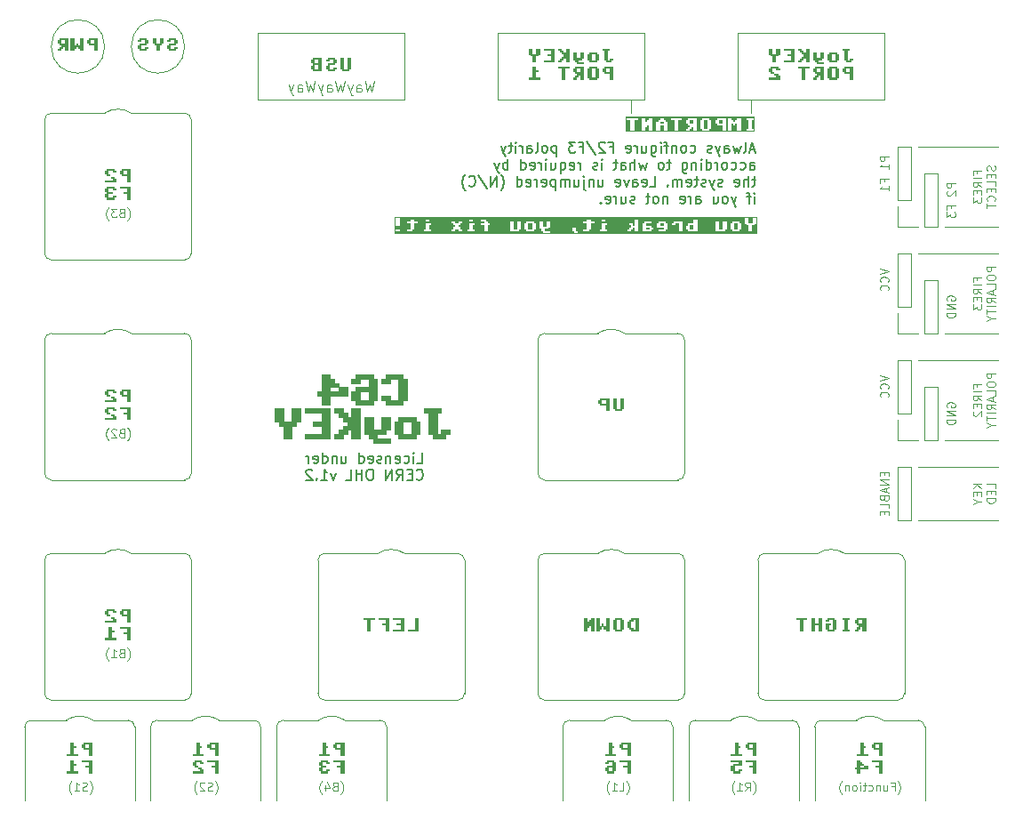
<source format=gbo>
G04 #@! TF.GenerationSoftware,KiCad,Pcbnew,8.0.4*
G04 #@! TF.CreationDate,2024-12-21T03:22:47+01:00*
G04 #@! TF.ProjectId,C64 Joykey Faceplate X1,43363420-4a6f-4796-9b65-792046616365,rev?*
G04 #@! TF.SameCoordinates,Original*
G04 #@! TF.FileFunction,Legend,Bot*
G04 #@! TF.FilePolarity,Positive*
%FSLAX46Y46*%
G04 Gerber Fmt 4.6, Leading zero omitted, Abs format (unit mm)*
G04 Created by KiCad (PCBNEW 8.0.4) date 2024-12-21 03:22:47*
%MOMM*%
%LPD*%
G01*
G04 APERTURE LIST*
%ADD10C,0.120000*%
%ADD11C,0.050000*%
%ADD12C,0.150000*%
%ADD13C,0.100000*%
%ADD14C,0.010000*%
G04 APERTURE END LIST*
D10*
X170180000Y-84455000D02*
X184150000Y-84455000D01*
D11*
X205734998Y-149860002D02*
X209072999Y-149860003D01*
D10*
X235585000Y-123190000D02*
X240665000Y-123190000D01*
X231140000Y-102870000D02*
X233045000Y-102870000D01*
X193040000Y-90805000D02*
X193040000Y-84455000D01*
D11*
X155575001Y-133985003D02*
G75*
G02*
X158114998Y-133985002I1269999J-1904997D01*
G01*
D10*
X233680000Y-97790000D02*
X234950000Y-97790000D01*
X234950000Y-102870000D01*
X233680000Y-102870000D01*
X233680000Y-97790000D01*
X235585000Y-102870000D02*
X240665000Y-102870000D01*
D11*
X150495000Y-127000000D02*
G75*
G02*
X149860000Y-126365000I0J635000D01*
G01*
X163928001Y-149860003D02*
G75*
G02*
X166467998Y-149860002I1269999J-1904997D01*
G01*
X203195001Y-149860003D02*
X199857000Y-149860002D01*
X171955000Y-157480002D02*
X171955000Y-150495002D01*
X223520000Y-133985001D02*
X218440000Y-133985000D01*
X231775000Y-147320000D02*
G75*
G02*
X231140000Y-147955000I-635000J0D01*
G01*
D10*
X229870000Y-90805000D02*
X215900000Y-90805000D01*
D11*
X149860000Y-113665000D02*
X149860000Y-126365000D01*
X170440999Y-157480003D02*
X170440999Y-150495003D01*
X149860000Y-92710000D02*
X149860000Y-105410000D01*
X150495000Y-127000000D02*
X163195000Y-127000000D01*
X189230000Y-133985000D02*
G75*
G02*
X189865000Y-134620000I0J-635000D01*
G01*
X202565001Y-133985003D02*
G75*
G02*
X205104998Y-133985002I1269999J-1904997D01*
G01*
X158115000Y-133985000D02*
X163195000Y-133985000D01*
D10*
X215900000Y-84455000D02*
X229870000Y-84455000D01*
X205740000Y-90805000D02*
X205740000Y-92075000D01*
D11*
X218440000Y-147955000D02*
X231140000Y-147955000D01*
X149860000Y-92710000D02*
G75*
G02*
X150495000Y-92075000I635000J0D01*
G01*
X227195501Y-149860003D02*
X223857500Y-149860002D01*
X215195001Y-149860003D02*
X211857000Y-149860002D01*
D10*
X231140000Y-113030000D02*
X233045000Y-113030000D01*
D11*
X217734998Y-149860002D02*
X221072999Y-149860003D01*
X150495000Y-106045000D02*
X163195000Y-106045000D01*
D10*
X233680000Y-107950000D02*
X234950000Y-107950000D01*
X234950000Y-113030000D01*
X233680000Y-113030000D01*
X233680000Y-107950000D01*
D11*
X217805000Y-134620000D02*
G75*
G02*
X218440000Y-133985000I635000J0D01*
G01*
X163830000Y-147320000D02*
X163830000Y-134620000D01*
X163830000Y-126365000D02*
G75*
G02*
X163195000Y-127000000I-635000J0D01*
G01*
X155575000Y-113030001D02*
X150495000Y-113030000D01*
X210185000Y-133985000D02*
G75*
G02*
X210820000Y-134620000I0J-635000D01*
G01*
X196850000Y-134620000D02*
G75*
G02*
X197485000Y-133985000I635000J0D01*
G01*
X163195000Y-133985000D02*
G75*
G02*
X163830000Y-134620000I0J-635000D01*
G01*
X149860000Y-134620000D02*
G75*
G02*
X150495000Y-133985000I635000J0D01*
G01*
X233073499Y-149860003D02*
G75*
G02*
X233708497Y-150495003I1J-634997D01*
G01*
X163830000Y-105410000D02*
G75*
G02*
X163195000Y-106045000I-635000J0D01*
G01*
X150495000Y-106045000D02*
G75*
G02*
X149860000Y-105410000I0J635000D01*
G01*
X223520001Y-133985003D02*
G75*
G02*
X226059998Y-133985002I1269999J-1904997D01*
G01*
D10*
X233045000Y-125730000D02*
X240665000Y-125730000D01*
D11*
X189865000Y-147320000D02*
G75*
G02*
X189230000Y-147955000I-635000J0D01*
G01*
X155575000Y-133985001D02*
X150495000Y-133985000D01*
D10*
X155575000Y-85725000D02*
G75*
G02*
X150495000Y-85725000I-2540000J0D01*
G01*
X150495000Y-85725000D02*
G75*
G02*
X155575000Y-85725000I2540000J0D01*
G01*
D11*
X231140000Y-133985000D02*
G75*
G02*
X231775000Y-134620000I0J-635000D01*
G01*
X197485000Y-147955000D02*
X210185000Y-147955000D01*
X175895000Y-134620000D02*
X175895000Y-147320000D01*
D10*
X207010000Y-90805000D02*
X193040000Y-90805000D01*
D11*
X149860000Y-134620000D02*
X149860000Y-147320000D01*
X176530000Y-147955000D02*
G75*
G02*
X175895000Y-147320000I0J635000D01*
G01*
D10*
X231140000Y-111125000D02*
X231140000Y-113030000D01*
D11*
X184150000Y-133985000D02*
X189230000Y-133985000D01*
X155575001Y-92075003D02*
G75*
G02*
X158114998Y-92075002I1269999J-1904997D01*
G01*
D10*
X163195000Y-85725000D02*
G75*
G02*
X158115000Y-85725000I-2540000J0D01*
G01*
X158115000Y-85725000D02*
G75*
G02*
X163195000Y-85725000I2540000J0D01*
G01*
D11*
X181610000Y-133985001D02*
X176530000Y-133985000D01*
D10*
X184150000Y-90805000D02*
X170180000Y-90805000D01*
D11*
X189865000Y-147320000D02*
X189865000Y-134620000D01*
X149860000Y-113665000D02*
G75*
G02*
X150495000Y-113030000I635000J0D01*
G01*
X197485000Y-147955000D02*
G75*
G02*
X196850000Y-147320000I0J635000D01*
G01*
X205105000Y-133985000D02*
X210185000Y-133985000D01*
X215195001Y-149860003D02*
G75*
G02*
X217734998Y-149860002I1269999J-1904997D01*
G01*
D10*
X217170000Y-90805000D02*
X217170000Y-92075000D01*
D11*
X229735498Y-149860002D02*
X233073499Y-149860003D01*
X223222500Y-150495002D02*
G75*
G02*
X223857500Y-149860000I635000J2D01*
G01*
X150495000Y-147955000D02*
G75*
G02*
X149860000Y-147320000I0J635000D01*
G01*
X155575000Y-92075001D02*
X150495000Y-92075000D01*
D10*
X229870000Y-84455000D02*
X229870000Y-90805000D01*
X170180000Y-90805000D02*
X170180000Y-84455000D01*
X231140000Y-95250000D02*
X232410000Y-95250000D01*
X232410000Y-100330000D01*
X231140000Y-100330000D01*
X231140000Y-95250000D01*
D11*
X211222000Y-150495002D02*
G75*
G02*
X211857000Y-149860000I635000J2D01*
G01*
X178467998Y-149860002D02*
X181805999Y-149860003D01*
X223222500Y-157480002D02*
X223222500Y-150495002D01*
X147955000Y-150495000D02*
G75*
G02*
X148590000Y-149860000I635000J0D01*
G01*
D10*
X231140000Y-121285000D02*
X231140000Y-123190000D01*
D11*
X202565001Y-113030003D02*
G75*
G02*
X205104998Y-113030002I1269999J-1904997D01*
G01*
X181610001Y-133985003D02*
G75*
G02*
X184149998Y-133985002I1269999J-1904997D01*
G01*
X150495000Y-147955000D02*
X163195000Y-147955000D01*
X157805999Y-149860001D02*
X154467998Y-149860000D01*
X163195000Y-113030000D02*
G75*
G02*
X163830000Y-113665000I0J-635000D01*
G01*
X196850000Y-134620000D02*
X196850000Y-147320000D01*
X163830000Y-147320000D02*
G75*
G02*
X163195000Y-147955000I-635000J0D01*
G01*
X159955000Y-150495002D02*
G75*
G02*
X160590000Y-149860000I635000J2D01*
G01*
X163195000Y-92075000D02*
G75*
G02*
X163830000Y-92710000I0J-635000D01*
G01*
D10*
X233045000Y-105410000D02*
X240665000Y-105410000D01*
X231140000Y-125730000D02*
X232410000Y-125730000D01*
X232410000Y-130810000D01*
X231140000Y-130810000D01*
X231140000Y-125730000D01*
X231140000Y-100965000D02*
X231140000Y-102870000D01*
D11*
X218440000Y-147955000D02*
G75*
G02*
X217805000Y-147320000I0J635000D01*
G01*
X158115000Y-92075000D02*
X163195000Y-92075000D01*
X210185000Y-113030000D02*
G75*
G02*
X210820000Y-113665000I0J-635000D01*
G01*
X210820000Y-147320000D02*
X210820000Y-134620000D01*
X196850000Y-113665000D02*
G75*
G02*
X197485000Y-113030000I635000J0D01*
G01*
X176530000Y-147955000D02*
X189230000Y-147955000D01*
X182440999Y-157480003D02*
X182440999Y-150495003D01*
D10*
X193040000Y-84455000D02*
X207010000Y-84455000D01*
D11*
X197485000Y-127000000D02*
X210185000Y-127000000D01*
X175928001Y-149860003D02*
G75*
G02*
X178467998Y-149860002I1269999J-1904997D01*
G01*
X157805999Y-149860001D02*
G75*
G02*
X158440999Y-150495001I1J-634999D01*
G01*
X205105000Y-113030000D02*
X210185000Y-113030000D01*
X197485000Y-127000000D02*
G75*
G02*
X196850000Y-126365000I0J635000D01*
G01*
X209072999Y-149860003D02*
G75*
G02*
X209707997Y-150495003I1J-634997D01*
G01*
X159955000Y-157480002D02*
X159955000Y-150495002D01*
X209707999Y-157480003D02*
X209707999Y-150495003D01*
X199222000Y-157480002D02*
X199222000Y-150495002D01*
X155575001Y-113030003D02*
G75*
G02*
X158114998Y-113030002I1269999J-1904997D01*
G01*
X210820000Y-147320000D02*
G75*
G02*
X210185000Y-147955000I-635000J0D01*
G01*
X226060000Y-133985000D02*
X231140000Y-133985000D01*
X158115000Y-113030000D02*
X163195000Y-113030000D01*
X181805999Y-149860003D02*
G75*
G02*
X182440997Y-150495003I1J-634997D01*
G01*
X227195501Y-149860003D02*
G75*
G02*
X229735498Y-149860002I1269999J-1904997D01*
G01*
X175928001Y-149860003D02*
X172590000Y-149860002D01*
X210820000Y-126365000D02*
X210820000Y-113665000D01*
X221072999Y-149860003D02*
G75*
G02*
X221707997Y-150495003I1J-634997D01*
G01*
X169805999Y-149860003D02*
X166467998Y-149860002D01*
X202565000Y-133985001D02*
X197485000Y-133985000D01*
X203195001Y-149860003D02*
G75*
G02*
X205734998Y-149860002I1269999J-1904997D01*
G01*
X160590000Y-149860002D02*
X163928001Y-149860003D01*
X217805000Y-134620000D02*
X217805000Y-147320000D01*
X175895000Y-134620000D02*
G75*
G02*
X176530000Y-133985000I635000J0D01*
G01*
X151928001Y-149860001D02*
G75*
G02*
X154467998Y-149860000I1269999J-1904999D01*
G01*
X221707999Y-157480003D02*
X221707999Y-150495003D01*
X211222000Y-157480002D02*
X211222000Y-150495002D01*
D10*
X231140000Y-105410000D02*
X232410000Y-105410000D01*
X232410000Y-110490000D01*
X231140000Y-110490000D01*
X231140000Y-105410000D01*
D11*
X171955000Y-150495002D02*
G75*
G02*
X172590000Y-149860000I635000J2D01*
G01*
X233708499Y-157480003D02*
X233708499Y-150495003D01*
X147955000Y-157480000D02*
X147955000Y-150495000D01*
X163830000Y-126365000D02*
X163830000Y-113665000D01*
X148590000Y-149860000D02*
X151928001Y-149860001D01*
D10*
X215900000Y-90805000D02*
X215900000Y-84455000D01*
D11*
X199222000Y-150495002D02*
G75*
G02*
X199857000Y-149860000I635000J2D01*
G01*
X158440999Y-157480001D02*
X158440999Y-150495001D01*
D10*
X231140000Y-123190000D02*
X233045000Y-123190000D01*
X233680000Y-118110000D02*
X234950000Y-118110000D01*
X234950000Y-123190000D01*
X233680000Y-123190000D01*
X233680000Y-118110000D01*
X233045000Y-115570000D02*
X240665000Y-115570000D01*
D11*
X196850000Y-113665000D02*
X196850000Y-126365000D01*
X210820000Y-126365000D02*
G75*
G02*
X210185000Y-127000000I-635000J0D01*
G01*
D10*
X207010000Y-90805000D02*
X207010000Y-84455000D01*
X235585000Y-113030000D02*
X240665000Y-113030000D01*
D11*
X231775000Y-147320000D02*
X231775000Y-134620000D01*
X202565000Y-113030001D02*
X197485000Y-113030000D01*
D10*
X184150000Y-90805000D02*
X184150000Y-84455000D01*
X233045000Y-95250000D02*
X240665000Y-95250000D01*
X231140000Y-115570000D02*
X232410000Y-115570000D01*
X232410000Y-120650000D01*
X231140000Y-120650000D01*
X231140000Y-115570000D01*
D11*
X163830000Y-105410000D02*
X163830000Y-92710000D01*
X169805999Y-149860003D02*
G75*
G02*
X170440997Y-150495003I1J-634997D01*
G01*
D10*
X233045000Y-130810000D02*
X240665000Y-130810000D01*
D12*
G36*
X203881106Y-87205000D02*
G01*
X203881106Y-87029877D01*
X204053053Y-87029877D01*
X204053053Y-86857930D01*
X203703053Y-86857930D01*
X203703053Y-87029877D01*
X203527686Y-87029877D01*
X203527686Y-86160861D01*
X203703053Y-86160861D01*
X203703053Y-85985739D01*
X203005739Y-85985739D01*
X203005739Y-86160861D01*
X203177686Y-86160861D01*
X203177686Y-87029877D01*
X203349633Y-87029877D01*
X203349633Y-87205000D01*
X203881106Y-87205000D01*
G37*
G36*
X202481106Y-86501580D02*
G01*
X202653053Y-86501580D01*
X202653053Y-87029877D01*
X202481106Y-87029877D01*
X202481106Y-87205000D01*
X201777686Y-87205000D01*
X201777686Y-87029877D01*
X201955739Y-87029877D01*
X202303053Y-87029877D01*
X202303053Y-86504755D01*
X201955739Y-86504755D01*
X201955739Y-87029877D01*
X201777686Y-87029877D01*
X201605739Y-87029877D01*
X201605739Y-86501580D01*
X201777686Y-86501580D01*
X201777686Y-86329633D01*
X202481106Y-86329633D01*
X202481106Y-86501580D01*
G37*
G36*
X200205739Y-86329633D02*
G01*
X200205739Y-87020596D01*
X200377686Y-87020596D01*
X200377686Y-87205000D01*
X200549633Y-87205000D01*
X200549633Y-87376946D01*
X201253053Y-87376946D01*
X201253053Y-87201824D01*
X200727686Y-87201824D01*
X200727686Y-87020596D01*
X201078175Y-87020596D01*
X201078175Y-86861106D01*
X201253053Y-86861106D01*
X201253053Y-86329633D01*
X200903053Y-86329633D01*
X200903053Y-86845474D01*
X200549633Y-86845474D01*
X200549633Y-86329633D01*
X200205739Y-86329633D01*
G37*
G36*
X199853053Y-87205000D02*
G01*
X199853053Y-85985739D01*
X199503053Y-85985739D01*
X199503053Y-86329633D01*
X199325000Y-86329633D01*
X199325000Y-86157686D01*
X199149877Y-86157686D01*
X199149877Y-85985739D01*
X198805739Y-85985739D01*
X198805739Y-86160861D01*
X198977686Y-86160861D01*
X198977686Y-86329633D01*
X199149877Y-86329633D01*
X199149877Y-86501580D01*
X199325000Y-86501580D01*
X199325000Y-86689159D01*
X199149877Y-86689159D01*
X199149877Y-86861106D01*
X198977686Y-86861106D01*
X198977686Y-87029877D01*
X198805739Y-87029877D01*
X198805739Y-87205000D01*
X199149877Y-87205000D01*
X199149877Y-87029877D01*
X199325000Y-87029877D01*
X199325000Y-86861106D01*
X199503053Y-86861106D01*
X199503053Y-87205000D01*
X199853053Y-87205000D01*
G37*
G36*
X197405739Y-85985739D02*
G01*
X197405739Y-86160861D01*
X198103053Y-86160861D01*
X198103053Y-86501580D01*
X197749633Y-86501580D01*
X197749633Y-86676702D01*
X198103053Y-86676702D01*
X198103053Y-87029877D01*
X197405739Y-87029877D01*
X197405739Y-87205000D01*
X198453053Y-87205000D01*
X198453053Y-85985739D01*
X197405739Y-85985739D01*
G37*
G36*
X196699633Y-87205000D02*
G01*
X196699633Y-86677435D01*
X196881106Y-86677435D01*
X196881106Y-86517212D01*
X197053053Y-86517212D01*
X197053053Y-85985739D01*
X196703053Y-85985739D01*
X196703053Y-86501580D01*
X196349633Y-86501580D01*
X196349633Y-85985739D01*
X196005739Y-85985739D01*
X196005739Y-86517212D01*
X196177686Y-86517212D01*
X196177686Y-86677435D01*
X196349633Y-86677435D01*
X196349633Y-87205000D01*
X196699633Y-87205000D01*
G37*
G36*
X204053053Y-88885000D02*
G01*
X203703053Y-88885000D01*
X203703053Y-88356702D01*
X203180861Y-88356702D01*
X203180861Y-88181580D01*
X203355739Y-88181580D01*
X203703053Y-88181580D01*
X203703053Y-87840861D01*
X203355739Y-87840861D01*
X203355739Y-88181580D01*
X203180861Y-88181580D01*
X203005739Y-88181580D01*
X203005739Y-87837686D01*
X203180861Y-87837686D01*
X203180861Y-87665739D01*
X204053053Y-87665739D01*
X204053053Y-88885000D01*
G37*
G36*
X202481106Y-87837686D02*
G01*
X202653053Y-87837686D01*
X202653053Y-88713053D01*
X202481106Y-88713053D01*
X202481106Y-88885000D01*
X201777686Y-88885000D01*
X201777686Y-88713053D01*
X201605739Y-88713053D01*
X201605739Y-88709877D01*
X201955739Y-88709877D01*
X202303053Y-88709877D01*
X202303053Y-87840861D01*
X201955739Y-87840861D01*
X201955739Y-88709877D01*
X201605739Y-88709877D01*
X201605739Y-87837686D01*
X201777686Y-87837686D01*
X201777686Y-87665739D01*
X202481106Y-87665739D01*
X202481106Y-87837686D01*
G37*
G36*
X201253053Y-88885000D02*
G01*
X200903053Y-88885000D01*
X200903053Y-88525474D01*
X200727686Y-88525474D01*
X200727686Y-88709877D01*
X200549877Y-88709877D01*
X200549877Y-88885000D01*
X200205739Y-88885000D01*
X200205739Y-88709877D01*
X200377686Y-88709877D01*
X200377686Y-88525474D01*
X200549877Y-88525474D01*
X200549877Y-88353527D01*
X200377686Y-88353527D01*
X200377686Y-88181580D01*
X200549877Y-88181580D01*
X200903053Y-88181580D01*
X200903053Y-87840861D01*
X200549877Y-87840861D01*
X200549877Y-88181580D01*
X200377686Y-88181580D01*
X200205739Y-88181580D01*
X200205739Y-87837686D01*
X200377686Y-87837686D01*
X200377686Y-87665739D01*
X201253053Y-87665739D01*
X201253053Y-88885000D01*
G37*
G36*
X199499633Y-88885000D02*
G01*
X199499633Y-87840861D01*
X199853053Y-87840861D01*
X199853053Y-87665739D01*
X198805739Y-87665739D01*
X198805739Y-87840861D01*
X199149633Y-87840861D01*
X199149633Y-88885000D01*
X199499633Y-88885000D01*
G37*
G36*
X197053053Y-88885000D02*
G01*
X197053053Y-88709877D01*
X196699633Y-88709877D01*
X196699633Y-88184755D01*
X196876465Y-88184755D01*
X196876465Y-88009633D01*
X196699633Y-88009633D01*
X196699633Y-87665739D01*
X196349633Y-87665739D01*
X196349633Y-88709877D01*
X196005739Y-88709877D01*
X196005739Y-88885000D01*
X197053053Y-88885000D01*
G37*
D13*
X181236428Y-89042419D02*
X180998333Y-90042419D01*
X180998333Y-90042419D02*
X180807857Y-89328133D01*
X180807857Y-89328133D02*
X180617381Y-90042419D01*
X180617381Y-90042419D02*
X180379286Y-89042419D01*
X179569762Y-90042419D02*
X179569762Y-89518609D01*
X179569762Y-89518609D02*
X179617381Y-89423371D01*
X179617381Y-89423371D02*
X179712619Y-89375752D01*
X179712619Y-89375752D02*
X179903095Y-89375752D01*
X179903095Y-89375752D02*
X179998333Y-89423371D01*
X179569762Y-89994800D02*
X179665000Y-90042419D01*
X179665000Y-90042419D02*
X179903095Y-90042419D01*
X179903095Y-90042419D02*
X179998333Y-89994800D01*
X179998333Y-89994800D02*
X180045952Y-89899561D01*
X180045952Y-89899561D02*
X180045952Y-89804323D01*
X180045952Y-89804323D02*
X179998333Y-89709085D01*
X179998333Y-89709085D02*
X179903095Y-89661466D01*
X179903095Y-89661466D02*
X179665000Y-89661466D01*
X179665000Y-89661466D02*
X179569762Y-89613847D01*
X179188809Y-89375752D02*
X178950714Y-90042419D01*
X178712619Y-89375752D02*
X178950714Y-90042419D01*
X178950714Y-90042419D02*
X179045952Y-90280514D01*
X179045952Y-90280514D02*
X179093571Y-90328133D01*
X179093571Y-90328133D02*
X179188809Y-90375752D01*
X178426904Y-89042419D02*
X178188809Y-90042419D01*
X178188809Y-90042419D02*
X177998333Y-89328133D01*
X177998333Y-89328133D02*
X177807857Y-90042419D01*
X177807857Y-90042419D02*
X177569762Y-89042419D01*
X176760238Y-90042419D02*
X176760238Y-89518609D01*
X176760238Y-89518609D02*
X176807857Y-89423371D01*
X176807857Y-89423371D02*
X176903095Y-89375752D01*
X176903095Y-89375752D02*
X177093571Y-89375752D01*
X177093571Y-89375752D02*
X177188809Y-89423371D01*
X176760238Y-89994800D02*
X176855476Y-90042419D01*
X176855476Y-90042419D02*
X177093571Y-90042419D01*
X177093571Y-90042419D02*
X177188809Y-89994800D01*
X177188809Y-89994800D02*
X177236428Y-89899561D01*
X177236428Y-89899561D02*
X177236428Y-89804323D01*
X177236428Y-89804323D02*
X177188809Y-89709085D01*
X177188809Y-89709085D02*
X177093571Y-89661466D01*
X177093571Y-89661466D02*
X176855476Y-89661466D01*
X176855476Y-89661466D02*
X176760238Y-89613847D01*
X176379285Y-89375752D02*
X176141190Y-90042419D01*
X175903095Y-89375752D02*
X176141190Y-90042419D01*
X176141190Y-90042419D02*
X176236428Y-90280514D01*
X176236428Y-90280514D02*
X176284047Y-90328133D01*
X176284047Y-90328133D02*
X176379285Y-90375752D01*
X175617380Y-89042419D02*
X175379285Y-90042419D01*
X175379285Y-90042419D02*
X175188809Y-89328133D01*
X175188809Y-89328133D02*
X174998333Y-90042419D01*
X174998333Y-90042419D02*
X174760238Y-89042419D01*
X173950714Y-90042419D02*
X173950714Y-89518609D01*
X173950714Y-89518609D02*
X173998333Y-89423371D01*
X173998333Y-89423371D02*
X174093571Y-89375752D01*
X174093571Y-89375752D02*
X174284047Y-89375752D01*
X174284047Y-89375752D02*
X174379285Y-89423371D01*
X173950714Y-89994800D02*
X174045952Y-90042419D01*
X174045952Y-90042419D02*
X174284047Y-90042419D01*
X174284047Y-90042419D02*
X174379285Y-89994800D01*
X174379285Y-89994800D02*
X174426904Y-89899561D01*
X174426904Y-89899561D02*
X174426904Y-89804323D01*
X174426904Y-89804323D02*
X174379285Y-89709085D01*
X174379285Y-89709085D02*
X174284047Y-89661466D01*
X174284047Y-89661466D02*
X174045952Y-89661466D01*
X174045952Y-89661466D02*
X173950714Y-89613847D01*
X173569761Y-89375752D02*
X173331666Y-90042419D01*
X173093571Y-89375752D02*
X173331666Y-90042419D01*
X173331666Y-90042419D02*
X173426904Y-90280514D01*
X173426904Y-90280514D02*
X173474523Y-90328133D01*
X173474523Y-90328133D02*
X173569761Y-90375752D01*
X166103190Y-156879657D02*
X166141285Y-156841561D01*
X166141285Y-156841561D02*
X166217476Y-156727276D01*
X166217476Y-156727276D02*
X166255571Y-156651085D01*
X166255571Y-156651085D02*
X166293666Y-156536800D01*
X166293666Y-156536800D02*
X166331761Y-156346323D01*
X166331761Y-156346323D02*
X166331761Y-156193942D01*
X166331761Y-156193942D02*
X166293666Y-156003466D01*
X166293666Y-156003466D02*
X166255571Y-155889180D01*
X166255571Y-155889180D02*
X166217476Y-155812990D01*
X166217476Y-155812990D02*
X166141285Y-155698704D01*
X166141285Y-155698704D02*
X166103190Y-155660609D01*
X165836524Y-156536800D02*
X165722238Y-156574895D01*
X165722238Y-156574895D02*
X165531762Y-156574895D01*
X165531762Y-156574895D02*
X165455571Y-156536800D01*
X165455571Y-156536800D02*
X165417476Y-156498704D01*
X165417476Y-156498704D02*
X165379381Y-156422514D01*
X165379381Y-156422514D02*
X165379381Y-156346323D01*
X165379381Y-156346323D02*
X165417476Y-156270133D01*
X165417476Y-156270133D02*
X165455571Y-156232038D01*
X165455571Y-156232038D02*
X165531762Y-156193942D01*
X165531762Y-156193942D02*
X165684143Y-156155847D01*
X165684143Y-156155847D02*
X165760333Y-156117752D01*
X165760333Y-156117752D02*
X165798428Y-156079657D01*
X165798428Y-156079657D02*
X165836524Y-156003466D01*
X165836524Y-156003466D02*
X165836524Y-155927276D01*
X165836524Y-155927276D02*
X165798428Y-155851085D01*
X165798428Y-155851085D02*
X165760333Y-155812990D01*
X165760333Y-155812990D02*
X165684143Y-155774895D01*
X165684143Y-155774895D02*
X165493666Y-155774895D01*
X165493666Y-155774895D02*
X165379381Y-155812990D01*
X165074619Y-155851085D02*
X165036523Y-155812990D01*
X165036523Y-155812990D02*
X164960333Y-155774895D01*
X164960333Y-155774895D02*
X164769857Y-155774895D01*
X164769857Y-155774895D02*
X164693666Y-155812990D01*
X164693666Y-155812990D02*
X164655571Y-155851085D01*
X164655571Y-155851085D02*
X164617476Y-155927276D01*
X164617476Y-155927276D02*
X164617476Y-156003466D01*
X164617476Y-156003466D02*
X164655571Y-156117752D01*
X164655571Y-156117752D02*
X165112714Y-156574895D01*
X165112714Y-156574895D02*
X164617476Y-156574895D01*
X164350809Y-156879657D02*
X164312714Y-156841561D01*
X164312714Y-156841561D02*
X164236523Y-156727276D01*
X164236523Y-156727276D02*
X164198428Y-156651085D01*
X164198428Y-156651085D02*
X164160333Y-156536800D01*
X164160333Y-156536800D02*
X164122237Y-156346323D01*
X164122237Y-156346323D02*
X164122237Y-156193942D01*
X164122237Y-156193942D02*
X164160333Y-156003466D01*
X164160333Y-156003466D02*
X164198428Y-155889180D01*
X164198428Y-155889180D02*
X164236523Y-155812990D01*
X164236523Y-155812990D02*
X164312714Y-155698704D01*
X164312714Y-155698704D02*
X164350809Y-155660609D01*
D12*
G36*
X185158053Y-140165739D02*
G01*
X185158053Y-141209877D01*
X184460739Y-141209877D01*
X184460739Y-141385000D01*
X185508053Y-141385000D01*
X185508053Y-140165739D01*
X185158053Y-140165739D01*
G37*
G36*
X183060739Y-140165739D02*
G01*
X183060739Y-140340861D01*
X183758053Y-140340861D01*
X183758053Y-140681580D01*
X183404633Y-140681580D01*
X183404633Y-140856702D01*
X183758053Y-140856702D01*
X183758053Y-141209877D01*
X183060739Y-141209877D01*
X183060739Y-141385000D01*
X184108053Y-141385000D01*
X184108053Y-140165739D01*
X183060739Y-140165739D01*
G37*
G36*
X182708053Y-141385000D02*
G01*
X182708053Y-140165739D01*
X181660739Y-140165739D01*
X181660739Y-140340861D01*
X182358053Y-140340861D01*
X182358053Y-140681580D01*
X182004633Y-140681580D01*
X182004633Y-140856702D01*
X182358053Y-140856702D01*
X182358053Y-141385000D01*
X182708053Y-141385000D01*
G37*
G36*
X180954633Y-141385000D02*
G01*
X180954633Y-140340861D01*
X181308053Y-140340861D01*
X181308053Y-140165739D01*
X180260739Y-140165739D01*
X180260739Y-140340861D01*
X180604633Y-140340861D01*
X180604633Y-141385000D01*
X180954633Y-141385000D01*
G37*
D13*
X205284047Y-156879657D02*
X205322142Y-156841561D01*
X205322142Y-156841561D02*
X205398333Y-156727276D01*
X205398333Y-156727276D02*
X205436428Y-156651085D01*
X205436428Y-156651085D02*
X205474523Y-156536800D01*
X205474523Y-156536800D02*
X205512618Y-156346323D01*
X205512618Y-156346323D02*
X205512618Y-156193942D01*
X205512618Y-156193942D02*
X205474523Y-156003466D01*
X205474523Y-156003466D02*
X205436428Y-155889180D01*
X205436428Y-155889180D02*
X205398333Y-155812990D01*
X205398333Y-155812990D02*
X205322142Y-155698704D01*
X205322142Y-155698704D02*
X205284047Y-155660609D01*
X204598333Y-156574895D02*
X204979285Y-156574895D01*
X204979285Y-156574895D02*
X204979285Y-155774895D01*
X203912619Y-156574895D02*
X204369762Y-156574895D01*
X204141190Y-156574895D02*
X204141190Y-155774895D01*
X204141190Y-155774895D02*
X204217381Y-155889180D01*
X204217381Y-155889180D02*
X204293571Y-155965371D01*
X204293571Y-155965371D02*
X204369762Y-156003466D01*
X203645952Y-156879657D02*
X203607857Y-156841561D01*
X203607857Y-156841561D02*
X203531666Y-156727276D01*
X203531666Y-156727276D02*
X203493571Y-156651085D01*
X203493571Y-156651085D02*
X203455476Y-156536800D01*
X203455476Y-156536800D02*
X203417380Y-156346323D01*
X203417380Y-156346323D02*
X203417380Y-156193942D01*
X203417380Y-156193942D02*
X203455476Y-156003466D01*
X203455476Y-156003466D02*
X203493571Y-155889180D01*
X203493571Y-155889180D02*
X203531666Y-155812990D01*
X203531666Y-155812990D02*
X203607857Y-155698704D01*
X203607857Y-155698704D02*
X203645952Y-155660609D01*
D12*
G36*
X217693052Y-153245000D02*
G01*
X217343052Y-153245000D01*
X217343052Y-152716702D01*
X216820860Y-152716702D01*
X216820860Y-152541580D01*
X216995738Y-152541580D01*
X217343052Y-152541580D01*
X217343052Y-152200861D01*
X216995738Y-152200861D01*
X216995738Y-152541580D01*
X216820860Y-152541580D01*
X216645738Y-152541580D01*
X216645738Y-152197686D01*
X216820860Y-152197686D01*
X216820860Y-152025739D01*
X217693052Y-152025739D01*
X217693052Y-153245000D01*
G37*
G36*
X216293052Y-153245000D02*
G01*
X216293052Y-153069877D01*
X215939632Y-153069877D01*
X215939632Y-152544755D01*
X216116464Y-152544755D01*
X216116464Y-152369633D01*
X215939632Y-152369633D01*
X215939632Y-152025739D01*
X215589632Y-152025739D01*
X215589632Y-153069877D01*
X215245738Y-153069877D01*
X215245738Y-153245000D01*
X216293052Y-153245000D01*
G37*
G36*
X217693052Y-154925000D02*
G01*
X217693052Y-153705739D01*
X216645738Y-153705739D01*
X216645738Y-153880861D01*
X217343052Y-153880861D01*
X217343052Y-154221580D01*
X216989632Y-154221580D01*
X216989632Y-154396702D01*
X217343052Y-154396702D01*
X217343052Y-154925000D01*
X217693052Y-154925000D01*
G37*
G36*
X216121105Y-154925000D02*
G01*
X216121105Y-154749877D01*
X216293052Y-154749877D01*
X216293052Y-154577930D01*
X215943052Y-154577930D01*
X215943052Y-154749877D01*
X215595738Y-154749877D01*
X215595738Y-154224755D01*
X216293052Y-154224755D01*
X216293052Y-153705739D01*
X215245738Y-153705739D01*
X215245738Y-153880861D01*
X215943052Y-153880861D01*
X215943052Y-154049633D01*
X215417685Y-154049633D01*
X215417685Y-154218405D01*
X215245738Y-154218405D01*
X215245738Y-154749877D01*
X215417685Y-154749877D01*
X215417685Y-154925000D01*
X216121105Y-154925000D01*
G37*
D13*
X154165190Y-156879657D02*
X154203285Y-156841561D01*
X154203285Y-156841561D02*
X154279476Y-156727276D01*
X154279476Y-156727276D02*
X154317571Y-156651085D01*
X154317571Y-156651085D02*
X154355666Y-156536800D01*
X154355666Y-156536800D02*
X154393761Y-156346323D01*
X154393761Y-156346323D02*
X154393761Y-156193942D01*
X154393761Y-156193942D02*
X154355666Y-156003466D01*
X154355666Y-156003466D02*
X154317571Y-155889180D01*
X154317571Y-155889180D02*
X154279476Y-155812990D01*
X154279476Y-155812990D02*
X154203285Y-155698704D01*
X154203285Y-155698704D02*
X154165190Y-155660609D01*
X153898524Y-156536800D02*
X153784238Y-156574895D01*
X153784238Y-156574895D02*
X153593762Y-156574895D01*
X153593762Y-156574895D02*
X153517571Y-156536800D01*
X153517571Y-156536800D02*
X153479476Y-156498704D01*
X153479476Y-156498704D02*
X153441381Y-156422514D01*
X153441381Y-156422514D02*
X153441381Y-156346323D01*
X153441381Y-156346323D02*
X153479476Y-156270133D01*
X153479476Y-156270133D02*
X153517571Y-156232038D01*
X153517571Y-156232038D02*
X153593762Y-156193942D01*
X153593762Y-156193942D02*
X153746143Y-156155847D01*
X153746143Y-156155847D02*
X153822333Y-156117752D01*
X153822333Y-156117752D02*
X153860428Y-156079657D01*
X153860428Y-156079657D02*
X153898524Y-156003466D01*
X153898524Y-156003466D02*
X153898524Y-155927276D01*
X153898524Y-155927276D02*
X153860428Y-155851085D01*
X153860428Y-155851085D02*
X153822333Y-155812990D01*
X153822333Y-155812990D02*
X153746143Y-155774895D01*
X153746143Y-155774895D02*
X153555666Y-155774895D01*
X153555666Y-155774895D02*
X153441381Y-155812990D01*
X152679476Y-156574895D02*
X153136619Y-156574895D01*
X152908047Y-156574895D02*
X152908047Y-155774895D01*
X152908047Y-155774895D02*
X152984238Y-155889180D01*
X152984238Y-155889180D02*
X153060428Y-155965371D01*
X153060428Y-155965371D02*
X153136619Y-156003466D01*
X152412809Y-156879657D02*
X152374714Y-156841561D01*
X152374714Y-156841561D02*
X152298523Y-156727276D01*
X152298523Y-156727276D02*
X152260428Y-156651085D01*
X152260428Y-156651085D02*
X152222333Y-156536800D01*
X152222333Y-156536800D02*
X152184237Y-156346323D01*
X152184237Y-156346323D02*
X152184237Y-156193942D01*
X152184237Y-156193942D02*
X152222333Y-156003466D01*
X152222333Y-156003466D02*
X152260428Y-155889180D01*
X152260428Y-155889180D02*
X152298523Y-155812990D01*
X152298523Y-155812990D02*
X152374714Y-155698704D01*
X152374714Y-155698704D02*
X152412809Y-155660609D01*
D12*
G36*
X154963053Y-86140000D02*
G01*
X154613053Y-86140000D01*
X154613053Y-85611702D01*
X154090861Y-85611702D01*
X154090861Y-85436580D01*
X154265739Y-85436580D01*
X154613053Y-85436580D01*
X154613053Y-85095861D01*
X154265739Y-85095861D01*
X154265739Y-85436580D01*
X154090861Y-85436580D01*
X153915739Y-85436580D01*
X153915739Y-85092686D01*
X154090861Y-85092686D01*
X154090861Y-84920739D01*
X154963053Y-84920739D01*
X154963053Y-86140000D01*
G37*
G36*
X152337686Y-84920739D02*
G01*
X152337686Y-86140000D01*
X152687686Y-86140000D01*
X152687686Y-85968053D01*
X152859633Y-85968053D01*
X152859633Y-85780474D01*
X153031580Y-85780474D01*
X153031580Y-85968053D01*
X153213053Y-85968053D01*
X153213053Y-86140000D01*
X153563053Y-86140000D01*
X153563053Y-84920739D01*
X153213053Y-84920739D01*
X153213053Y-85624159D01*
X153031580Y-85624159D01*
X153031580Y-85436580D01*
X152859633Y-85436580D01*
X152859633Y-85624159D01*
X152687686Y-85624159D01*
X152687686Y-84920739D01*
X152337686Y-84920739D01*
G37*
G36*
X152163053Y-86140000D02*
G01*
X151813053Y-86140000D01*
X151813053Y-85780474D01*
X151637686Y-85780474D01*
X151637686Y-85964877D01*
X151459877Y-85964877D01*
X151459877Y-86140000D01*
X151115739Y-86140000D01*
X151115739Y-85964877D01*
X151287686Y-85964877D01*
X151287686Y-85780474D01*
X151459877Y-85780474D01*
X151459877Y-85608527D01*
X151287686Y-85608527D01*
X151287686Y-85436580D01*
X151459877Y-85436580D01*
X151813053Y-85436580D01*
X151813053Y-85095861D01*
X151459877Y-85095861D01*
X151459877Y-85436580D01*
X151287686Y-85436580D01*
X151115739Y-85436580D01*
X151115739Y-85092686D01*
X151287686Y-85092686D01*
X151287686Y-84920739D01*
X152163053Y-84920739D01*
X152163053Y-86140000D01*
G37*
D13*
X239115918Y-127355714D02*
X238315918Y-127355714D01*
X239115918Y-127812857D02*
X238658775Y-127469999D01*
X238315918Y-127812857D02*
X238773061Y-127355714D01*
X238696870Y-128155714D02*
X238696870Y-128422380D01*
X239115918Y-128536666D02*
X239115918Y-128155714D01*
X239115918Y-128155714D02*
X238315918Y-128155714D01*
X238315918Y-128155714D02*
X238315918Y-128536666D01*
X238734965Y-129031905D02*
X239115918Y-129031905D01*
X238315918Y-128765238D02*
X238734965Y-129031905D01*
X238734965Y-129031905D02*
X238315918Y-129298571D01*
X240403873Y-127755714D02*
X240403873Y-127374762D01*
X240403873Y-127374762D02*
X239603873Y-127374762D01*
X239984825Y-128022381D02*
X239984825Y-128289047D01*
X240403873Y-128403333D02*
X240403873Y-128022381D01*
X240403873Y-128022381D02*
X239603873Y-128022381D01*
X239603873Y-128022381D02*
X239603873Y-128403333D01*
X240403873Y-128746191D02*
X239603873Y-128746191D01*
X239603873Y-128746191D02*
X239603873Y-128936667D01*
X239603873Y-128936667D02*
X239641968Y-129050953D01*
X239641968Y-129050953D02*
X239718158Y-129127143D01*
X239718158Y-129127143D02*
X239794349Y-129165238D01*
X239794349Y-129165238D02*
X239946730Y-129203334D01*
X239946730Y-129203334D02*
X240061016Y-129203334D01*
X240061016Y-129203334D02*
X240213397Y-129165238D01*
X240213397Y-129165238D02*
X240289587Y-129127143D01*
X240289587Y-129127143D02*
X240365778Y-129050953D01*
X240365778Y-129050953D02*
X240403873Y-128936667D01*
X240403873Y-128936667D02*
X240403873Y-128746191D01*
D12*
G36*
X208833053Y-93056580D02*
G01*
X208479633Y-93056580D01*
X208479633Y-92884633D01*
X208833053Y-92884633D01*
X208833053Y-93056580D01*
G37*
G36*
X211633053Y-93056580D02*
G01*
X211279877Y-93056580D01*
X211279877Y-92715861D01*
X211633053Y-92715861D01*
X211633053Y-93056580D01*
G37*
G36*
X213033053Y-93584877D02*
G01*
X212685739Y-93584877D01*
X212685739Y-92715861D01*
X213033053Y-92715861D01*
X213033053Y-93584877D01*
G37*
G36*
X214433053Y-93056580D02*
G01*
X214085739Y-93056580D01*
X214085739Y-92715861D01*
X214433053Y-92715861D01*
X214433053Y-93056580D01*
G37*
G36*
X217522217Y-93871111D02*
G01*
X205224628Y-93871111D01*
X205224628Y-92715861D01*
X205335739Y-92715861D01*
X205679633Y-92715861D01*
X205679633Y-93760000D01*
X206029633Y-93760000D01*
X206735739Y-93760000D01*
X207085739Y-93760000D01*
X207085739Y-93416106D01*
X207259396Y-93416106D01*
X207259396Y-93244159D01*
X207433053Y-93244159D01*
X207433053Y-93760000D01*
X207783053Y-93760000D01*
X207783053Y-92884633D01*
X208135739Y-92884633D01*
X208135739Y-93056580D01*
X208135739Y-93760000D01*
X208479633Y-93760000D01*
X208479633Y-93231702D01*
X208833053Y-93231702D01*
X208833053Y-93760000D01*
X209183053Y-93760000D01*
X209183053Y-92884633D01*
X209011106Y-92884633D01*
X209011106Y-92715861D01*
X209535739Y-92715861D01*
X209879633Y-92715861D01*
X209879633Y-93760000D01*
X210229633Y-93760000D01*
X210229633Y-92715861D01*
X210583053Y-92715861D01*
X210583053Y-92712686D01*
X210935739Y-92712686D01*
X210935739Y-93056580D01*
X211107686Y-93056580D01*
X211107686Y-93228527D01*
X211279877Y-93228527D01*
X211279877Y-93400474D01*
X211107686Y-93400474D01*
X211107686Y-93584877D01*
X210935739Y-93584877D01*
X210935739Y-93760000D01*
X211279877Y-93760000D01*
X211279877Y-93584877D01*
X211457686Y-93584877D01*
X211457686Y-93400474D01*
X211633053Y-93400474D01*
X211633053Y-93760000D01*
X211983053Y-93760000D01*
X211983053Y-92712686D01*
X212335739Y-92712686D01*
X212335739Y-93584877D01*
X212335739Y-93588053D01*
X212507686Y-93588053D01*
X212507686Y-93760000D01*
X213211106Y-93760000D01*
X213211106Y-93588053D01*
X213383053Y-93588053D01*
X213383053Y-92712686D01*
X213735739Y-92712686D01*
X213735739Y-93056580D01*
X213910861Y-93056580D01*
X213910861Y-93231702D01*
X214433053Y-93231702D01*
X214433053Y-93760000D01*
X214783053Y-93760000D01*
X214957686Y-93760000D01*
X215307686Y-93760000D01*
X215307686Y-93056580D01*
X215479633Y-93056580D01*
X215479633Y-93228527D01*
X215651580Y-93228527D01*
X215651580Y-93056580D01*
X215833053Y-93056580D01*
X215833053Y-93760000D01*
X216183053Y-93760000D01*
X216183053Y-92715861D01*
X216707686Y-92715861D01*
X216889159Y-92715861D01*
X216889159Y-93584877D01*
X216707686Y-93584877D01*
X216707686Y-93760000D01*
X217411106Y-93760000D01*
X217411106Y-93584877D01*
X217239159Y-93584877D01*
X217239159Y-92715861D01*
X217411106Y-92715861D01*
X217411106Y-92540739D01*
X216707686Y-92540739D01*
X216707686Y-92715861D01*
X216183053Y-92715861D01*
X216183053Y-92540739D01*
X215833053Y-92540739D01*
X215833053Y-92712686D01*
X215651580Y-92712686D01*
X215651580Y-92884633D01*
X215479633Y-92884633D01*
X215479633Y-92712686D01*
X215307686Y-92712686D01*
X215307686Y-92540739D01*
X214957686Y-92540739D01*
X214957686Y-93760000D01*
X214783053Y-93760000D01*
X214783053Y-92540739D01*
X213910861Y-92540739D01*
X213910861Y-92712686D01*
X213735739Y-92712686D01*
X213383053Y-92712686D01*
X213211106Y-92712686D01*
X213211106Y-92540739D01*
X212507686Y-92540739D01*
X212507686Y-92712686D01*
X212335739Y-92712686D01*
X211983053Y-92712686D01*
X211983053Y-92540739D01*
X211107686Y-92540739D01*
X211107686Y-92712686D01*
X210935739Y-92712686D01*
X210583053Y-92712686D01*
X210583053Y-92540739D01*
X209535739Y-92540739D01*
X209535739Y-92715861D01*
X209011106Y-92715861D01*
X209011106Y-92712686D01*
X208829633Y-92712686D01*
X208829633Y-92540739D01*
X208479633Y-92540739D01*
X208479633Y-92712686D01*
X208307686Y-92712686D01*
X208307686Y-92884633D01*
X208135739Y-92884633D01*
X207783053Y-92884633D01*
X207783053Y-92540739D01*
X207433053Y-92540739D01*
X207433053Y-92712686D01*
X207259396Y-92712686D01*
X207259396Y-92884633D01*
X207085739Y-92884633D01*
X207085739Y-92540739D01*
X206735739Y-92540739D01*
X206735739Y-93760000D01*
X206029633Y-93760000D01*
X206029633Y-92715861D01*
X206383053Y-92715861D01*
X206383053Y-92540739D01*
X205335739Y-92540739D01*
X205335739Y-92715861D01*
X205224628Y-92715861D01*
X205224628Y-92429628D01*
X217522217Y-92429628D01*
X217522217Y-93871111D01*
G37*
X217515839Y-95544188D02*
X217039649Y-95544188D01*
X217611077Y-95829903D02*
X217277744Y-94829903D01*
X217277744Y-94829903D02*
X216944411Y-95829903D01*
X216468220Y-95829903D02*
X216563458Y-95782284D01*
X216563458Y-95782284D02*
X216611077Y-95687045D01*
X216611077Y-95687045D02*
X216611077Y-94829903D01*
X216182505Y-95163236D02*
X215992029Y-95829903D01*
X215992029Y-95829903D02*
X215801553Y-95353712D01*
X215801553Y-95353712D02*
X215611077Y-95829903D01*
X215611077Y-95829903D02*
X215420601Y-95163236D01*
X214611077Y-95829903D02*
X214611077Y-95306093D01*
X214611077Y-95306093D02*
X214658696Y-95210855D01*
X214658696Y-95210855D02*
X214753934Y-95163236D01*
X214753934Y-95163236D02*
X214944410Y-95163236D01*
X214944410Y-95163236D02*
X215039648Y-95210855D01*
X214611077Y-95782284D02*
X214706315Y-95829903D01*
X214706315Y-95829903D02*
X214944410Y-95829903D01*
X214944410Y-95829903D02*
X215039648Y-95782284D01*
X215039648Y-95782284D02*
X215087267Y-95687045D01*
X215087267Y-95687045D02*
X215087267Y-95591807D01*
X215087267Y-95591807D02*
X215039648Y-95496569D01*
X215039648Y-95496569D02*
X214944410Y-95448950D01*
X214944410Y-95448950D02*
X214706315Y-95448950D01*
X214706315Y-95448950D02*
X214611077Y-95401331D01*
X214230124Y-95163236D02*
X213992029Y-95829903D01*
X213753934Y-95163236D02*
X213992029Y-95829903D01*
X213992029Y-95829903D02*
X214087267Y-96067998D01*
X214087267Y-96067998D02*
X214134886Y-96115617D01*
X214134886Y-96115617D02*
X214230124Y-96163236D01*
X213420600Y-95782284D02*
X213325362Y-95829903D01*
X213325362Y-95829903D02*
X213134886Y-95829903D01*
X213134886Y-95829903D02*
X213039648Y-95782284D01*
X213039648Y-95782284D02*
X212992029Y-95687045D01*
X212992029Y-95687045D02*
X212992029Y-95639426D01*
X212992029Y-95639426D02*
X213039648Y-95544188D01*
X213039648Y-95544188D02*
X213134886Y-95496569D01*
X213134886Y-95496569D02*
X213277743Y-95496569D01*
X213277743Y-95496569D02*
X213372981Y-95448950D01*
X213372981Y-95448950D02*
X213420600Y-95353712D01*
X213420600Y-95353712D02*
X213420600Y-95306093D01*
X213420600Y-95306093D02*
X213372981Y-95210855D01*
X213372981Y-95210855D02*
X213277743Y-95163236D01*
X213277743Y-95163236D02*
X213134886Y-95163236D01*
X213134886Y-95163236D02*
X213039648Y-95210855D01*
X211372981Y-95782284D02*
X211468219Y-95829903D01*
X211468219Y-95829903D02*
X211658695Y-95829903D01*
X211658695Y-95829903D02*
X211753933Y-95782284D01*
X211753933Y-95782284D02*
X211801552Y-95734664D01*
X211801552Y-95734664D02*
X211849171Y-95639426D01*
X211849171Y-95639426D02*
X211849171Y-95353712D01*
X211849171Y-95353712D02*
X211801552Y-95258474D01*
X211801552Y-95258474D02*
X211753933Y-95210855D01*
X211753933Y-95210855D02*
X211658695Y-95163236D01*
X211658695Y-95163236D02*
X211468219Y-95163236D01*
X211468219Y-95163236D02*
X211372981Y-95210855D01*
X210801552Y-95829903D02*
X210896790Y-95782284D01*
X210896790Y-95782284D02*
X210944409Y-95734664D01*
X210944409Y-95734664D02*
X210992028Y-95639426D01*
X210992028Y-95639426D02*
X210992028Y-95353712D01*
X210992028Y-95353712D02*
X210944409Y-95258474D01*
X210944409Y-95258474D02*
X210896790Y-95210855D01*
X210896790Y-95210855D02*
X210801552Y-95163236D01*
X210801552Y-95163236D02*
X210658695Y-95163236D01*
X210658695Y-95163236D02*
X210563457Y-95210855D01*
X210563457Y-95210855D02*
X210515838Y-95258474D01*
X210515838Y-95258474D02*
X210468219Y-95353712D01*
X210468219Y-95353712D02*
X210468219Y-95639426D01*
X210468219Y-95639426D02*
X210515838Y-95734664D01*
X210515838Y-95734664D02*
X210563457Y-95782284D01*
X210563457Y-95782284D02*
X210658695Y-95829903D01*
X210658695Y-95829903D02*
X210801552Y-95829903D01*
X210039647Y-95163236D02*
X210039647Y-95829903D01*
X210039647Y-95258474D02*
X209992028Y-95210855D01*
X209992028Y-95210855D02*
X209896790Y-95163236D01*
X209896790Y-95163236D02*
X209753933Y-95163236D01*
X209753933Y-95163236D02*
X209658695Y-95210855D01*
X209658695Y-95210855D02*
X209611076Y-95306093D01*
X209611076Y-95306093D02*
X209611076Y-95829903D01*
X209277742Y-95163236D02*
X208896790Y-95163236D01*
X209134885Y-95829903D02*
X209134885Y-94972760D01*
X209134885Y-94972760D02*
X209087266Y-94877522D01*
X209087266Y-94877522D02*
X208992028Y-94829903D01*
X208992028Y-94829903D02*
X208896790Y-94829903D01*
X208563456Y-95829903D02*
X208563456Y-95163236D01*
X208563456Y-94829903D02*
X208611075Y-94877522D01*
X208611075Y-94877522D02*
X208563456Y-94925141D01*
X208563456Y-94925141D02*
X208515837Y-94877522D01*
X208515837Y-94877522D02*
X208563456Y-94829903D01*
X208563456Y-94829903D02*
X208563456Y-94925141D01*
X207658695Y-95163236D02*
X207658695Y-95972760D01*
X207658695Y-95972760D02*
X207706314Y-96067998D01*
X207706314Y-96067998D02*
X207753933Y-96115617D01*
X207753933Y-96115617D02*
X207849171Y-96163236D01*
X207849171Y-96163236D02*
X207992028Y-96163236D01*
X207992028Y-96163236D02*
X208087266Y-96115617D01*
X207658695Y-95782284D02*
X207753933Y-95829903D01*
X207753933Y-95829903D02*
X207944409Y-95829903D01*
X207944409Y-95829903D02*
X208039647Y-95782284D01*
X208039647Y-95782284D02*
X208087266Y-95734664D01*
X208087266Y-95734664D02*
X208134885Y-95639426D01*
X208134885Y-95639426D02*
X208134885Y-95353712D01*
X208134885Y-95353712D02*
X208087266Y-95258474D01*
X208087266Y-95258474D02*
X208039647Y-95210855D01*
X208039647Y-95210855D02*
X207944409Y-95163236D01*
X207944409Y-95163236D02*
X207753933Y-95163236D01*
X207753933Y-95163236D02*
X207658695Y-95210855D01*
X206753933Y-95163236D02*
X206753933Y-95829903D01*
X207182504Y-95163236D02*
X207182504Y-95687045D01*
X207182504Y-95687045D02*
X207134885Y-95782284D01*
X207134885Y-95782284D02*
X207039647Y-95829903D01*
X207039647Y-95829903D02*
X206896790Y-95829903D01*
X206896790Y-95829903D02*
X206801552Y-95782284D01*
X206801552Y-95782284D02*
X206753933Y-95734664D01*
X206277742Y-95829903D02*
X206277742Y-95163236D01*
X206277742Y-95353712D02*
X206230123Y-95258474D01*
X206230123Y-95258474D02*
X206182504Y-95210855D01*
X206182504Y-95210855D02*
X206087266Y-95163236D01*
X206087266Y-95163236D02*
X205992028Y-95163236D01*
X205277742Y-95782284D02*
X205372980Y-95829903D01*
X205372980Y-95829903D02*
X205563456Y-95829903D01*
X205563456Y-95829903D02*
X205658694Y-95782284D01*
X205658694Y-95782284D02*
X205706313Y-95687045D01*
X205706313Y-95687045D02*
X205706313Y-95306093D01*
X205706313Y-95306093D02*
X205658694Y-95210855D01*
X205658694Y-95210855D02*
X205563456Y-95163236D01*
X205563456Y-95163236D02*
X205372980Y-95163236D01*
X205372980Y-95163236D02*
X205277742Y-95210855D01*
X205277742Y-95210855D02*
X205230123Y-95306093D01*
X205230123Y-95306093D02*
X205230123Y-95401331D01*
X205230123Y-95401331D02*
X205706313Y-95496569D01*
X203706313Y-95306093D02*
X204039646Y-95306093D01*
X204039646Y-95829903D02*
X204039646Y-94829903D01*
X204039646Y-94829903D02*
X203563456Y-94829903D01*
X203230122Y-94925141D02*
X203182503Y-94877522D01*
X203182503Y-94877522D02*
X203087265Y-94829903D01*
X203087265Y-94829903D02*
X202849170Y-94829903D01*
X202849170Y-94829903D02*
X202753932Y-94877522D01*
X202753932Y-94877522D02*
X202706313Y-94925141D01*
X202706313Y-94925141D02*
X202658694Y-95020379D01*
X202658694Y-95020379D02*
X202658694Y-95115617D01*
X202658694Y-95115617D02*
X202706313Y-95258474D01*
X202706313Y-95258474D02*
X203277741Y-95829903D01*
X203277741Y-95829903D02*
X202658694Y-95829903D01*
X201515837Y-94782284D02*
X202372979Y-96067998D01*
X200849170Y-95306093D02*
X201182503Y-95306093D01*
X201182503Y-95829903D02*
X201182503Y-94829903D01*
X201182503Y-94829903D02*
X200706313Y-94829903D01*
X200420598Y-94829903D02*
X199801551Y-94829903D01*
X199801551Y-94829903D02*
X200134884Y-95210855D01*
X200134884Y-95210855D02*
X199992027Y-95210855D01*
X199992027Y-95210855D02*
X199896789Y-95258474D01*
X199896789Y-95258474D02*
X199849170Y-95306093D01*
X199849170Y-95306093D02*
X199801551Y-95401331D01*
X199801551Y-95401331D02*
X199801551Y-95639426D01*
X199801551Y-95639426D02*
X199849170Y-95734664D01*
X199849170Y-95734664D02*
X199896789Y-95782284D01*
X199896789Y-95782284D02*
X199992027Y-95829903D01*
X199992027Y-95829903D02*
X200277741Y-95829903D01*
X200277741Y-95829903D02*
X200372979Y-95782284D01*
X200372979Y-95782284D02*
X200420598Y-95734664D01*
X198611074Y-95163236D02*
X198611074Y-96163236D01*
X198611074Y-95210855D02*
X198515836Y-95163236D01*
X198515836Y-95163236D02*
X198325360Y-95163236D01*
X198325360Y-95163236D02*
X198230122Y-95210855D01*
X198230122Y-95210855D02*
X198182503Y-95258474D01*
X198182503Y-95258474D02*
X198134884Y-95353712D01*
X198134884Y-95353712D02*
X198134884Y-95639426D01*
X198134884Y-95639426D02*
X198182503Y-95734664D01*
X198182503Y-95734664D02*
X198230122Y-95782284D01*
X198230122Y-95782284D02*
X198325360Y-95829903D01*
X198325360Y-95829903D02*
X198515836Y-95829903D01*
X198515836Y-95829903D02*
X198611074Y-95782284D01*
X197563455Y-95829903D02*
X197658693Y-95782284D01*
X197658693Y-95782284D02*
X197706312Y-95734664D01*
X197706312Y-95734664D02*
X197753931Y-95639426D01*
X197753931Y-95639426D02*
X197753931Y-95353712D01*
X197753931Y-95353712D02*
X197706312Y-95258474D01*
X197706312Y-95258474D02*
X197658693Y-95210855D01*
X197658693Y-95210855D02*
X197563455Y-95163236D01*
X197563455Y-95163236D02*
X197420598Y-95163236D01*
X197420598Y-95163236D02*
X197325360Y-95210855D01*
X197325360Y-95210855D02*
X197277741Y-95258474D01*
X197277741Y-95258474D02*
X197230122Y-95353712D01*
X197230122Y-95353712D02*
X197230122Y-95639426D01*
X197230122Y-95639426D02*
X197277741Y-95734664D01*
X197277741Y-95734664D02*
X197325360Y-95782284D01*
X197325360Y-95782284D02*
X197420598Y-95829903D01*
X197420598Y-95829903D02*
X197563455Y-95829903D01*
X196658693Y-95829903D02*
X196753931Y-95782284D01*
X196753931Y-95782284D02*
X196801550Y-95687045D01*
X196801550Y-95687045D02*
X196801550Y-94829903D01*
X195849169Y-95829903D02*
X195849169Y-95306093D01*
X195849169Y-95306093D02*
X195896788Y-95210855D01*
X195896788Y-95210855D02*
X195992026Y-95163236D01*
X195992026Y-95163236D02*
X196182502Y-95163236D01*
X196182502Y-95163236D02*
X196277740Y-95210855D01*
X195849169Y-95782284D02*
X195944407Y-95829903D01*
X195944407Y-95829903D02*
X196182502Y-95829903D01*
X196182502Y-95829903D02*
X196277740Y-95782284D01*
X196277740Y-95782284D02*
X196325359Y-95687045D01*
X196325359Y-95687045D02*
X196325359Y-95591807D01*
X196325359Y-95591807D02*
X196277740Y-95496569D01*
X196277740Y-95496569D02*
X196182502Y-95448950D01*
X196182502Y-95448950D02*
X195944407Y-95448950D01*
X195944407Y-95448950D02*
X195849169Y-95401331D01*
X195372978Y-95829903D02*
X195372978Y-95163236D01*
X195372978Y-95353712D02*
X195325359Y-95258474D01*
X195325359Y-95258474D02*
X195277740Y-95210855D01*
X195277740Y-95210855D02*
X195182502Y-95163236D01*
X195182502Y-95163236D02*
X195087264Y-95163236D01*
X194753930Y-95829903D02*
X194753930Y-95163236D01*
X194753930Y-94829903D02*
X194801549Y-94877522D01*
X194801549Y-94877522D02*
X194753930Y-94925141D01*
X194753930Y-94925141D02*
X194706311Y-94877522D01*
X194706311Y-94877522D02*
X194753930Y-94829903D01*
X194753930Y-94829903D02*
X194753930Y-94925141D01*
X194420597Y-95163236D02*
X194039645Y-95163236D01*
X194277740Y-94829903D02*
X194277740Y-95687045D01*
X194277740Y-95687045D02*
X194230121Y-95782284D01*
X194230121Y-95782284D02*
X194134883Y-95829903D01*
X194134883Y-95829903D02*
X194039645Y-95829903D01*
X193801549Y-95163236D02*
X193563454Y-95829903D01*
X193325359Y-95163236D02*
X193563454Y-95829903D01*
X193563454Y-95829903D02*
X193658692Y-96067998D01*
X193658692Y-96067998D02*
X193706311Y-96115617D01*
X193706311Y-96115617D02*
X193801549Y-96163236D01*
X217039649Y-97439847D02*
X217039649Y-96916037D01*
X217039649Y-96916037D02*
X217087268Y-96820799D01*
X217087268Y-96820799D02*
X217182506Y-96773180D01*
X217182506Y-96773180D02*
X217372982Y-96773180D01*
X217372982Y-96773180D02*
X217468220Y-96820799D01*
X217039649Y-97392228D02*
X217134887Y-97439847D01*
X217134887Y-97439847D02*
X217372982Y-97439847D01*
X217372982Y-97439847D02*
X217468220Y-97392228D01*
X217468220Y-97392228D02*
X217515839Y-97296989D01*
X217515839Y-97296989D02*
X217515839Y-97201751D01*
X217515839Y-97201751D02*
X217468220Y-97106513D01*
X217468220Y-97106513D02*
X217372982Y-97058894D01*
X217372982Y-97058894D02*
X217134887Y-97058894D01*
X217134887Y-97058894D02*
X217039649Y-97011275D01*
X216134887Y-97392228D02*
X216230125Y-97439847D01*
X216230125Y-97439847D02*
X216420601Y-97439847D01*
X216420601Y-97439847D02*
X216515839Y-97392228D01*
X216515839Y-97392228D02*
X216563458Y-97344608D01*
X216563458Y-97344608D02*
X216611077Y-97249370D01*
X216611077Y-97249370D02*
X216611077Y-96963656D01*
X216611077Y-96963656D02*
X216563458Y-96868418D01*
X216563458Y-96868418D02*
X216515839Y-96820799D01*
X216515839Y-96820799D02*
X216420601Y-96773180D01*
X216420601Y-96773180D02*
X216230125Y-96773180D01*
X216230125Y-96773180D02*
X216134887Y-96820799D01*
X215277744Y-97392228D02*
X215372982Y-97439847D01*
X215372982Y-97439847D02*
X215563458Y-97439847D01*
X215563458Y-97439847D02*
X215658696Y-97392228D01*
X215658696Y-97392228D02*
X215706315Y-97344608D01*
X215706315Y-97344608D02*
X215753934Y-97249370D01*
X215753934Y-97249370D02*
X215753934Y-96963656D01*
X215753934Y-96963656D02*
X215706315Y-96868418D01*
X215706315Y-96868418D02*
X215658696Y-96820799D01*
X215658696Y-96820799D02*
X215563458Y-96773180D01*
X215563458Y-96773180D02*
X215372982Y-96773180D01*
X215372982Y-96773180D02*
X215277744Y-96820799D01*
X214706315Y-97439847D02*
X214801553Y-97392228D01*
X214801553Y-97392228D02*
X214849172Y-97344608D01*
X214849172Y-97344608D02*
X214896791Y-97249370D01*
X214896791Y-97249370D02*
X214896791Y-96963656D01*
X214896791Y-96963656D02*
X214849172Y-96868418D01*
X214849172Y-96868418D02*
X214801553Y-96820799D01*
X214801553Y-96820799D02*
X214706315Y-96773180D01*
X214706315Y-96773180D02*
X214563458Y-96773180D01*
X214563458Y-96773180D02*
X214468220Y-96820799D01*
X214468220Y-96820799D02*
X214420601Y-96868418D01*
X214420601Y-96868418D02*
X214372982Y-96963656D01*
X214372982Y-96963656D02*
X214372982Y-97249370D01*
X214372982Y-97249370D02*
X214420601Y-97344608D01*
X214420601Y-97344608D02*
X214468220Y-97392228D01*
X214468220Y-97392228D02*
X214563458Y-97439847D01*
X214563458Y-97439847D02*
X214706315Y-97439847D01*
X213944410Y-97439847D02*
X213944410Y-96773180D01*
X213944410Y-96963656D02*
X213896791Y-96868418D01*
X213896791Y-96868418D02*
X213849172Y-96820799D01*
X213849172Y-96820799D02*
X213753934Y-96773180D01*
X213753934Y-96773180D02*
X213658696Y-96773180D01*
X212896791Y-97439847D02*
X212896791Y-96439847D01*
X212896791Y-97392228D02*
X212992029Y-97439847D01*
X212992029Y-97439847D02*
X213182505Y-97439847D01*
X213182505Y-97439847D02*
X213277743Y-97392228D01*
X213277743Y-97392228D02*
X213325362Y-97344608D01*
X213325362Y-97344608D02*
X213372981Y-97249370D01*
X213372981Y-97249370D02*
X213372981Y-96963656D01*
X213372981Y-96963656D02*
X213325362Y-96868418D01*
X213325362Y-96868418D02*
X213277743Y-96820799D01*
X213277743Y-96820799D02*
X213182505Y-96773180D01*
X213182505Y-96773180D02*
X212992029Y-96773180D01*
X212992029Y-96773180D02*
X212896791Y-96820799D01*
X212420600Y-97439847D02*
X212420600Y-96773180D01*
X212420600Y-96439847D02*
X212468219Y-96487466D01*
X212468219Y-96487466D02*
X212420600Y-96535085D01*
X212420600Y-96535085D02*
X212372981Y-96487466D01*
X212372981Y-96487466D02*
X212420600Y-96439847D01*
X212420600Y-96439847D02*
X212420600Y-96535085D01*
X211944410Y-96773180D02*
X211944410Y-97439847D01*
X211944410Y-96868418D02*
X211896791Y-96820799D01*
X211896791Y-96820799D02*
X211801553Y-96773180D01*
X211801553Y-96773180D02*
X211658696Y-96773180D01*
X211658696Y-96773180D02*
X211563458Y-96820799D01*
X211563458Y-96820799D02*
X211515839Y-96916037D01*
X211515839Y-96916037D02*
X211515839Y-97439847D01*
X210611077Y-96773180D02*
X210611077Y-97582704D01*
X210611077Y-97582704D02*
X210658696Y-97677942D01*
X210658696Y-97677942D02*
X210706315Y-97725561D01*
X210706315Y-97725561D02*
X210801553Y-97773180D01*
X210801553Y-97773180D02*
X210944410Y-97773180D01*
X210944410Y-97773180D02*
X211039648Y-97725561D01*
X210611077Y-97392228D02*
X210706315Y-97439847D01*
X210706315Y-97439847D02*
X210896791Y-97439847D01*
X210896791Y-97439847D02*
X210992029Y-97392228D01*
X210992029Y-97392228D02*
X211039648Y-97344608D01*
X211039648Y-97344608D02*
X211087267Y-97249370D01*
X211087267Y-97249370D02*
X211087267Y-96963656D01*
X211087267Y-96963656D02*
X211039648Y-96868418D01*
X211039648Y-96868418D02*
X210992029Y-96820799D01*
X210992029Y-96820799D02*
X210896791Y-96773180D01*
X210896791Y-96773180D02*
X210706315Y-96773180D01*
X210706315Y-96773180D02*
X210611077Y-96820799D01*
X209515838Y-96773180D02*
X209134886Y-96773180D01*
X209372981Y-96439847D02*
X209372981Y-97296989D01*
X209372981Y-97296989D02*
X209325362Y-97392228D01*
X209325362Y-97392228D02*
X209230124Y-97439847D01*
X209230124Y-97439847D02*
X209134886Y-97439847D01*
X208658695Y-97439847D02*
X208753933Y-97392228D01*
X208753933Y-97392228D02*
X208801552Y-97344608D01*
X208801552Y-97344608D02*
X208849171Y-97249370D01*
X208849171Y-97249370D02*
X208849171Y-96963656D01*
X208849171Y-96963656D02*
X208801552Y-96868418D01*
X208801552Y-96868418D02*
X208753933Y-96820799D01*
X208753933Y-96820799D02*
X208658695Y-96773180D01*
X208658695Y-96773180D02*
X208515838Y-96773180D01*
X208515838Y-96773180D02*
X208420600Y-96820799D01*
X208420600Y-96820799D02*
X208372981Y-96868418D01*
X208372981Y-96868418D02*
X208325362Y-96963656D01*
X208325362Y-96963656D02*
X208325362Y-97249370D01*
X208325362Y-97249370D02*
X208372981Y-97344608D01*
X208372981Y-97344608D02*
X208420600Y-97392228D01*
X208420600Y-97392228D02*
X208515838Y-97439847D01*
X208515838Y-97439847D02*
X208658695Y-97439847D01*
X207230123Y-96773180D02*
X207039647Y-97439847D01*
X207039647Y-97439847D02*
X206849171Y-96963656D01*
X206849171Y-96963656D02*
X206658695Y-97439847D01*
X206658695Y-97439847D02*
X206468219Y-96773180D01*
X206087266Y-97439847D02*
X206087266Y-96439847D01*
X205658695Y-97439847D02*
X205658695Y-96916037D01*
X205658695Y-96916037D02*
X205706314Y-96820799D01*
X205706314Y-96820799D02*
X205801552Y-96773180D01*
X205801552Y-96773180D02*
X205944409Y-96773180D01*
X205944409Y-96773180D02*
X206039647Y-96820799D01*
X206039647Y-96820799D02*
X206087266Y-96868418D01*
X204753933Y-97439847D02*
X204753933Y-96916037D01*
X204753933Y-96916037D02*
X204801552Y-96820799D01*
X204801552Y-96820799D02*
X204896790Y-96773180D01*
X204896790Y-96773180D02*
X205087266Y-96773180D01*
X205087266Y-96773180D02*
X205182504Y-96820799D01*
X204753933Y-97392228D02*
X204849171Y-97439847D01*
X204849171Y-97439847D02*
X205087266Y-97439847D01*
X205087266Y-97439847D02*
X205182504Y-97392228D01*
X205182504Y-97392228D02*
X205230123Y-97296989D01*
X205230123Y-97296989D02*
X205230123Y-97201751D01*
X205230123Y-97201751D02*
X205182504Y-97106513D01*
X205182504Y-97106513D02*
X205087266Y-97058894D01*
X205087266Y-97058894D02*
X204849171Y-97058894D01*
X204849171Y-97058894D02*
X204753933Y-97011275D01*
X204420599Y-96773180D02*
X204039647Y-96773180D01*
X204277742Y-96439847D02*
X204277742Y-97296989D01*
X204277742Y-97296989D02*
X204230123Y-97392228D01*
X204230123Y-97392228D02*
X204134885Y-97439847D01*
X204134885Y-97439847D02*
X204039647Y-97439847D01*
X202944408Y-97439847D02*
X202944408Y-96773180D01*
X202944408Y-96439847D02*
X202992027Y-96487466D01*
X202992027Y-96487466D02*
X202944408Y-96535085D01*
X202944408Y-96535085D02*
X202896789Y-96487466D01*
X202896789Y-96487466D02*
X202944408Y-96439847D01*
X202944408Y-96439847D02*
X202944408Y-96535085D01*
X202515837Y-97392228D02*
X202420599Y-97439847D01*
X202420599Y-97439847D02*
X202230123Y-97439847D01*
X202230123Y-97439847D02*
X202134885Y-97392228D01*
X202134885Y-97392228D02*
X202087266Y-97296989D01*
X202087266Y-97296989D02*
X202087266Y-97249370D01*
X202087266Y-97249370D02*
X202134885Y-97154132D01*
X202134885Y-97154132D02*
X202230123Y-97106513D01*
X202230123Y-97106513D02*
X202372980Y-97106513D01*
X202372980Y-97106513D02*
X202468218Y-97058894D01*
X202468218Y-97058894D02*
X202515837Y-96963656D01*
X202515837Y-96963656D02*
X202515837Y-96916037D01*
X202515837Y-96916037D02*
X202468218Y-96820799D01*
X202468218Y-96820799D02*
X202372980Y-96773180D01*
X202372980Y-96773180D02*
X202230123Y-96773180D01*
X202230123Y-96773180D02*
X202134885Y-96820799D01*
X200896789Y-97439847D02*
X200896789Y-96773180D01*
X200896789Y-96963656D02*
X200849170Y-96868418D01*
X200849170Y-96868418D02*
X200801551Y-96820799D01*
X200801551Y-96820799D02*
X200706313Y-96773180D01*
X200706313Y-96773180D02*
X200611075Y-96773180D01*
X199896789Y-97392228D02*
X199992027Y-97439847D01*
X199992027Y-97439847D02*
X200182503Y-97439847D01*
X200182503Y-97439847D02*
X200277741Y-97392228D01*
X200277741Y-97392228D02*
X200325360Y-97296989D01*
X200325360Y-97296989D02*
X200325360Y-96916037D01*
X200325360Y-96916037D02*
X200277741Y-96820799D01*
X200277741Y-96820799D02*
X200182503Y-96773180D01*
X200182503Y-96773180D02*
X199992027Y-96773180D01*
X199992027Y-96773180D02*
X199896789Y-96820799D01*
X199896789Y-96820799D02*
X199849170Y-96916037D01*
X199849170Y-96916037D02*
X199849170Y-97011275D01*
X199849170Y-97011275D02*
X200325360Y-97106513D01*
X198992027Y-96773180D02*
X198992027Y-97773180D01*
X198992027Y-97392228D02*
X199087265Y-97439847D01*
X199087265Y-97439847D02*
X199277741Y-97439847D01*
X199277741Y-97439847D02*
X199372979Y-97392228D01*
X199372979Y-97392228D02*
X199420598Y-97344608D01*
X199420598Y-97344608D02*
X199468217Y-97249370D01*
X199468217Y-97249370D02*
X199468217Y-96963656D01*
X199468217Y-96963656D02*
X199420598Y-96868418D01*
X199420598Y-96868418D02*
X199372979Y-96820799D01*
X199372979Y-96820799D02*
X199277741Y-96773180D01*
X199277741Y-96773180D02*
X199087265Y-96773180D01*
X199087265Y-96773180D02*
X198992027Y-96820799D01*
X198087265Y-96773180D02*
X198087265Y-97439847D01*
X198515836Y-96773180D02*
X198515836Y-97296989D01*
X198515836Y-97296989D02*
X198468217Y-97392228D01*
X198468217Y-97392228D02*
X198372979Y-97439847D01*
X198372979Y-97439847D02*
X198230122Y-97439847D01*
X198230122Y-97439847D02*
X198134884Y-97392228D01*
X198134884Y-97392228D02*
X198087265Y-97344608D01*
X197611074Y-97439847D02*
X197611074Y-96773180D01*
X197611074Y-96439847D02*
X197658693Y-96487466D01*
X197658693Y-96487466D02*
X197611074Y-96535085D01*
X197611074Y-96535085D02*
X197563455Y-96487466D01*
X197563455Y-96487466D02*
X197611074Y-96439847D01*
X197611074Y-96439847D02*
X197611074Y-96535085D01*
X197134884Y-97439847D02*
X197134884Y-96773180D01*
X197134884Y-96963656D02*
X197087265Y-96868418D01*
X197087265Y-96868418D02*
X197039646Y-96820799D01*
X197039646Y-96820799D02*
X196944408Y-96773180D01*
X196944408Y-96773180D02*
X196849170Y-96773180D01*
X196134884Y-97392228D02*
X196230122Y-97439847D01*
X196230122Y-97439847D02*
X196420598Y-97439847D01*
X196420598Y-97439847D02*
X196515836Y-97392228D01*
X196515836Y-97392228D02*
X196563455Y-97296989D01*
X196563455Y-97296989D02*
X196563455Y-96916037D01*
X196563455Y-96916037D02*
X196515836Y-96820799D01*
X196515836Y-96820799D02*
X196420598Y-96773180D01*
X196420598Y-96773180D02*
X196230122Y-96773180D01*
X196230122Y-96773180D02*
X196134884Y-96820799D01*
X196134884Y-96820799D02*
X196087265Y-96916037D01*
X196087265Y-96916037D02*
X196087265Y-97011275D01*
X196087265Y-97011275D02*
X196563455Y-97106513D01*
X195230122Y-97439847D02*
X195230122Y-96439847D01*
X195230122Y-97392228D02*
X195325360Y-97439847D01*
X195325360Y-97439847D02*
X195515836Y-97439847D01*
X195515836Y-97439847D02*
X195611074Y-97392228D01*
X195611074Y-97392228D02*
X195658693Y-97344608D01*
X195658693Y-97344608D02*
X195706312Y-97249370D01*
X195706312Y-97249370D02*
X195706312Y-96963656D01*
X195706312Y-96963656D02*
X195658693Y-96868418D01*
X195658693Y-96868418D02*
X195611074Y-96820799D01*
X195611074Y-96820799D02*
X195515836Y-96773180D01*
X195515836Y-96773180D02*
X195325360Y-96773180D01*
X195325360Y-96773180D02*
X195230122Y-96820799D01*
X193992026Y-97439847D02*
X193992026Y-96439847D01*
X193992026Y-96820799D02*
X193896788Y-96773180D01*
X193896788Y-96773180D02*
X193706312Y-96773180D01*
X193706312Y-96773180D02*
X193611074Y-96820799D01*
X193611074Y-96820799D02*
X193563455Y-96868418D01*
X193563455Y-96868418D02*
X193515836Y-96963656D01*
X193515836Y-96963656D02*
X193515836Y-97249370D01*
X193515836Y-97249370D02*
X193563455Y-97344608D01*
X193563455Y-97344608D02*
X193611074Y-97392228D01*
X193611074Y-97392228D02*
X193706312Y-97439847D01*
X193706312Y-97439847D02*
X193896788Y-97439847D01*
X193896788Y-97439847D02*
X193992026Y-97392228D01*
X193182502Y-96773180D02*
X192944407Y-97439847D01*
X192706312Y-96773180D02*
X192944407Y-97439847D01*
X192944407Y-97439847D02*
X193039645Y-97677942D01*
X193039645Y-97677942D02*
X193087264Y-97725561D01*
X193087264Y-97725561D02*
X193182502Y-97773180D01*
X217611077Y-98383124D02*
X217230125Y-98383124D01*
X217468220Y-98049791D02*
X217468220Y-98906933D01*
X217468220Y-98906933D02*
X217420601Y-99002172D01*
X217420601Y-99002172D02*
X217325363Y-99049791D01*
X217325363Y-99049791D02*
X217230125Y-99049791D01*
X216896791Y-99049791D02*
X216896791Y-98049791D01*
X216468220Y-99049791D02*
X216468220Y-98525981D01*
X216468220Y-98525981D02*
X216515839Y-98430743D01*
X216515839Y-98430743D02*
X216611077Y-98383124D01*
X216611077Y-98383124D02*
X216753934Y-98383124D01*
X216753934Y-98383124D02*
X216849172Y-98430743D01*
X216849172Y-98430743D02*
X216896791Y-98478362D01*
X215611077Y-99002172D02*
X215706315Y-99049791D01*
X215706315Y-99049791D02*
X215896791Y-99049791D01*
X215896791Y-99049791D02*
X215992029Y-99002172D01*
X215992029Y-99002172D02*
X216039648Y-98906933D01*
X216039648Y-98906933D02*
X216039648Y-98525981D01*
X216039648Y-98525981D02*
X215992029Y-98430743D01*
X215992029Y-98430743D02*
X215896791Y-98383124D01*
X215896791Y-98383124D02*
X215706315Y-98383124D01*
X215706315Y-98383124D02*
X215611077Y-98430743D01*
X215611077Y-98430743D02*
X215563458Y-98525981D01*
X215563458Y-98525981D02*
X215563458Y-98621219D01*
X215563458Y-98621219D02*
X216039648Y-98716457D01*
X214420600Y-99002172D02*
X214325362Y-99049791D01*
X214325362Y-99049791D02*
X214134886Y-99049791D01*
X214134886Y-99049791D02*
X214039648Y-99002172D01*
X214039648Y-99002172D02*
X213992029Y-98906933D01*
X213992029Y-98906933D02*
X213992029Y-98859314D01*
X213992029Y-98859314D02*
X214039648Y-98764076D01*
X214039648Y-98764076D02*
X214134886Y-98716457D01*
X214134886Y-98716457D02*
X214277743Y-98716457D01*
X214277743Y-98716457D02*
X214372981Y-98668838D01*
X214372981Y-98668838D02*
X214420600Y-98573600D01*
X214420600Y-98573600D02*
X214420600Y-98525981D01*
X214420600Y-98525981D02*
X214372981Y-98430743D01*
X214372981Y-98430743D02*
X214277743Y-98383124D01*
X214277743Y-98383124D02*
X214134886Y-98383124D01*
X214134886Y-98383124D02*
X214039648Y-98430743D01*
X213658695Y-98383124D02*
X213420600Y-99049791D01*
X213182505Y-98383124D02*
X213420600Y-99049791D01*
X213420600Y-99049791D02*
X213515838Y-99287886D01*
X213515838Y-99287886D02*
X213563457Y-99335505D01*
X213563457Y-99335505D02*
X213658695Y-99383124D01*
X212849171Y-99002172D02*
X212753933Y-99049791D01*
X212753933Y-99049791D02*
X212563457Y-99049791D01*
X212563457Y-99049791D02*
X212468219Y-99002172D01*
X212468219Y-99002172D02*
X212420600Y-98906933D01*
X212420600Y-98906933D02*
X212420600Y-98859314D01*
X212420600Y-98859314D02*
X212468219Y-98764076D01*
X212468219Y-98764076D02*
X212563457Y-98716457D01*
X212563457Y-98716457D02*
X212706314Y-98716457D01*
X212706314Y-98716457D02*
X212801552Y-98668838D01*
X212801552Y-98668838D02*
X212849171Y-98573600D01*
X212849171Y-98573600D02*
X212849171Y-98525981D01*
X212849171Y-98525981D02*
X212801552Y-98430743D01*
X212801552Y-98430743D02*
X212706314Y-98383124D01*
X212706314Y-98383124D02*
X212563457Y-98383124D01*
X212563457Y-98383124D02*
X212468219Y-98430743D01*
X212134885Y-98383124D02*
X211753933Y-98383124D01*
X211992028Y-98049791D02*
X211992028Y-98906933D01*
X211992028Y-98906933D02*
X211944409Y-99002172D01*
X211944409Y-99002172D02*
X211849171Y-99049791D01*
X211849171Y-99049791D02*
X211753933Y-99049791D01*
X211039647Y-99002172D02*
X211134885Y-99049791D01*
X211134885Y-99049791D02*
X211325361Y-99049791D01*
X211325361Y-99049791D02*
X211420599Y-99002172D01*
X211420599Y-99002172D02*
X211468218Y-98906933D01*
X211468218Y-98906933D02*
X211468218Y-98525981D01*
X211468218Y-98525981D02*
X211420599Y-98430743D01*
X211420599Y-98430743D02*
X211325361Y-98383124D01*
X211325361Y-98383124D02*
X211134885Y-98383124D01*
X211134885Y-98383124D02*
X211039647Y-98430743D01*
X211039647Y-98430743D02*
X210992028Y-98525981D01*
X210992028Y-98525981D02*
X210992028Y-98621219D01*
X210992028Y-98621219D02*
X211468218Y-98716457D01*
X210563456Y-99049791D02*
X210563456Y-98383124D01*
X210563456Y-98478362D02*
X210515837Y-98430743D01*
X210515837Y-98430743D02*
X210420599Y-98383124D01*
X210420599Y-98383124D02*
X210277742Y-98383124D01*
X210277742Y-98383124D02*
X210182504Y-98430743D01*
X210182504Y-98430743D02*
X210134885Y-98525981D01*
X210134885Y-98525981D02*
X210134885Y-99049791D01*
X210134885Y-98525981D02*
X210087266Y-98430743D01*
X210087266Y-98430743D02*
X209992028Y-98383124D01*
X209992028Y-98383124D02*
X209849171Y-98383124D01*
X209849171Y-98383124D02*
X209753932Y-98430743D01*
X209753932Y-98430743D02*
X209706313Y-98525981D01*
X209706313Y-98525981D02*
X209706313Y-99049791D01*
X209230123Y-98954552D02*
X209182504Y-99002172D01*
X209182504Y-99002172D02*
X209230123Y-99049791D01*
X209230123Y-99049791D02*
X209277742Y-99002172D01*
X209277742Y-99002172D02*
X209230123Y-98954552D01*
X209230123Y-98954552D02*
X209230123Y-99049791D01*
X207515838Y-99049791D02*
X207992028Y-99049791D01*
X207992028Y-99049791D02*
X207992028Y-98049791D01*
X206801552Y-99002172D02*
X206896790Y-99049791D01*
X206896790Y-99049791D02*
X207087266Y-99049791D01*
X207087266Y-99049791D02*
X207182504Y-99002172D01*
X207182504Y-99002172D02*
X207230123Y-98906933D01*
X207230123Y-98906933D02*
X207230123Y-98525981D01*
X207230123Y-98525981D02*
X207182504Y-98430743D01*
X207182504Y-98430743D02*
X207087266Y-98383124D01*
X207087266Y-98383124D02*
X206896790Y-98383124D01*
X206896790Y-98383124D02*
X206801552Y-98430743D01*
X206801552Y-98430743D02*
X206753933Y-98525981D01*
X206753933Y-98525981D02*
X206753933Y-98621219D01*
X206753933Y-98621219D02*
X207230123Y-98716457D01*
X205896790Y-99049791D02*
X205896790Y-98525981D01*
X205896790Y-98525981D02*
X205944409Y-98430743D01*
X205944409Y-98430743D02*
X206039647Y-98383124D01*
X206039647Y-98383124D02*
X206230123Y-98383124D01*
X206230123Y-98383124D02*
X206325361Y-98430743D01*
X205896790Y-99002172D02*
X205992028Y-99049791D01*
X205992028Y-99049791D02*
X206230123Y-99049791D01*
X206230123Y-99049791D02*
X206325361Y-99002172D01*
X206325361Y-99002172D02*
X206372980Y-98906933D01*
X206372980Y-98906933D02*
X206372980Y-98811695D01*
X206372980Y-98811695D02*
X206325361Y-98716457D01*
X206325361Y-98716457D02*
X206230123Y-98668838D01*
X206230123Y-98668838D02*
X205992028Y-98668838D01*
X205992028Y-98668838D02*
X205896790Y-98621219D01*
X205515837Y-98383124D02*
X205277742Y-99049791D01*
X205277742Y-99049791D02*
X205039647Y-98383124D01*
X204277742Y-99002172D02*
X204372980Y-99049791D01*
X204372980Y-99049791D02*
X204563456Y-99049791D01*
X204563456Y-99049791D02*
X204658694Y-99002172D01*
X204658694Y-99002172D02*
X204706313Y-98906933D01*
X204706313Y-98906933D02*
X204706313Y-98525981D01*
X204706313Y-98525981D02*
X204658694Y-98430743D01*
X204658694Y-98430743D02*
X204563456Y-98383124D01*
X204563456Y-98383124D02*
X204372980Y-98383124D01*
X204372980Y-98383124D02*
X204277742Y-98430743D01*
X204277742Y-98430743D02*
X204230123Y-98525981D01*
X204230123Y-98525981D02*
X204230123Y-98621219D01*
X204230123Y-98621219D02*
X204706313Y-98716457D01*
X202611075Y-98383124D02*
X202611075Y-99049791D01*
X203039646Y-98383124D02*
X203039646Y-98906933D01*
X203039646Y-98906933D02*
X202992027Y-99002172D01*
X202992027Y-99002172D02*
X202896789Y-99049791D01*
X202896789Y-99049791D02*
X202753932Y-99049791D01*
X202753932Y-99049791D02*
X202658694Y-99002172D01*
X202658694Y-99002172D02*
X202611075Y-98954552D01*
X202134884Y-98383124D02*
X202134884Y-99049791D01*
X202134884Y-98478362D02*
X202087265Y-98430743D01*
X202087265Y-98430743D02*
X201992027Y-98383124D01*
X201992027Y-98383124D02*
X201849170Y-98383124D01*
X201849170Y-98383124D02*
X201753932Y-98430743D01*
X201753932Y-98430743D02*
X201706313Y-98525981D01*
X201706313Y-98525981D02*
X201706313Y-99049791D01*
X201230122Y-98383124D02*
X201230122Y-99240267D01*
X201230122Y-99240267D02*
X201277741Y-99335505D01*
X201277741Y-99335505D02*
X201372979Y-99383124D01*
X201372979Y-99383124D02*
X201420598Y-99383124D01*
X201230122Y-98049791D02*
X201277741Y-98097410D01*
X201277741Y-98097410D02*
X201230122Y-98145029D01*
X201230122Y-98145029D02*
X201182503Y-98097410D01*
X201182503Y-98097410D02*
X201230122Y-98049791D01*
X201230122Y-98049791D02*
X201230122Y-98145029D01*
X200325361Y-98383124D02*
X200325361Y-99049791D01*
X200753932Y-98383124D02*
X200753932Y-98906933D01*
X200753932Y-98906933D02*
X200706313Y-99002172D01*
X200706313Y-99002172D02*
X200611075Y-99049791D01*
X200611075Y-99049791D02*
X200468218Y-99049791D01*
X200468218Y-99049791D02*
X200372980Y-99002172D01*
X200372980Y-99002172D02*
X200325361Y-98954552D01*
X199849170Y-99049791D02*
X199849170Y-98383124D01*
X199849170Y-98478362D02*
X199801551Y-98430743D01*
X199801551Y-98430743D02*
X199706313Y-98383124D01*
X199706313Y-98383124D02*
X199563456Y-98383124D01*
X199563456Y-98383124D02*
X199468218Y-98430743D01*
X199468218Y-98430743D02*
X199420599Y-98525981D01*
X199420599Y-98525981D02*
X199420599Y-99049791D01*
X199420599Y-98525981D02*
X199372980Y-98430743D01*
X199372980Y-98430743D02*
X199277742Y-98383124D01*
X199277742Y-98383124D02*
X199134885Y-98383124D01*
X199134885Y-98383124D02*
X199039646Y-98430743D01*
X199039646Y-98430743D02*
X198992027Y-98525981D01*
X198992027Y-98525981D02*
X198992027Y-99049791D01*
X198515837Y-98383124D02*
X198515837Y-99383124D01*
X198515837Y-98430743D02*
X198420599Y-98383124D01*
X198420599Y-98383124D02*
X198230123Y-98383124D01*
X198230123Y-98383124D02*
X198134885Y-98430743D01*
X198134885Y-98430743D02*
X198087266Y-98478362D01*
X198087266Y-98478362D02*
X198039647Y-98573600D01*
X198039647Y-98573600D02*
X198039647Y-98859314D01*
X198039647Y-98859314D02*
X198087266Y-98954552D01*
X198087266Y-98954552D02*
X198134885Y-99002172D01*
X198134885Y-99002172D02*
X198230123Y-99049791D01*
X198230123Y-99049791D02*
X198420599Y-99049791D01*
X198420599Y-99049791D02*
X198515837Y-99002172D01*
X197230123Y-99002172D02*
X197325361Y-99049791D01*
X197325361Y-99049791D02*
X197515837Y-99049791D01*
X197515837Y-99049791D02*
X197611075Y-99002172D01*
X197611075Y-99002172D02*
X197658694Y-98906933D01*
X197658694Y-98906933D02*
X197658694Y-98525981D01*
X197658694Y-98525981D02*
X197611075Y-98430743D01*
X197611075Y-98430743D02*
X197515837Y-98383124D01*
X197515837Y-98383124D02*
X197325361Y-98383124D01*
X197325361Y-98383124D02*
X197230123Y-98430743D01*
X197230123Y-98430743D02*
X197182504Y-98525981D01*
X197182504Y-98525981D02*
X197182504Y-98621219D01*
X197182504Y-98621219D02*
X197658694Y-98716457D01*
X196753932Y-99049791D02*
X196753932Y-98383124D01*
X196753932Y-98573600D02*
X196706313Y-98478362D01*
X196706313Y-98478362D02*
X196658694Y-98430743D01*
X196658694Y-98430743D02*
X196563456Y-98383124D01*
X196563456Y-98383124D02*
X196468218Y-98383124D01*
X195753932Y-99002172D02*
X195849170Y-99049791D01*
X195849170Y-99049791D02*
X196039646Y-99049791D01*
X196039646Y-99049791D02*
X196134884Y-99002172D01*
X196134884Y-99002172D02*
X196182503Y-98906933D01*
X196182503Y-98906933D02*
X196182503Y-98525981D01*
X196182503Y-98525981D02*
X196134884Y-98430743D01*
X196134884Y-98430743D02*
X196039646Y-98383124D01*
X196039646Y-98383124D02*
X195849170Y-98383124D01*
X195849170Y-98383124D02*
X195753932Y-98430743D01*
X195753932Y-98430743D02*
X195706313Y-98525981D01*
X195706313Y-98525981D02*
X195706313Y-98621219D01*
X195706313Y-98621219D02*
X196182503Y-98716457D01*
X194849170Y-99049791D02*
X194849170Y-98049791D01*
X194849170Y-99002172D02*
X194944408Y-99049791D01*
X194944408Y-99049791D02*
X195134884Y-99049791D01*
X195134884Y-99049791D02*
X195230122Y-99002172D01*
X195230122Y-99002172D02*
X195277741Y-98954552D01*
X195277741Y-98954552D02*
X195325360Y-98859314D01*
X195325360Y-98859314D02*
X195325360Y-98573600D01*
X195325360Y-98573600D02*
X195277741Y-98478362D01*
X195277741Y-98478362D02*
X195230122Y-98430743D01*
X195230122Y-98430743D02*
X195134884Y-98383124D01*
X195134884Y-98383124D02*
X194944408Y-98383124D01*
X194944408Y-98383124D02*
X194849170Y-98430743D01*
X193325360Y-99430743D02*
X193372979Y-99383124D01*
X193372979Y-99383124D02*
X193468217Y-99240267D01*
X193468217Y-99240267D02*
X193515836Y-99145029D01*
X193515836Y-99145029D02*
X193563455Y-99002172D01*
X193563455Y-99002172D02*
X193611074Y-98764076D01*
X193611074Y-98764076D02*
X193611074Y-98573600D01*
X193611074Y-98573600D02*
X193563455Y-98335505D01*
X193563455Y-98335505D02*
X193515836Y-98192648D01*
X193515836Y-98192648D02*
X193468217Y-98097410D01*
X193468217Y-98097410D02*
X193372979Y-97954552D01*
X193372979Y-97954552D02*
X193325360Y-97906933D01*
X192944407Y-99049791D02*
X192944407Y-98049791D01*
X192944407Y-98049791D02*
X192372979Y-99049791D01*
X192372979Y-99049791D02*
X192372979Y-98049791D01*
X191182503Y-98002172D02*
X192039645Y-99287886D01*
X190277741Y-98954552D02*
X190325360Y-99002172D01*
X190325360Y-99002172D02*
X190468217Y-99049791D01*
X190468217Y-99049791D02*
X190563455Y-99049791D01*
X190563455Y-99049791D02*
X190706312Y-99002172D01*
X190706312Y-99002172D02*
X190801550Y-98906933D01*
X190801550Y-98906933D02*
X190849169Y-98811695D01*
X190849169Y-98811695D02*
X190896788Y-98621219D01*
X190896788Y-98621219D02*
X190896788Y-98478362D01*
X190896788Y-98478362D02*
X190849169Y-98287886D01*
X190849169Y-98287886D02*
X190801550Y-98192648D01*
X190801550Y-98192648D02*
X190706312Y-98097410D01*
X190706312Y-98097410D02*
X190563455Y-98049791D01*
X190563455Y-98049791D02*
X190468217Y-98049791D01*
X190468217Y-98049791D02*
X190325360Y-98097410D01*
X190325360Y-98097410D02*
X190277741Y-98145029D01*
X189944407Y-99430743D02*
X189896788Y-99383124D01*
X189896788Y-99383124D02*
X189801550Y-99240267D01*
X189801550Y-99240267D02*
X189753931Y-99145029D01*
X189753931Y-99145029D02*
X189706312Y-99002172D01*
X189706312Y-99002172D02*
X189658693Y-98764076D01*
X189658693Y-98764076D02*
X189658693Y-98573600D01*
X189658693Y-98573600D02*
X189706312Y-98335505D01*
X189706312Y-98335505D02*
X189753931Y-98192648D01*
X189753931Y-98192648D02*
X189801550Y-98097410D01*
X189801550Y-98097410D02*
X189896788Y-97954552D01*
X189896788Y-97954552D02*
X189944407Y-97906933D01*
X217468220Y-100659735D02*
X217468220Y-99993068D01*
X217468220Y-99659735D02*
X217515839Y-99707354D01*
X217515839Y-99707354D02*
X217468220Y-99754973D01*
X217468220Y-99754973D02*
X217420601Y-99707354D01*
X217420601Y-99707354D02*
X217468220Y-99659735D01*
X217468220Y-99659735D02*
X217468220Y-99754973D01*
X217134887Y-99993068D02*
X216753935Y-99993068D01*
X216992030Y-100659735D02*
X216992030Y-99802592D01*
X216992030Y-99802592D02*
X216944411Y-99707354D01*
X216944411Y-99707354D02*
X216849173Y-99659735D01*
X216849173Y-99659735D02*
X216753935Y-99659735D01*
X215753934Y-99993068D02*
X215515839Y-100659735D01*
X215277744Y-99993068D02*
X215515839Y-100659735D01*
X215515839Y-100659735D02*
X215611077Y-100897830D01*
X215611077Y-100897830D02*
X215658696Y-100945449D01*
X215658696Y-100945449D02*
X215753934Y-100993068D01*
X214753934Y-100659735D02*
X214849172Y-100612116D01*
X214849172Y-100612116D02*
X214896791Y-100564496D01*
X214896791Y-100564496D02*
X214944410Y-100469258D01*
X214944410Y-100469258D02*
X214944410Y-100183544D01*
X214944410Y-100183544D02*
X214896791Y-100088306D01*
X214896791Y-100088306D02*
X214849172Y-100040687D01*
X214849172Y-100040687D02*
X214753934Y-99993068D01*
X214753934Y-99993068D02*
X214611077Y-99993068D01*
X214611077Y-99993068D02*
X214515839Y-100040687D01*
X214515839Y-100040687D02*
X214468220Y-100088306D01*
X214468220Y-100088306D02*
X214420601Y-100183544D01*
X214420601Y-100183544D02*
X214420601Y-100469258D01*
X214420601Y-100469258D02*
X214468220Y-100564496D01*
X214468220Y-100564496D02*
X214515839Y-100612116D01*
X214515839Y-100612116D02*
X214611077Y-100659735D01*
X214611077Y-100659735D02*
X214753934Y-100659735D01*
X213563458Y-99993068D02*
X213563458Y-100659735D01*
X213992029Y-99993068D02*
X213992029Y-100516877D01*
X213992029Y-100516877D02*
X213944410Y-100612116D01*
X213944410Y-100612116D02*
X213849172Y-100659735D01*
X213849172Y-100659735D02*
X213706315Y-100659735D01*
X213706315Y-100659735D02*
X213611077Y-100612116D01*
X213611077Y-100612116D02*
X213563458Y-100564496D01*
X211896791Y-100659735D02*
X211896791Y-100135925D01*
X211896791Y-100135925D02*
X211944410Y-100040687D01*
X211944410Y-100040687D02*
X212039648Y-99993068D01*
X212039648Y-99993068D02*
X212230124Y-99993068D01*
X212230124Y-99993068D02*
X212325362Y-100040687D01*
X211896791Y-100612116D02*
X211992029Y-100659735D01*
X211992029Y-100659735D02*
X212230124Y-100659735D01*
X212230124Y-100659735D02*
X212325362Y-100612116D01*
X212325362Y-100612116D02*
X212372981Y-100516877D01*
X212372981Y-100516877D02*
X212372981Y-100421639D01*
X212372981Y-100421639D02*
X212325362Y-100326401D01*
X212325362Y-100326401D02*
X212230124Y-100278782D01*
X212230124Y-100278782D02*
X211992029Y-100278782D01*
X211992029Y-100278782D02*
X211896791Y-100231163D01*
X211420600Y-100659735D02*
X211420600Y-99993068D01*
X211420600Y-100183544D02*
X211372981Y-100088306D01*
X211372981Y-100088306D02*
X211325362Y-100040687D01*
X211325362Y-100040687D02*
X211230124Y-99993068D01*
X211230124Y-99993068D02*
X211134886Y-99993068D01*
X210420600Y-100612116D02*
X210515838Y-100659735D01*
X210515838Y-100659735D02*
X210706314Y-100659735D01*
X210706314Y-100659735D02*
X210801552Y-100612116D01*
X210801552Y-100612116D02*
X210849171Y-100516877D01*
X210849171Y-100516877D02*
X210849171Y-100135925D01*
X210849171Y-100135925D02*
X210801552Y-100040687D01*
X210801552Y-100040687D02*
X210706314Y-99993068D01*
X210706314Y-99993068D02*
X210515838Y-99993068D01*
X210515838Y-99993068D02*
X210420600Y-100040687D01*
X210420600Y-100040687D02*
X210372981Y-100135925D01*
X210372981Y-100135925D02*
X210372981Y-100231163D01*
X210372981Y-100231163D02*
X210849171Y-100326401D01*
X209182504Y-99993068D02*
X209182504Y-100659735D01*
X209182504Y-100088306D02*
X209134885Y-100040687D01*
X209134885Y-100040687D02*
X209039647Y-99993068D01*
X209039647Y-99993068D02*
X208896790Y-99993068D01*
X208896790Y-99993068D02*
X208801552Y-100040687D01*
X208801552Y-100040687D02*
X208753933Y-100135925D01*
X208753933Y-100135925D02*
X208753933Y-100659735D01*
X208134885Y-100659735D02*
X208230123Y-100612116D01*
X208230123Y-100612116D02*
X208277742Y-100564496D01*
X208277742Y-100564496D02*
X208325361Y-100469258D01*
X208325361Y-100469258D02*
X208325361Y-100183544D01*
X208325361Y-100183544D02*
X208277742Y-100088306D01*
X208277742Y-100088306D02*
X208230123Y-100040687D01*
X208230123Y-100040687D02*
X208134885Y-99993068D01*
X208134885Y-99993068D02*
X207992028Y-99993068D01*
X207992028Y-99993068D02*
X207896790Y-100040687D01*
X207896790Y-100040687D02*
X207849171Y-100088306D01*
X207849171Y-100088306D02*
X207801552Y-100183544D01*
X207801552Y-100183544D02*
X207801552Y-100469258D01*
X207801552Y-100469258D02*
X207849171Y-100564496D01*
X207849171Y-100564496D02*
X207896790Y-100612116D01*
X207896790Y-100612116D02*
X207992028Y-100659735D01*
X207992028Y-100659735D02*
X208134885Y-100659735D01*
X207515837Y-99993068D02*
X207134885Y-99993068D01*
X207372980Y-99659735D02*
X207372980Y-100516877D01*
X207372980Y-100516877D02*
X207325361Y-100612116D01*
X207325361Y-100612116D02*
X207230123Y-100659735D01*
X207230123Y-100659735D02*
X207134885Y-100659735D01*
X206087265Y-100612116D02*
X205992027Y-100659735D01*
X205992027Y-100659735D02*
X205801551Y-100659735D01*
X205801551Y-100659735D02*
X205706313Y-100612116D01*
X205706313Y-100612116D02*
X205658694Y-100516877D01*
X205658694Y-100516877D02*
X205658694Y-100469258D01*
X205658694Y-100469258D02*
X205706313Y-100374020D01*
X205706313Y-100374020D02*
X205801551Y-100326401D01*
X205801551Y-100326401D02*
X205944408Y-100326401D01*
X205944408Y-100326401D02*
X206039646Y-100278782D01*
X206039646Y-100278782D02*
X206087265Y-100183544D01*
X206087265Y-100183544D02*
X206087265Y-100135925D01*
X206087265Y-100135925D02*
X206039646Y-100040687D01*
X206039646Y-100040687D02*
X205944408Y-99993068D01*
X205944408Y-99993068D02*
X205801551Y-99993068D01*
X205801551Y-99993068D02*
X205706313Y-100040687D01*
X204801551Y-99993068D02*
X204801551Y-100659735D01*
X205230122Y-99993068D02*
X205230122Y-100516877D01*
X205230122Y-100516877D02*
X205182503Y-100612116D01*
X205182503Y-100612116D02*
X205087265Y-100659735D01*
X205087265Y-100659735D02*
X204944408Y-100659735D01*
X204944408Y-100659735D02*
X204849170Y-100612116D01*
X204849170Y-100612116D02*
X204801551Y-100564496D01*
X204325360Y-100659735D02*
X204325360Y-99993068D01*
X204325360Y-100183544D02*
X204277741Y-100088306D01*
X204277741Y-100088306D02*
X204230122Y-100040687D01*
X204230122Y-100040687D02*
X204134884Y-99993068D01*
X204134884Y-99993068D02*
X204039646Y-99993068D01*
X203325360Y-100612116D02*
X203420598Y-100659735D01*
X203420598Y-100659735D02*
X203611074Y-100659735D01*
X203611074Y-100659735D02*
X203706312Y-100612116D01*
X203706312Y-100612116D02*
X203753931Y-100516877D01*
X203753931Y-100516877D02*
X203753931Y-100135925D01*
X203753931Y-100135925D02*
X203706312Y-100040687D01*
X203706312Y-100040687D02*
X203611074Y-99993068D01*
X203611074Y-99993068D02*
X203420598Y-99993068D01*
X203420598Y-99993068D02*
X203325360Y-100040687D01*
X203325360Y-100040687D02*
X203277741Y-100135925D01*
X203277741Y-100135925D02*
X203277741Y-100231163D01*
X203277741Y-100231163D02*
X203753931Y-100326401D01*
X202849169Y-100564496D02*
X202801550Y-100612116D01*
X202801550Y-100612116D02*
X202849169Y-100659735D01*
X202849169Y-100659735D02*
X202896788Y-100612116D01*
X202896788Y-100612116D02*
X202849169Y-100564496D01*
X202849169Y-100564496D02*
X202849169Y-100659735D01*
G36*
X154426052Y-153244998D02*
G01*
X154076052Y-153244998D01*
X154076052Y-152716700D01*
X153553860Y-152716700D01*
X153553860Y-152541578D01*
X153728738Y-152541578D01*
X154076052Y-152541578D01*
X154076052Y-152200859D01*
X153728738Y-152200859D01*
X153728738Y-152541578D01*
X153553860Y-152541578D01*
X153378738Y-152541578D01*
X153378738Y-152197684D01*
X153553860Y-152197684D01*
X153553860Y-152025737D01*
X154426052Y-152025737D01*
X154426052Y-153244998D01*
G37*
G36*
X153026052Y-153244998D02*
G01*
X153026052Y-153069875D01*
X152672632Y-153069875D01*
X152672632Y-152544753D01*
X152849464Y-152544753D01*
X152849464Y-152369631D01*
X152672632Y-152369631D01*
X152672632Y-152025737D01*
X152322632Y-152025737D01*
X152322632Y-153069875D01*
X151978738Y-153069875D01*
X151978738Y-153244998D01*
X153026052Y-153244998D01*
G37*
G36*
X154426052Y-154924998D02*
G01*
X154426052Y-153705737D01*
X153378738Y-153705737D01*
X153378738Y-153880859D01*
X154076052Y-153880859D01*
X154076052Y-154221578D01*
X153722632Y-154221578D01*
X153722632Y-154396700D01*
X154076052Y-154396700D01*
X154076052Y-154924998D01*
X154426052Y-154924998D01*
G37*
G36*
X153026052Y-154924998D02*
G01*
X153026052Y-154749875D01*
X152672632Y-154749875D01*
X152672632Y-154224753D01*
X152849464Y-154224753D01*
X152849464Y-154049631D01*
X152672632Y-154049631D01*
X152672632Y-153705737D01*
X152322632Y-153705737D01*
X152322632Y-154749875D01*
X151978738Y-154749875D01*
X151978738Y-154924998D01*
X153026052Y-154924998D01*
G37*
D13*
X229434895Y-106883333D02*
X230234895Y-107150000D01*
X230234895Y-107150000D02*
X229434895Y-107416666D01*
X230158704Y-108140476D02*
X230196800Y-108102380D01*
X230196800Y-108102380D02*
X230234895Y-107988095D01*
X230234895Y-107988095D02*
X230234895Y-107911904D01*
X230234895Y-107911904D02*
X230196800Y-107797618D01*
X230196800Y-107797618D02*
X230120609Y-107721428D01*
X230120609Y-107721428D02*
X230044419Y-107683333D01*
X230044419Y-107683333D02*
X229892038Y-107645237D01*
X229892038Y-107645237D02*
X229777752Y-107645237D01*
X229777752Y-107645237D02*
X229625371Y-107683333D01*
X229625371Y-107683333D02*
X229549180Y-107721428D01*
X229549180Y-107721428D02*
X229472990Y-107797618D01*
X229472990Y-107797618D02*
X229434895Y-107911904D01*
X229434895Y-107911904D02*
X229434895Y-107988095D01*
X229434895Y-107988095D02*
X229472990Y-108102380D01*
X229472990Y-108102380D02*
X229511085Y-108140476D01*
X230158704Y-108940476D02*
X230196800Y-108902380D01*
X230196800Y-108902380D02*
X230234895Y-108788095D01*
X230234895Y-108788095D02*
X230234895Y-108711904D01*
X230234895Y-108711904D02*
X230196800Y-108597618D01*
X230196800Y-108597618D02*
X230120609Y-108521428D01*
X230120609Y-108521428D02*
X230044419Y-108483333D01*
X230044419Y-108483333D02*
X229892038Y-108445237D01*
X229892038Y-108445237D02*
X229777752Y-108445237D01*
X229777752Y-108445237D02*
X229625371Y-108483333D01*
X229625371Y-108483333D02*
X229549180Y-108521428D01*
X229549180Y-108521428D02*
X229472990Y-108597618D01*
X229472990Y-108597618D02*
X229434895Y-108711904D01*
X229434895Y-108711904D02*
X229434895Y-108788095D01*
X229434895Y-108788095D02*
X229472990Y-108902380D01*
X229472990Y-108902380D02*
X229511085Y-108940476D01*
D12*
G36*
X178426052Y-153245000D02*
G01*
X178076052Y-153245000D01*
X178076052Y-152716702D01*
X177553860Y-152716702D01*
X177553860Y-152541580D01*
X177728738Y-152541580D01*
X178076052Y-152541580D01*
X178076052Y-152200861D01*
X177728738Y-152200861D01*
X177728738Y-152541580D01*
X177553860Y-152541580D01*
X177378738Y-152541580D01*
X177378738Y-152197686D01*
X177553860Y-152197686D01*
X177553860Y-152025739D01*
X178426052Y-152025739D01*
X178426052Y-153245000D01*
G37*
G36*
X177026052Y-153245000D02*
G01*
X177026052Y-153069877D01*
X176672632Y-153069877D01*
X176672632Y-152544755D01*
X176849464Y-152544755D01*
X176849464Y-152369633D01*
X176672632Y-152369633D01*
X176672632Y-152025739D01*
X176322632Y-152025739D01*
X176322632Y-153069877D01*
X175978738Y-153069877D01*
X175978738Y-153245000D01*
X177026052Y-153245000D01*
G37*
G36*
X178426052Y-154925000D02*
G01*
X178426052Y-153705739D01*
X177378738Y-153705739D01*
X177378738Y-153880861D01*
X178076052Y-153880861D01*
X178076052Y-154221580D01*
X177722632Y-154221580D01*
X177722632Y-154396702D01*
X178076052Y-154396702D01*
X178076052Y-154925000D01*
X178426052Y-154925000D01*
G37*
G36*
X176854105Y-154925000D02*
G01*
X176854105Y-154749877D01*
X177026052Y-154749877D01*
X177026052Y-154577930D01*
X176676052Y-154577930D01*
X176676052Y-154749877D01*
X176328738Y-154749877D01*
X176328738Y-154396702D01*
X176676052Y-154396702D01*
X176676052Y-154221580D01*
X176328738Y-154221580D01*
X176328738Y-153880861D01*
X176676052Y-153880861D01*
X176676052Y-154052808D01*
X177026052Y-154052808D01*
X177026052Y-153877686D01*
X176854105Y-153877686D01*
X176854105Y-153705739D01*
X176150685Y-153705739D01*
X176150685Y-153877686D01*
X175978738Y-153877686D01*
X175978738Y-154221580D01*
X176150685Y-154221580D01*
X176150685Y-154405983D01*
X175978738Y-154405983D01*
X175978738Y-154749877D01*
X176150685Y-154749877D01*
X176150685Y-154925000D01*
X176854105Y-154925000D01*
G37*
D13*
X157740237Y-123224657D02*
X157778332Y-123186561D01*
X157778332Y-123186561D02*
X157854523Y-123072276D01*
X157854523Y-123072276D02*
X157892618Y-122996085D01*
X157892618Y-122996085D02*
X157930713Y-122881800D01*
X157930713Y-122881800D02*
X157968808Y-122691323D01*
X157968808Y-122691323D02*
X157968808Y-122538942D01*
X157968808Y-122538942D02*
X157930713Y-122348466D01*
X157930713Y-122348466D02*
X157892618Y-122234180D01*
X157892618Y-122234180D02*
X157854523Y-122157990D01*
X157854523Y-122157990D02*
X157778332Y-122043704D01*
X157778332Y-122043704D02*
X157740237Y-122005609D01*
X157168809Y-122500847D02*
X157054523Y-122538942D01*
X157054523Y-122538942D02*
X157016428Y-122577038D01*
X157016428Y-122577038D02*
X156978332Y-122653228D01*
X156978332Y-122653228D02*
X156978332Y-122767514D01*
X156978332Y-122767514D02*
X157016428Y-122843704D01*
X157016428Y-122843704D02*
X157054523Y-122881800D01*
X157054523Y-122881800D02*
X157130713Y-122919895D01*
X157130713Y-122919895D02*
X157435475Y-122919895D01*
X157435475Y-122919895D02*
X157435475Y-122119895D01*
X157435475Y-122119895D02*
X157168809Y-122119895D01*
X157168809Y-122119895D02*
X157092618Y-122157990D01*
X157092618Y-122157990D02*
X157054523Y-122196085D01*
X157054523Y-122196085D02*
X157016428Y-122272276D01*
X157016428Y-122272276D02*
X157016428Y-122348466D01*
X157016428Y-122348466D02*
X157054523Y-122424657D01*
X157054523Y-122424657D02*
X157092618Y-122462752D01*
X157092618Y-122462752D02*
X157168809Y-122500847D01*
X157168809Y-122500847D02*
X157435475Y-122500847D01*
X156673571Y-122196085D02*
X156635475Y-122157990D01*
X156635475Y-122157990D02*
X156559285Y-122119895D01*
X156559285Y-122119895D02*
X156368809Y-122119895D01*
X156368809Y-122119895D02*
X156292618Y-122157990D01*
X156292618Y-122157990D02*
X156254523Y-122196085D01*
X156254523Y-122196085D02*
X156216428Y-122272276D01*
X156216428Y-122272276D02*
X156216428Y-122348466D01*
X156216428Y-122348466D02*
X156254523Y-122462752D01*
X156254523Y-122462752D02*
X156711666Y-122919895D01*
X156711666Y-122919895D02*
X156216428Y-122919895D01*
X155949761Y-123224657D02*
X155911666Y-123186561D01*
X155911666Y-123186561D02*
X155835475Y-123072276D01*
X155835475Y-123072276D02*
X155797380Y-122996085D01*
X155797380Y-122996085D02*
X155759285Y-122881800D01*
X155759285Y-122881800D02*
X155721189Y-122691323D01*
X155721189Y-122691323D02*
X155721189Y-122538942D01*
X155721189Y-122538942D02*
X155759285Y-122348466D01*
X155759285Y-122348466D02*
X155797380Y-122234180D01*
X155797380Y-122234180D02*
X155835475Y-122157990D01*
X155835475Y-122157990D02*
X155911666Y-122043704D01*
X155911666Y-122043704D02*
X155949761Y-122005609D01*
X235822990Y-120040476D02*
X235784895Y-119964286D01*
X235784895Y-119964286D02*
X235784895Y-119850000D01*
X235784895Y-119850000D02*
X235822990Y-119735714D01*
X235822990Y-119735714D02*
X235899180Y-119659524D01*
X235899180Y-119659524D02*
X235975371Y-119621429D01*
X235975371Y-119621429D02*
X236127752Y-119583333D01*
X236127752Y-119583333D02*
X236242038Y-119583333D01*
X236242038Y-119583333D02*
X236394419Y-119621429D01*
X236394419Y-119621429D02*
X236470609Y-119659524D01*
X236470609Y-119659524D02*
X236546800Y-119735714D01*
X236546800Y-119735714D02*
X236584895Y-119850000D01*
X236584895Y-119850000D02*
X236584895Y-119926191D01*
X236584895Y-119926191D02*
X236546800Y-120040476D01*
X236546800Y-120040476D02*
X236508704Y-120078572D01*
X236508704Y-120078572D02*
X236242038Y-120078572D01*
X236242038Y-120078572D02*
X236242038Y-119926191D01*
X236584895Y-120421429D02*
X235784895Y-120421429D01*
X235784895Y-120421429D02*
X236584895Y-120878572D01*
X236584895Y-120878572D02*
X235784895Y-120878572D01*
X236584895Y-121259524D02*
X235784895Y-121259524D01*
X235784895Y-121259524D02*
X235784895Y-121450000D01*
X235784895Y-121450000D02*
X235822990Y-121564286D01*
X235822990Y-121564286D02*
X235899180Y-121640476D01*
X235899180Y-121640476D02*
X235975371Y-121678571D01*
X235975371Y-121678571D02*
X236127752Y-121716667D01*
X236127752Y-121716667D02*
X236242038Y-121716667D01*
X236242038Y-121716667D02*
X236394419Y-121678571D01*
X236394419Y-121678571D02*
X236470609Y-121640476D01*
X236470609Y-121640476D02*
X236546800Y-121564286D01*
X236546800Y-121564286D02*
X236584895Y-121450000D01*
X236584895Y-121450000D02*
X236584895Y-121259524D01*
D12*
G36*
X162411106Y-86140000D02*
G01*
X162411106Y-85964877D01*
X162583053Y-85964877D01*
X162583053Y-85792930D01*
X162233053Y-85792930D01*
X162233053Y-85964877D01*
X161885739Y-85964877D01*
X161885739Y-85611702D01*
X162411106Y-85611702D01*
X162411106Y-85436580D01*
X162583053Y-85436580D01*
X162583053Y-85092686D01*
X162411106Y-85092686D01*
X162411106Y-84920739D01*
X161707686Y-84920739D01*
X161707686Y-85092686D01*
X161535739Y-85092686D01*
X161535739Y-85267808D01*
X161885739Y-85267808D01*
X161885739Y-85095861D01*
X162233053Y-85095861D01*
X162233053Y-85436580D01*
X161707686Y-85436580D01*
X161707686Y-85620983D01*
X161535739Y-85620983D01*
X161535739Y-85964877D01*
X161707686Y-85964877D01*
X161707686Y-86140000D01*
X162411106Y-86140000D01*
G37*
G36*
X160829633Y-86140000D02*
G01*
X160829633Y-85612435D01*
X161011106Y-85612435D01*
X161011106Y-85452212D01*
X161183053Y-85452212D01*
X161183053Y-84920739D01*
X160833053Y-84920739D01*
X160833053Y-85436580D01*
X160479633Y-85436580D01*
X160479633Y-84920739D01*
X160135739Y-84920739D01*
X160135739Y-85452212D01*
X160307686Y-85452212D01*
X160307686Y-85612435D01*
X160479633Y-85612435D01*
X160479633Y-86140000D01*
X160829633Y-86140000D01*
G37*
G36*
X159611106Y-86140000D02*
G01*
X159611106Y-85964877D01*
X159783053Y-85964877D01*
X159783053Y-85792930D01*
X159433053Y-85792930D01*
X159433053Y-85964877D01*
X159085739Y-85964877D01*
X159085739Y-85611702D01*
X159611106Y-85611702D01*
X159611106Y-85436580D01*
X159783053Y-85436580D01*
X159783053Y-85092686D01*
X159611106Y-85092686D01*
X159611106Y-84920739D01*
X158907686Y-84920739D01*
X158907686Y-85092686D01*
X158735739Y-85092686D01*
X158735739Y-85267808D01*
X159085739Y-85267808D01*
X159085739Y-85095861D01*
X159433053Y-85095861D01*
X159433053Y-85436580D01*
X158907686Y-85436580D01*
X158907686Y-85620983D01*
X158735739Y-85620983D01*
X158735739Y-85964877D01*
X158907686Y-85964877D01*
X158907686Y-86140000D01*
X159611106Y-86140000D01*
G37*
D13*
X178060237Y-156879657D02*
X178098332Y-156841561D01*
X178098332Y-156841561D02*
X178174523Y-156727276D01*
X178174523Y-156727276D02*
X178212618Y-156651085D01*
X178212618Y-156651085D02*
X178250713Y-156536800D01*
X178250713Y-156536800D02*
X178288808Y-156346323D01*
X178288808Y-156346323D02*
X178288808Y-156193942D01*
X178288808Y-156193942D02*
X178250713Y-156003466D01*
X178250713Y-156003466D02*
X178212618Y-155889180D01*
X178212618Y-155889180D02*
X178174523Y-155812990D01*
X178174523Y-155812990D02*
X178098332Y-155698704D01*
X178098332Y-155698704D02*
X178060237Y-155660609D01*
X177488809Y-156155847D02*
X177374523Y-156193942D01*
X177374523Y-156193942D02*
X177336428Y-156232038D01*
X177336428Y-156232038D02*
X177298332Y-156308228D01*
X177298332Y-156308228D02*
X177298332Y-156422514D01*
X177298332Y-156422514D02*
X177336428Y-156498704D01*
X177336428Y-156498704D02*
X177374523Y-156536800D01*
X177374523Y-156536800D02*
X177450713Y-156574895D01*
X177450713Y-156574895D02*
X177755475Y-156574895D01*
X177755475Y-156574895D02*
X177755475Y-155774895D01*
X177755475Y-155774895D02*
X177488809Y-155774895D01*
X177488809Y-155774895D02*
X177412618Y-155812990D01*
X177412618Y-155812990D02*
X177374523Y-155851085D01*
X177374523Y-155851085D02*
X177336428Y-155927276D01*
X177336428Y-155927276D02*
X177336428Y-156003466D01*
X177336428Y-156003466D02*
X177374523Y-156079657D01*
X177374523Y-156079657D02*
X177412618Y-156117752D01*
X177412618Y-156117752D02*
X177488809Y-156155847D01*
X177488809Y-156155847D02*
X177755475Y-156155847D01*
X176612618Y-156041561D02*
X176612618Y-156574895D01*
X176803094Y-155736800D02*
X176993571Y-156308228D01*
X176993571Y-156308228D02*
X176498332Y-156308228D01*
X176269761Y-156879657D02*
X176231666Y-156841561D01*
X176231666Y-156841561D02*
X176155475Y-156727276D01*
X176155475Y-156727276D02*
X176117380Y-156651085D01*
X176117380Y-156651085D02*
X176079285Y-156536800D01*
X176079285Y-156536800D02*
X176041189Y-156346323D01*
X176041189Y-156346323D02*
X176041189Y-156193942D01*
X176041189Y-156193942D02*
X176079285Y-156003466D01*
X176079285Y-156003466D02*
X176117380Y-155889180D01*
X176117380Y-155889180D02*
X176155475Y-155812990D01*
X176155475Y-155812990D02*
X176231666Y-155698704D01*
X176231666Y-155698704D02*
X176269761Y-155660609D01*
D12*
G36*
X204891106Y-120430000D02*
G01*
X204891106Y-120258053D01*
X205063053Y-120258053D01*
X205063053Y-119210739D01*
X204713053Y-119210739D01*
X204713053Y-120254877D01*
X204365739Y-120254877D01*
X204365739Y-119210739D01*
X204015739Y-119210739D01*
X204015739Y-120258053D01*
X204187686Y-120258053D01*
X204187686Y-120430000D01*
X204891106Y-120430000D01*
G37*
G36*
X203663053Y-120430000D02*
G01*
X203313053Y-120430000D01*
X203313053Y-119901702D01*
X202790861Y-119901702D01*
X202790861Y-119726580D01*
X202965739Y-119726580D01*
X203313053Y-119726580D01*
X203313053Y-119385861D01*
X202965739Y-119385861D01*
X202965739Y-119726580D01*
X202790861Y-119726580D01*
X202615739Y-119726580D01*
X202615739Y-119382686D01*
X202790861Y-119382686D01*
X202790861Y-119210739D01*
X203663053Y-119210739D01*
X203663053Y-120430000D01*
G37*
G36*
X206463053Y-141385000D02*
G01*
X205759877Y-141385000D01*
X205759877Y-141213053D01*
X205587686Y-141213053D01*
X205587686Y-141041106D01*
X205415739Y-141041106D01*
X205415739Y-140509633D01*
X205587686Y-140509633D01*
X205759877Y-140509633D01*
X205759877Y-141041106D01*
X205937686Y-141041106D01*
X205937686Y-141209877D01*
X206113053Y-141209877D01*
X206113053Y-140340861D01*
X205937686Y-140340861D01*
X205937686Y-140509633D01*
X205759877Y-140509633D01*
X205587686Y-140509633D01*
X205587686Y-140337686D01*
X205759877Y-140337686D01*
X205759877Y-140165739D01*
X206463053Y-140165739D01*
X206463053Y-141385000D01*
G37*
G36*
X204891106Y-140337686D02*
G01*
X205063053Y-140337686D01*
X205063053Y-141213053D01*
X204891106Y-141213053D01*
X204891106Y-141385000D01*
X204187686Y-141385000D01*
X204187686Y-141213053D01*
X204015739Y-141213053D01*
X204015739Y-141209877D01*
X204365739Y-141209877D01*
X204713053Y-141209877D01*
X204713053Y-140340861D01*
X204365739Y-140340861D01*
X204365739Y-141209877D01*
X204015739Y-141209877D01*
X204015739Y-140337686D01*
X204187686Y-140337686D01*
X204187686Y-140165739D01*
X204891106Y-140165739D01*
X204891106Y-140337686D01*
G37*
G36*
X202437686Y-140165739D02*
G01*
X202437686Y-141385000D01*
X202787686Y-141385000D01*
X202787686Y-141213053D01*
X202959633Y-141213053D01*
X202959633Y-141025474D01*
X203131580Y-141025474D01*
X203131580Y-141213053D01*
X203313053Y-141213053D01*
X203313053Y-141385000D01*
X203663053Y-141385000D01*
X203663053Y-140165739D01*
X203313053Y-140165739D01*
X203313053Y-140869159D01*
X203131580Y-140869159D01*
X203131580Y-140681580D01*
X202959633Y-140681580D01*
X202959633Y-140869159D01*
X202787686Y-140869159D01*
X202787686Y-140165739D01*
X202437686Y-140165739D01*
G37*
G36*
X202263053Y-141385000D02*
G01*
X202263053Y-140165739D01*
X201913053Y-140165739D01*
X201913053Y-140337686D01*
X201739396Y-140337686D01*
X201739396Y-140509633D01*
X201565739Y-140509633D01*
X201565739Y-140165739D01*
X201215739Y-140165739D01*
X201215739Y-141385000D01*
X201565739Y-141385000D01*
X201565739Y-141041106D01*
X201739396Y-141041106D01*
X201739396Y-140869159D01*
X201913053Y-140869159D01*
X201913053Y-141385000D01*
X202263053Y-141385000D01*
G37*
D13*
X157740237Y-144179657D02*
X157778332Y-144141561D01*
X157778332Y-144141561D02*
X157854523Y-144027276D01*
X157854523Y-144027276D02*
X157892618Y-143951085D01*
X157892618Y-143951085D02*
X157930713Y-143836800D01*
X157930713Y-143836800D02*
X157968808Y-143646323D01*
X157968808Y-143646323D02*
X157968808Y-143493942D01*
X157968808Y-143493942D02*
X157930713Y-143303466D01*
X157930713Y-143303466D02*
X157892618Y-143189180D01*
X157892618Y-143189180D02*
X157854523Y-143112990D01*
X157854523Y-143112990D02*
X157778332Y-142998704D01*
X157778332Y-142998704D02*
X157740237Y-142960609D01*
X157168809Y-143455847D02*
X157054523Y-143493942D01*
X157054523Y-143493942D02*
X157016428Y-143532038D01*
X157016428Y-143532038D02*
X156978332Y-143608228D01*
X156978332Y-143608228D02*
X156978332Y-143722514D01*
X156978332Y-143722514D02*
X157016428Y-143798704D01*
X157016428Y-143798704D02*
X157054523Y-143836800D01*
X157054523Y-143836800D02*
X157130713Y-143874895D01*
X157130713Y-143874895D02*
X157435475Y-143874895D01*
X157435475Y-143874895D02*
X157435475Y-143074895D01*
X157435475Y-143074895D02*
X157168809Y-143074895D01*
X157168809Y-143074895D02*
X157092618Y-143112990D01*
X157092618Y-143112990D02*
X157054523Y-143151085D01*
X157054523Y-143151085D02*
X157016428Y-143227276D01*
X157016428Y-143227276D02*
X157016428Y-143303466D01*
X157016428Y-143303466D02*
X157054523Y-143379657D01*
X157054523Y-143379657D02*
X157092618Y-143417752D01*
X157092618Y-143417752D02*
X157168809Y-143455847D01*
X157168809Y-143455847D02*
X157435475Y-143455847D01*
X156216428Y-143874895D02*
X156673571Y-143874895D01*
X156444999Y-143874895D02*
X156444999Y-143074895D01*
X156444999Y-143074895D02*
X156521190Y-143189180D01*
X156521190Y-143189180D02*
X156597380Y-143265371D01*
X156597380Y-143265371D02*
X156673571Y-143303466D01*
X155949761Y-144179657D02*
X155911666Y-144141561D01*
X155911666Y-144141561D02*
X155835475Y-144027276D01*
X155835475Y-144027276D02*
X155797380Y-143951085D01*
X155797380Y-143951085D02*
X155759285Y-143836800D01*
X155759285Y-143836800D02*
X155721189Y-143646323D01*
X155721189Y-143646323D02*
X155721189Y-143493942D01*
X155721189Y-143493942D02*
X155759285Y-143303466D01*
X155759285Y-143303466D02*
X155797380Y-143189180D01*
X155797380Y-143189180D02*
X155835475Y-143112990D01*
X155835475Y-143112990D02*
X155911666Y-142998704D01*
X155911666Y-142998704D02*
X155949761Y-142960609D01*
D12*
G36*
X196283053Y-103109877D02*
G01*
X195935739Y-103109877D01*
X195935739Y-102584755D01*
X196283053Y-102584755D01*
X196283053Y-103109877D01*
G37*
G36*
X207483053Y-103109877D02*
G01*
X207135739Y-103109877D01*
X207135739Y-102937930D01*
X207483053Y-102937930D01*
X207483053Y-103109877D01*
G37*
G36*
X208883053Y-102765983D02*
G01*
X208535739Y-102765983D01*
X208535739Y-102584755D01*
X208883053Y-102584755D01*
X208883053Y-102765983D01*
G37*
G36*
X211683053Y-103109877D02*
G01*
X211335739Y-103109877D01*
X211335739Y-102756702D01*
X211683053Y-102756702D01*
X211683053Y-103109877D01*
G37*
G36*
X215883053Y-103109877D02*
G01*
X215535739Y-103109877D01*
X215535739Y-102584755D01*
X215883053Y-102584755D01*
X215883053Y-103109877D01*
G37*
G36*
X217744164Y-103568057D02*
G01*
X183212416Y-103568057D01*
X183212416Y-103285000D01*
X183323527Y-103285000D01*
X183673527Y-103285000D01*
X183673527Y-103109877D01*
X183323527Y-103109877D01*
X183323527Y-103285000D01*
X183212416Y-103285000D01*
X183212416Y-102769159D01*
X183323527Y-102769159D01*
X183673527Y-102769159D01*
X183673527Y-102409633D01*
X184385739Y-102409633D01*
X184385739Y-102584755D01*
X184729633Y-102584755D01*
X184729633Y-103109877D01*
X184385739Y-103109877D01*
X184385739Y-103285000D01*
X184917212Y-103285000D01*
X184917212Y-103113053D01*
X185079633Y-103113053D01*
X185079633Y-103109877D01*
X185957686Y-103109877D01*
X185957686Y-103285000D01*
X186661106Y-103285000D01*
X186661106Y-103109877D01*
X186489159Y-103109877D01*
X186489159Y-102756702D01*
X186661106Y-102756702D01*
X186661106Y-102584755D01*
X188585739Y-102584755D01*
X188757686Y-102584755D01*
X188757686Y-102757679D01*
X188929633Y-102757679D01*
X188929633Y-102934023D01*
X188757686Y-102934023D01*
X188757686Y-103109877D01*
X188585739Y-103109877D01*
X188585739Y-103285000D01*
X188929633Y-103285000D01*
X188929633Y-103109877D01*
X189283053Y-103109877D01*
X189283053Y-103285000D01*
X189633053Y-103285000D01*
X189633053Y-103109877D01*
X190157686Y-103109877D01*
X190157686Y-103285000D01*
X190861106Y-103285000D01*
X190861106Y-103109877D01*
X190689159Y-103109877D01*
X190689159Y-102756702D01*
X190861106Y-102756702D01*
X190861106Y-102581580D01*
X190339159Y-102581580D01*
X190339159Y-103109877D01*
X190157686Y-103109877D01*
X189633053Y-103109877D01*
X189461106Y-103109877D01*
X189461106Y-102934023D01*
X189279633Y-102934023D01*
X189279633Y-102757679D01*
X189461106Y-102757679D01*
X189461106Y-102584755D01*
X189633053Y-102584755D01*
X189633053Y-102412808D01*
X190339159Y-102412808D01*
X190689159Y-102412808D01*
X191385739Y-102412808D01*
X191739159Y-102412808D01*
X191739159Y-102581580D01*
X191385739Y-102581580D01*
X191385739Y-102756702D01*
X191739159Y-102756702D01*
X191739159Y-103285000D01*
X192089159Y-103285000D01*
X194185739Y-103285000D01*
X195058175Y-103285000D01*
X195058175Y-103113053D01*
X195233053Y-103113053D01*
X195233053Y-102581580D01*
X195585739Y-102581580D01*
X195585739Y-103109877D01*
X195757686Y-103109877D01*
X195757686Y-103285000D01*
X196461106Y-103285000D01*
X196461106Y-103109877D01*
X196633053Y-103109877D01*
X196633053Y-103100596D01*
X196985739Y-103100596D01*
X197157686Y-103100596D01*
X197157686Y-103285000D01*
X197329633Y-103285000D01*
X197329633Y-103456946D01*
X198033053Y-103456946D01*
X198033053Y-103285000D01*
X200139159Y-103285000D01*
X200311106Y-103285000D01*
X200311106Y-103456946D01*
X200661106Y-103456946D01*
X200661106Y-103281824D01*
X200489159Y-103281824D01*
X200489159Y-102941106D01*
X200139159Y-102941106D01*
X200139159Y-103285000D01*
X198033053Y-103285000D01*
X198033053Y-103281824D01*
X197507686Y-103281824D01*
X197507686Y-103100596D01*
X197858175Y-103100596D01*
X197858175Y-102941106D01*
X198033053Y-102941106D01*
X198033053Y-102409633D01*
X201185739Y-102409633D01*
X201185739Y-102584755D01*
X201529633Y-102584755D01*
X201529633Y-103109877D01*
X201185739Y-103109877D01*
X201185739Y-103285000D01*
X201717212Y-103285000D01*
X201717212Y-103113053D01*
X201879633Y-103113053D01*
X201879633Y-103109877D01*
X202757686Y-103109877D01*
X202757686Y-103285000D01*
X203461106Y-103285000D01*
X203461106Y-103109877D01*
X205385739Y-103109877D01*
X205385739Y-103285000D01*
X205729877Y-103285000D01*
X205729877Y-103109877D01*
X205907686Y-103109877D01*
X205907686Y-102935000D01*
X206083053Y-102935000D01*
X206083053Y-103285000D01*
X206433053Y-103285000D01*
X206433053Y-102584755D01*
X206785739Y-102584755D01*
X206785739Y-103109877D01*
X206785739Y-103285000D01*
X207661106Y-103285000D01*
X207661106Y-103109877D01*
X207833053Y-103109877D01*
X207833053Y-102937930D01*
X207661106Y-102937930D01*
X207661106Y-102765983D01*
X207135739Y-102765983D01*
X207135739Y-102584755D01*
X207661106Y-102584755D01*
X207661106Y-102581580D01*
X208185739Y-102581580D01*
X208185739Y-102765983D01*
X208185739Y-102941106D01*
X208883053Y-102941106D01*
X208883053Y-103109877D01*
X208357686Y-103109877D01*
X208357686Y-103285000D01*
X209061106Y-103285000D01*
X209061106Y-103109877D01*
X209233053Y-103109877D01*
X209233053Y-102581580D01*
X209585739Y-102581580D01*
X209585739Y-102756702D01*
X209935739Y-102756702D01*
X209935739Y-102584755D01*
X210283053Y-102584755D01*
X210283053Y-103285000D01*
X210633053Y-103285000D01*
X210633053Y-102769159D01*
X210985739Y-102769159D01*
X210985739Y-103109877D01*
X211160861Y-103109877D01*
X211160861Y-103285000D01*
X212033053Y-103285000D01*
X213785739Y-103285000D01*
X214658175Y-103285000D01*
X214658175Y-103113053D01*
X214833053Y-103113053D01*
X214833053Y-102581580D01*
X215185739Y-102581580D01*
X215185739Y-103109877D01*
X215357686Y-103109877D01*
X215357686Y-103285000D01*
X216061106Y-103285000D01*
X216061106Y-103109877D01*
X216233053Y-103109877D01*
X216233053Y-102597212D01*
X216585739Y-102597212D01*
X216757686Y-102597212D01*
X216757686Y-102757435D01*
X216929633Y-102757435D01*
X216929633Y-103285000D01*
X217279633Y-103285000D01*
X217279633Y-102757435D01*
X217461106Y-102757435D01*
X217461106Y-102597212D01*
X217633053Y-102597212D01*
X217633053Y-102065739D01*
X217283053Y-102065739D01*
X217283053Y-102581580D01*
X216929633Y-102581580D01*
X216929633Y-102065739D01*
X216585739Y-102065739D01*
X216585739Y-102597212D01*
X216233053Y-102597212D01*
X216233053Y-102581580D01*
X216061106Y-102581580D01*
X216061106Y-102409633D01*
X215357686Y-102409633D01*
X215357686Y-102581580D01*
X215185739Y-102581580D01*
X214833053Y-102581580D01*
X214833053Y-102409633D01*
X214483053Y-102409633D01*
X214483053Y-103109877D01*
X214135739Y-103109877D01*
X214135739Y-102409633D01*
X213785739Y-102409633D01*
X213785739Y-103285000D01*
X212033053Y-103285000D01*
X212033053Y-102237686D01*
X211683053Y-102237686D01*
X211683053Y-102581580D01*
X211160861Y-102581580D01*
X211160861Y-102769159D01*
X210985739Y-102769159D01*
X210633053Y-102769159D01*
X210633053Y-102409633D01*
X209760861Y-102409633D01*
X209760861Y-102581580D01*
X209585739Y-102581580D01*
X209233053Y-102581580D01*
X209061106Y-102581580D01*
X209061106Y-102409633D01*
X208357686Y-102409633D01*
X208357686Y-102581580D01*
X208185739Y-102581580D01*
X207661106Y-102581580D01*
X207661106Y-102409633D01*
X206957686Y-102409633D01*
X206957686Y-102584755D01*
X206785739Y-102584755D01*
X206433053Y-102584755D01*
X206433053Y-102237686D01*
X206083053Y-102237686D01*
X206083053Y-102765983D01*
X205907686Y-102765983D01*
X205907686Y-102581580D01*
X205557686Y-102581580D01*
X205557686Y-102756702D01*
X205729877Y-102756702D01*
X205729877Y-102935000D01*
X205557686Y-102935000D01*
X205557686Y-103109877D01*
X205385739Y-103109877D01*
X203461106Y-103109877D01*
X203289159Y-103109877D01*
X203289159Y-102756702D01*
X203461106Y-102756702D01*
X203461106Y-102581580D01*
X202939159Y-102581580D01*
X202939159Y-103109877D01*
X202757686Y-103109877D01*
X201879633Y-103109877D01*
X201879633Y-102584755D01*
X202233053Y-102584755D01*
X202233053Y-102412808D01*
X202939159Y-102412808D01*
X203289159Y-102412808D01*
X203289159Y-102237686D01*
X202939159Y-102237686D01*
X202939159Y-102412808D01*
X202233053Y-102412808D01*
X202233053Y-102409633D01*
X201879633Y-102409633D01*
X201879633Y-102237686D01*
X201529633Y-102237686D01*
X201529633Y-102409633D01*
X201185739Y-102409633D01*
X198033053Y-102409633D01*
X197683053Y-102409633D01*
X197683053Y-102925474D01*
X197329633Y-102925474D01*
X197329633Y-102409633D01*
X196985739Y-102409633D01*
X196985739Y-103100596D01*
X196633053Y-103100596D01*
X196633053Y-102581580D01*
X196461106Y-102581580D01*
X196461106Y-102409633D01*
X195757686Y-102409633D01*
X195757686Y-102581580D01*
X195585739Y-102581580D01*
X195233053Y-102581580D01*
X195233053Y-102409633D01*
X194883053Y-102409633D01*
X194883053Y-103109877D01*
X194535739Y-103109877D01*
X194535739Y-102409633D01*
X194185739Y-102409633D01*
X194185739Y-103285000D01*
X192089159Y-103285000D01*
X192089159Y-102756702D01*
X192261106Y-102756702D01*
X192261106Y-102581580D01*
X192089159Y-102581580D01*
X192089159Y-102409633D01*
X191917212Y-102409633D01*
X191917212Y-102237686D01*
X191385739Y-102237686D01*
X191385739Y-102412808D01*
X190689159Y-102412808D01*
X190689159Y-102237686D01*
X190339159Y-102237686D01*
X190339159Y-102412808D01*
X189633053Y-102412808D01*
X189633053Y-102409633D01*
X189283053Y-102409633D01*
X189283053Y-102581580D01*
X188929633Y-102581580D01*
X188929633Y-102409633D01*
X188585739Y-102409633D01*
X188585739Y-102584755D01*
X186661106Y-102584755D01*
X186661106Y-102581580D01*
X186139159Y-102581580D01*
X186139159Y-103109877D01*
X185957686Y-103109877D01*
X185079633Y-103109877D01*
X185079633Y-102584755D01*
X185433053Y-102584755D01*
X185433053Y-102412808D01*
X186139159Y-102412808D01*
X186489159Y-102412808D01*
X186489159Y-102237686D01*
X186139159Y-102237686D01*
X186139159Y-102412808D01*
X185433053Y-102412808D01*
X185433053Y-102409633D01*
X185079633Y-102409633D01*
X185079633Y-102237686D01*
X184729633Y-102237686D01*
X184729633Y-102409633D01*
X184385739Y-102409633D01*
X183673527Y-102409633D01*
X183673527Y-102065739D01*
X183323527Y-102065739D01*
X183323527Y-102769159D01*
X183212416Y-102769159D01*
X183212416Y-101954628D01*
X217744164Y-101954628D01*
X217744164Y-103568057D01*
G37*
X185340000Y-125379847D02*
X185816190Y-125379847D01*
X185816190Y-125379847D02*
X185816190Y-124379847D01*
X185006666Y-125379847D02*
X185006666Y-124713180D01*
X185006666Y-124379847D02*
X185054285Y-124427466D01*
X185054285Y-124427466D02*
X185006666Y-124475085D01*
X185006666Y-124475085D02*
X184959047Y-124427466D01*
X184959047Y-124427466D02*
X185006666Y-124379847D01*
X185006666Y-124379847D02*
X185006666Y-124475085D01*
X184101905Y-125332228D02*
X184197143Y-125379847D01*
X184197143Y-125379847D02*
X184387619Y-125379847D01*
X184387619Y-125379847D02*
X184482857Y-125332228D01*
X184482857Y-125332228D02*
X184530476Y-125284608D01*
X184530476Y-125284608D02*
X184578095Y-125189370D01*
X184578095Y-125189370D02*
X184578095Y-124903656D01*
X184578095Y-124903656D02*
X184530476Y-124808418D01*
X184530476Y-124808418D02*
X184482857Y-124760799D01*
X184482857Y-124760799D02*
X184387619Y-124713180D01*
X184387619Y-124713180D02*
X184197143Y-124713180D01*
X184197143Y-124713180D02*
X184101905Y-124760799D01*
X183292381Y-125332228D02*
X183387619Y-125379847D01*
X183387619Y-125379847D02*
X183578095Y-125379847D01*
X183578095Y-125379847D02*
X183673333Y-125332228D01*
X183673333Y-125332228D02*
X183720952Y-125236989D01*
X183720952Y-125236989D02*
X183720952Y-124856037D01*
X183720952Y-124856037D02*
X183673333Y-124760799D01*
X183673333Y-124760799D02*
X183578095Y-124713180D01*
X183578095Y-124713180D02*
X183387619Y-124713180D01*
X183387619Y-124713180D02*
X183292381Y-124760799D01*
X183292381Y-124760799D02*
X183244762Y-124856037D01*
X183244762Y-124856037D02*
X183244762Y-124951275D01*
X183244762Y-124951275D02*
X183720952Y-125046513D01*
X182816190Y-124713180D02*
X182816190Y-125379847D01*
X182816190Y-124808418D02*
X182768571Y-124760799D01*
X182768571Y-124760799D02*
X182673333Y-124713180D01*
X182673333Y-124713180D02*
X182530476Y-124713180D01*
X182530476Y-124713180D02*
X182435238Y-124760799D01*
X182435238Y-124760799D02*
X182387619Y-124856037D01*
X182387619Y-124856037D02*
X182387619Y-125379847D01*
X181959047Y-125332228D02*
X181863809Y-125379847D01*
X181863809Y-125379847D02*
X181673333Y-125379847D01*
X181673333Y-125379847D02*
X181578095Y-125332228D01*
X181578095Y-125332228D02*
X181530476Y-125236989D01*
X181530476Y-125236989D02*
X181530476Y-125189370D01*
X181530476Y-125189370D02*
X181578095Y-125094132D01*
X181578095Y-125094132D02*
X181673333Y-125046513D01*
X181673333Y-125046513D02*
X181816190Y-125046513D01*
X181816190Y-125046513D02*
X181911428Y-124998894D01*
X181911428Y-124998894D02*
X181959047Y-124903656D01*
X181959047Y-124903656D02*
X181959047Y-124856037D01*
X181959047Y-124856037D02*
X181911428Y-124760799D01*
X181911428Y-124760799D02*
X181816190Y-124713180D01*
X181816190Y-124713180D02*
X181673333Y-124713180D01*
X181673333Y-124713180D02*
X181578095Y-124760799D01*
X180720952Y-125332228D02*
X180816190Y-125379847D01*
X180816190Y-125379847D02*
X181006666Y-125379847D01*
X181006666Y-125379847D02*
X181101904Y-125332228D01*
X181101904Y-125332228D02*
X181149523Y-125236989D01*
X181149523Y-125236989D02*
X181149523Y-124856037D01*
X181149523Y-124856037D02*
X181101904Y-124760799D01*
X181101904Y-124760799D02*
X181006666Y-124713180D01*
X181006666Y-124713180D02*
X180816190Y-124713180D01*
X180816190Y-124713180D02*
X180720952Y-124760799D01*
X180720952Y-124760799D02*
X180673333Y-124856037D01*
X180673333Y-124856037D02*
X180673333Y-124951275D01*
X180673333Y-124951275D02*
X181149523Y-125046513D01*
X179816190Y-125379847D02*
X179816190Y-124379847D01*
X179816190Y-125332228D02*
X179911428Y-125379847D01*
X179911428Y-125379847D02*
X180101904Y-125379847D01*
X180101904Y-125379847D02*
X180197142Y-125332228D01*
X180197142Y-125332228D02*
X180244761Y-125284608D01*
X180244761Y-125284608D02*
X180292380Y-125189370D01*
X180292380Y-125189370D02*
X180292380Y-124903656D01*
X180292380Y-124903656D02*
X180244761Y-124808418D01*
X180244761Y-124808418D02*
X180197142Y-124760799D01*
X180197142Y-124760799D02*
X180101904Y-124713180D01*
X180101904Y-124713180D02*
X179911428Y-124713180D01*
X179911428Y-124713180D02*
X179816190Y-124760799D01*
X178149523Y-124713180D02*
X178149523Y-125379847D01*
X178578094Y-124713180D02*
X178578094Y-125236989D01*
X178578094Y-125236989D02*
X178530475Y-125332228D01*
X178530475Y-125332228D02*
X178435237Y-125379847D01*
X178435237Y-125379847D02*
X178292380Y-125379847D01*
X178292380Y-125379847D02*
X178197142Y-125332228D01*
X178197142Y-125332228D02*
X178149523Y-125284608D01*
X177673332Y-124713180D02*
X177673332Y-125379847D01*
X177673332Y-124808418D02*
X177625713Y-124760799D01*
X177625713Y-124760799D02*
X177530475Y-124713180D01*
X177530475Y-124713180D02*
X177387618Y-124713180D01*
X177387618Y-124713180D02*
X177292380Y-124760799D01*
X177292380Y-124760799D02*
X177244761Y-124856037D01*
X177244761Y-124856037D02*
X177244761Y-125379847D01*
X176339999Y-125379847D02*
X176339999Y-124379847D01*
X176339999Y-125332228D02*
X176435237Y-125379847D01*
X176435237Y-125379847D02*
X176625713Y-125379847D01*
X176625713Y-125379847D02*
X176720951Y-125332228D01*
X176720951Y-125332228D02*
X176768570Y-125284608D01*
X176768570Y-125284608D02*
X176816189Y-125189370D01*
X176816189Y-125189370D02*
X176816189Y-124903656D01*
X176816189Y-124903656D02*
X176768570Y-124808418D01*
X176768570Y-124808418D02*
X176720951Y-124760799D01*
X176720951Y-124760799D02*
X176625713Y-124713180D01*
X176625713Y-124713180D02*
X176435237Y-124713180D01*
X176435237Y-124713180D02*
X176339999Y-124760799D01*
X175482856Y-125332228D02*
X175578094Y-125379847D01*
X175578094Y-125379847D02*
X175768570Y-125379847D01*
X175768570Y-125379847D02*
X175863808Y-125332228D01*
X175863808Y-125332228D02*
X175911427Y-125236989D01*
X175911427Y-125236989D02*
X175911427Y-124856037D01*
X175911427Y-124856037D02*
X175863808Y-124760799D01*
X175863808Y-124760799D02*
X175768570Y-124713180D01*
X175768570Y-124713180D02*
X175578094Y-124713180D01*
X175578094Y-124713180D02*
X175482856Y-124760799D01*
X175482856Y-124760799D02*
X175435237Y-124856037D01*
X175435237Y-124856037D02*
X175435237Y-124951275D01*
X175435237Y-124951275D02*
X175911427Y-125046513D01*
X175006665Y-125379847D02*
X175006665Y-124713180D01*
X175006665Y-124903656D02*
X174959046Y-124808418D01*
X174959046Y-124808418D02*
X174911427Y-124760799D01*
X174911427Y-124760799D02*
X174816189Y-124713180D01*
X174816189Y-124713180D02*
X174720951Y-124713180D01*
X185292381Y-126894552D02*
X185340000Y-126942172D01*
X185340000Y-126942172D02*
X185482857Y-126989791D01*
X185482857Y-126989791D02*
X185578095Y-126989791D01*
X185578095Y-126989791D02*
X185720952Y-126942172D01*
X185720952Y-126942172D02*
X185816190Y-126846933D01*
X185816190Y-126846933D02*
X185863809Y-126751695D01*
X185863809Y-126751695D02*
X185911428Y-126561219D01*
X185911428Y-126561219D02*
X185911428Y-126418362D01*
X185911428Y-126418362D02*
X185863809Y-126227886D01*
X185863809Y-126227886D02*
X185816190Y-126132648D01*
X185816190Y-126132648D02*
X185720952Y-126037410D01*
X185720952Y-126037410D02*
X185578095Y-125989791D01*
X185578095Y-125989791D02*
X185482857Y-125989791D01*
X185482857Y-125989791D02*
X185340000Y-126037410D01*
X185340000Y-126037410D02*
X185292381Y-126085029D01*
X184863809Y-126465981D02*
X184530476Y-126465981D01*
X184387619Y-126989791D02*
X184863809Y-126989791D01*
X184863809Y-126989791D02*
X184863809Y-125989791D01*
X184863809Y-125989791D02*
X184387619Y-125989791D01*
X183387619Y-126989791D02*
X183720952Y-126513600D01*
X183959047Y-126989791D02*
X183959047Y-125989791D01*
X183959047Y-125989791D02*
X183578095Y-125989791D01*
X183578095Y-125989791D02*
X183482857Y-126037410D01*
X183482857Y-126037410D02*
X183435238Y-126085029D01*
X183435238Y-126085029D02*
X183387619Y-126180267D01*
X183387619Y-126180267D02*
X183387619Y-126323124D01*
X183387619Y-126323124D02*
X183435238Y-126418362D01*
X183435238Y-126418362D02*
X183482857Y-126465981D01*
X183482857Y-126465981D02*
X183578095Y-126513600D01*
X183578095Y-126513600D02*
X183959047Y-126513600D01*
X182959047Y-126989791D02*
X182959047Y-125989791D01*
X182959047Y-125989791D02*
X182387619Y-126989791D01*
X182387619Y-126989791D02*
X182387619Y-125989791D01*
X180959047Y-125989791D02*
X180768571Y-125989791D01*
X180768571Y-125989791D02*
X180673333Y-126037410D01*
X180673333Y-126037410D02*
X180578095Y-126132648D01*
X180578095Y-126132648D02*
X180530476Y-126323124D01*
X180530476Y-126323124D02*
X180530476Y-126656457D01*
X180530476Y-126656457D02*
X180578095Y-126846933D01*
X180578095Y-126846933D02*
X180673333Y-126942172D01*
X180673333Y-126942172D02*
X180768571Y-126989791D01*
X180768571Y-126989791D02*
X180959047Y-126989791D01*
X180959047Y-126989791D02*
X181054285Y-126942172D01*
X181054285Y-126942172D02*
X181149523Y-126846933D01*
X181149523Y-126846933D02*
X181197142Y-126656457D01*
X181197142Y-126656457D02*
X181197142Y-126323124D01*
X181197142Y-126323124D02*
X181149523Y-126132648D01*
X181149523Y-126132648D02*
X181054285Y-126037410D01*
X181054285Y-126037410D02*
X180959047Y-125989791D01*
X180101904Y-126989791D02*
X180101904Y-125989791D01*
X180101904Y-126465981D02*
X179530476Y-126465981D01*
X179530476Y-126989791D02*
X179530476Y-125989791D01*
X178578095Y-126989791D02*
X179054285Y-126989791D01*
X179054285Y-126989791D02*
X179054285Y-125989791D01*
X177578094Y-126323124D02*
X177339999Y-126989791D01*
X177339999Y-126989791D02*
X177101904Y-126323124D01*
X176197142Y-126989791D02*
X176768570Y-126989791D01*
X176482856Y-126989791D02*
X176482856Y-125989791D01*
X176482856Y-125989791D02*
X176578094Y-126132648D01*
X176578094Y-126132648D02*
X176673332Y-126227886D01*
X176673332Y-126227886D02*
X176768570Y-126275505D01*
X175768570Y-126894552D02*
X175720951Y-126942172D01*
X175720951Y-126942172D02*
X175768570Y-126989791D01*
X175768570Y-126989791D02*
X175816189Y-126942172D01*
X175816189Y-126942172D02*
X175768570Y-126894552D01*
X175768570Y-126894552D02*
X175768570Y-126989791D01*
X175339999Y-126085029D02*
X175292380Y-126037410D01*
X175292380Y-126037410D02*
X175197142Y-125989791D01*
X175197142Y-125989791D02*
X174959047Y-125989791D01*
X174959047Y-125989791D02*
X174863809Y-126037410D01*
X174863809Y-126037410D02*
X174816190Y-126085029D01*
X174816190Y-126085029D02*
X174768571Y-126180267D01*
X174768571Y-126180267D02*
X174768571Y-126275505D01*
X174768571Y-126275505D02*
X174816190Y-126418362D01*
X174816190Y-126418362D02*
X175387618Y-126989791D01*
X175387618Y-126989791D02*
X174768571Y-126989791D01*
G36*
X158073053Y-140545000D02*
G01*
X157723053Y-140545000D01*
X157723053Y-140016702D01*
X157200861Y-140016702D01*
X157200861Y-139841580D01*
X157375739Y-139841580D01*
X157723053Y-139841580D01*
X157723053Y-139500861D01*
X157375739Y-139500861D01*
X157375739Y-139841580D01*
X157200861Y-139841580D01*
X157025739Y-139841580D01*
X157025739Y-139497686D01*
X157200861Y-139497686D01*
X157200861Y-139325739D01*
X158073053Y-139325739D01*
X158073053Y-140545000D01*
G37*
G36*
X156673053Y-140545000D02*
G01*
X156673053Y-140195000D01*
X156501106Y-140195000D01*
X156501106Y-140025983D01*
X156151106Y-140025983D01*
X156151106Y-140195000D01*
X156323053Y-140195000D01*
X156323053Y-140369877D01*
X155625739Y-140369877D01*
X155625739Y-140545000D01*
X156673053Y-140545000D01*
G37*
G36*
X156147686Y-140016702D02*
G01*
X156147686Y-139841580D01*
X155975739Y-139841580D01*
X155975739Y-139500861D01*
X156323053Y-139500861D01*
X156323053Y-139672808D01*
X156673053Y-139672808D01*
X156673053Y-139497686D01*
X156501106Y-139497686D01*
X156501106Y-139325739D01*
X155797686Y-139325739D01*
X155797686Y-139497686D01*
X155625739Y-139497686D01*
X155625739Y-139841580D01*
X155797686Y-139841580D01*
X155797686Y-140016702D01*
X156147686Y-140016702D01*
G37*
G36*
X158073053Y-142225000D02*
G01*
X158073053Y-141005739D01*
X157025739Y-141005739D01*
X157025739Y-141180861D01*
X157723053Y-141180861D01*
X157723053Y-141521580D01*
X157369633Y-141521580D01*
X157369633Y-141696702D01*
X157723053Y-141696702D01*
X157723053Y-142225000D01*
X158073053Y-142225000D01*
G37*
G36*
X156673053Y-142225000D02*
G01*
X156673053Y-142049877D01*
X156319633Y-142049877D01*
X156319633Y-141524755D01*
X156496465Y-141524755D01*
X156496465Y-141349633D01*
X156319633Y-141349633D01*
X156319633Y-141005739D01*
X155969633Y-141005739D01*
X155969633Y-142049877D01*
X155625739Y-142049877D01*
X155625739Y-142225000D01*
X156673053Y-142225000D01*
G37*
G36*
X178921106Y-88045000D02*
G01*
X178921106Y-87873053D01*
X179093053Y-87873053D01*
X179093053Y-86825739D01*
X178743053Y-86825739D01*
X178743053Y-87869877D01*
X178395739Y-87869877D01*
X178395739Y-86825739D01*
X178045739Y-86825739D01*
X178045739Y-87873053D01*
X178217686Y-87873053D01*
X178217686Y-88045000D01*
X178921106Y-88045000D01*
G37*
G36*
X177521106Y-88045000D02*
G01*
X177521106Y-87869877D01*
X177693053Y-87869877D01*
X177693053Y-87697930D01*
X177343053Y-87697930D01*
X177343053Y-87869877D01*
X176995739Y-87869877D01*
X176995739Y-87516702D01*
X177521106Y-87516702D01*
X177521106Y-87341580D01*
X177693053Y-87341580D01*
X177693053Y-86997686D01*
X177521106Y-86997686D01*
X177521106Y-86825739D01*
X176817686Y-86825739D01*
X176817686Y-86997686D01*
X176645739Y-86997686D01*
X176645739Y-87172808D01*
X176995739Y-87172808D01*
X176995739Y-87000861D01*
X177343053Y-87000861D01*
X177343053Y-87341580D01*
X176817686Y-87341580D01*
X176817686Y-87525983D01*
X176645739Y-87525983D01*
X176645739Y-87869877D01*
X176817686Y-87869877D01*
X176817686Y-88045000D01*
X177521106Y-88045000D01*
G37*
G36*
X176293053Y-88045000D02*
G01*
X175420861Y-88045000D01*
X175420861Y-87869877D01*
X175595739Y-87869877D01*
X175943053Y-87869877D01*
X175943053Y-87516702D01*
X175595739Y-87516702D01*
X175595739Y-87869877D01*
X175420861Y-87869877D01*
X175245739Y-87869877D01*
X175245739Y-87529159D01*
X175420861Y-87529159D01*
X175420861Y-87341580D01*
X175595739Y-87341580D01*
X175943053Y-87341580D01*
X175943053Y-87000861D01*
X175595739Y-87000861D01*
X175595739Y-87341580D01*
X175420861Y-87341580D01*
X175245739Y-87341580D01*
X175245739Y-86997686D01*
X175420861Y-86997686D01*
X175420861Y-86825739D01*
X176293053Y-86825739D01*
X176293053Y-88045000D01*
G37*
G36*
X205693052Y-153245000D02*
G01*
X205343052Y-153245000D01*
X205343052Y-152716702D01*
X204820860Y-152716702D01*
X204820860Y-152541580D01*
X204995738Y-152541580D01*
X205343052Y-152541580D01*
X205343052Y-152200861D01*
X204995738Y-152200861D01*
X204995738Y-152541580D01*
X204820860Y-152541580D01*
X204645738Y-152541580D01*
X204645738Y-152197686D01*
X204820860Y-152197686D01*
X204820860Y-152025739D01*
X205693052Y-152025739D01*
X205693052Y-153245000D01*
G37*
G36*
X204293052Y-153245000D02*
G01*
X204293052Y-153069877D01*
X203939632Y-153069877D01*
X203939632Y-152544755D01*
X204116464Y-152544755D01*
X204116464Y-152369633D01*
X203939632Y-152369633D01*
X203939632Y-152025739D01*
X203589632Y-152025739D01*
X203589632Y-153069877D01*
X203245738Y-153069877D01*
X203245738Y-153245000D01*
X204293052Y-153245000D01*
G37*
G36*
X205693052Y-154925000D02*
G01*
X205693052Y-153705739D01*
X204645738Y-153705739D01*
X204645738Y-153880861D01*
X205343052Y-153880861D01*
X205343052Y-154221580D01*
X204989632Y-154221580D01*
X204989632Y-154396702D01*
X205343052Y-154396702D01*
X205343052Y-154925000D01*
X205693052Y-154925000D01*
G37*
G36*
X204121105Y-153877686D02*
G01*
X204293052Y-153877686D01*
X204293052Y-154749877D01*
X204121105Y-154749877D01*
X204121105Y-154925000D01*
X203417685Y-154925000D01*
X203417685Y-154749877D01*
X203595738Y-154749877D01*
X203943052Y-154749877D01*
X203943052Y-154396702D01*
X203595738Y-154396702D01*
X203595738Y-154749877D01*
X203417685Y-154749877D01*
X203245738Y-154749877D01*
X203245738Y-154409159D01*
X203417685Y-154409159D01*
X203417685Y-154221580D01*
X203943052Y-154221580D01*
X203943052Y-153880861D01*
X203595738Y-153880861D01*
X203595738Y-154052808D01*
X203245738Y-154052808D01*
X203245738Y-153877686D01*
X203417685Y-153877686D01*
X203417685Y-153705739D01*
X204121105Y-153705739D01*
X204121105Y-153877686D01*
G37*
D13*
X229815847Y-126250952D02*
X229815847Y-126517618D01*
X230234895Y-126631904D02*
X230234895Y-126250952D01*
X230234895Y-126250952D02*
X229434895Y-126250952D01*
X229434895Y-126250952D02*
X229434895Y-126631904D01*
X230234895Y-126974762D02*
X229434895Y-126974762D01*
X229434895Y-126974762D02*
X230234895Y-127431905D01*
X230234895Y-127431905D02*
X229434895Y-127431905D01*
X230006323Y-127774761D02*
X230006323Y-128155714D01*
X230234895Y-127698571D02*
X229434895Y-127965238D01*
X229434895Y-127965238D02*
X230234895Y-128231904D01*
X229815847Y-128765237D02*
X229853942Y-128879523D01*
X229853942Y-128879523D02*
X229892038Y-128917618D01*
X229892038Y-128917618D02*
X229968228Y-128955714D01*
X229968228Y-128955714D02*
X230082514Y-128955714D01*
X230082514Y-128955714D02*
X230158704Y-128917618D01*
X230158704Y-128917618D02*
X230196800Y-128879523D01*
X230196800Y-128879523D02*
X230234895Y-128803333D01*
X230234895Y-128803333D02*
X230234895Y-128498571D01*
X230234895Y-128498571D02*
X229434895Y-128498571D01*
X229434895Y-128498571D02*
X229434895Y-128765237D01*
X229434895Y-128765237D02*
X229472990Y-128841428D01*
X229472990Y-128841428D02*
X229511085Y-128879523D01*
X229511085Y-128879523D02*
X229587276Y-128917618D01*
X229587276Y-128917618D02*
X229663466Y-128917618D01*
X229663466Y-128917618D02*
X229739657Y-128879523D01*
X229739657Y-128879523D02*
X229777752Y-128841428D01*
X229777752Y-128841428D02*
X229815847Y-128765237D01*
X229815847Y-128765237D02*
X229815847Y-128498571D01*
X230234895Y-129679523D02*
X230234895Y-129298571D01*
X230234895Y-129298571D02*
X229434895Y-129298571D01*
X229815847Y-129946190D02*
X229815847Y-130212856D01*
X230234895Y-130327142D02*
X230234895Y-129946190D01*
X230234895Y-129946190D02*
X229434895Y-129946190D01*
X229434895Y-129946190D02*
X229434895Y-130327142D01*
D12*
G36*
X166426052Y-153245000D02*
G01*
X166076052Y-153245000D01*
X166076052Y-152716702D01*
X165553860Y-152716702D01*
X165553860Y-152541580D01*
X165728738Y-152541580D01*
X166076052Y-152541580D01*
X166076052Y-152200861D01*
X165728738Y-152200861D01*
X165728738Y-152541580D01*
X165553860Y-152541580D01*
X165378738Y-152541580D01*
X165378738Y-152197686D01*
X165553860Y-152197686D01*
X165553860Y-152025739D01*
X166426052Y-152025739D01*
X166426052Y-153245000D01*
G37*
G36*
X165026052Y-153245000D02*
G01*
X165026052Y-153069877D01*
X164672632Y-153069877D01*
X164672632Y-152544755D01*
X164849464Y-152544755D01*
X164849464Y-152369633D01*
X164672632Y-152369633D01*
X164672632Y-152025739D01*
X164322632Y-152025739D01*
X164322632Y-153069877D01*
X163978738Y-153069877D01*
X163978738Y-153245000D01*
X165026052Y-153245000D01*
G37*
G36*
X166426052Y-154925000D02*
G01*
X166426052Y-153705739D01*
X165378738Y-153705739D01*
X165378738Y-153880861D01*
X166076052Y-153880861D01*
X166076052Y-154221580D01*
X165722632Y-154221580D01*
X165722632Y-154396702D01*
X166076052Y-154396702D01*
X166076052Y-154925000D01*
X166426052Y-154925000D01*
G37*
G36*
X165026052Y-154925000D02*
G01*
X165026052Y-154575000D01*
X164854105Y-154575000D01*
X164854105Y-154405983D01*
X164504105Y-154405983D01*
X164504105Y-154575000D01*
X164676052Y-154575000D01*
X164676052Y-154749877D01*
X163978738Y-154749877D01*
X163978738Y-154925000D01*
X165026052Y-154925000D01*
G37*
G36*
X164500685Y-154396702D02*
G01*
X164500685Y-154221580D01*
X164328738Y-154221580D01*
X164328738Y-153880861D01*
X164676052Y-153880861D01*
X164676052Y-154052808D01*
X165026052Y-154052808D01*
X165026052Y-153877686D01*
X164854105Y-153877686D01*
X164854105Y-153705739D01*
X164150685Y-153705739D01*
X164150685Y-153877686D01*
X163978738Y-153877686D01*
X163978738Y-154221580D01*
X164150685Y-154221580D01*
X164150685Y-154396702D01*
X164500685Y-154396702D01*
G37*
D13*
X229434895Y-117043333D02*
X230234895Y-117310000D01*
X230234895Y-117310000D02*
X229434895Y-117576666D01*
X230158704Y-118300476D02*
X230196800Y-118262380D01*
X230196800Y-118262380D02*
X230234895Y-118148095D01*
X230234895Y-118148095D02*
X230234895Y-118071904D01*
X230234895Y-118071904D02*
X230196800Y-117957618D01*
X230196800Y-117957618D02*
X230120609Y-117881428D01*
X230120609Y-117881428D02*
X230044419Y-117843333D01*
X230044419Y-117843333D02*
X229892038Y-117805237D01*
X229892038Y-117805237D02*
X229777752Y-117805237D01*
X229777752Y-117805237D02*
X229625371Y-117843333D01*
X229625371Y-117843333D02*
X229549180Y-117881428D01*
X229549180Y-117881428D02*
X229472990Y-117957618D01*
X229472990Y-117957618D02*
X229434895Y-118071904D01*
X229434895Y-118071904D02*
X229434895Y-118148095D01*
X229434895Y-118148095D02*
X229472990Y-118262380D01*
X229472990Y-118262380D02*
X229511085Y-118300476D01*
X230158704Y-119100476D02*
X230196800Y-119062380D01*
X230196800Y-119062380D02*
X230234895Y-118948095D01*
X230234895Y-118948095D02*
X230234895Y-118871904D01*
X230234895Y-118871904D02*
X230196800Y-118757618D01*
X230196800Y-118757618D02*
X230120609Y-118681428D01*
X230120609Y-118681428D02*
X230044419Y-118643333D01*
X230044419Y-118643333D02*
X229892038Y-118605237D01*
X229892038Y-118605237D02*
X229777752Y-118605237D01*
X229777752Y-118605237D02*
X229625371Y-118643333D01*
X229625371Y-118643333D02*
X229549180Y-118681428D01*
X229549180Y-118681428D02*
X229472990Y-118757618D01*
X229472990Y-118757618D02*
X229434895Y-118871904D01*
X229434895Y-118871904D02*
X229434895Y-118948095D01*
X229434895Y-118948095D02*
X229472990Y-119062380D01*
X229472990Y-119062380D02*
X229511085Y-119100476D01*
D12*
G36*
X158073053Y-119590000D02*
G01*
X157723053Y-119590000D01*
X157723053Y-119061702D01*
X157200861Y-119061702D01*
X157200861Y-118886580D01*
X157375739Y-118886580D01*
X157723053Y-118886580D01*
X157723053Y-118545861D01*
X157375739Y-118545861D01*
X157375739Y-118886580D01*
X157200861Y-118886580D01*
X157025739Y-118886580D01*
X157025739Y-118542686D01*
X157200861Y-118542686D01*
X157200861Y-118370739D01*
X158073053Y-118370739D01*
X158073053Y-119590000D01*
G37*
G36*
X156673053Y-119590000D02*
G01*
X156673053Y-119240000D01*
X156501106Y-119240000D01*
X156501106Y-119070983D01*
X156151106Y-119070983D01*
X156151106Y-119240000D01*
X156323053Y-119240000D01*
X156323053Y-119414877D01*
X155625739Y-119414877D01*
X155625739Y-119590000D01*
X156673053Y-119590000D01*
G37*
G36*
X156147686Y-119061702D02*
G01*
X156147686Y-118886580D01*
X155975739Y-118886580D01*
X155975739Y-118545861D01*
X156323053Y-118545861D01*
X156323053Y-118717808D01*
X156673053Y-118717808D01*
X156673053Y-118542686D01*
X156501106Y-118542686D01*
X156501106Y-118370739D01*
X155797686Y-118370739D01*
X155797686Y-118542686D01*
X155625739Y-118542686D01*
X155625739Y-118886580D01*
X155797686Y-118886580D01*
X155797686Y-119061702D01*
X156147686Y-119061702D01*
G37*
G36*
X158073053Y-121270000D02*
G01*
X158073053Y-120050739D01*
X157025739Y-120050739D01*
X157025739Y-120225861D01*
X157723053Y-120225861D01*
X157723053Y-120566580D01*
X157369633Y-120566580D01*
X157369633Y-120741702D01*
X157723053Y-120741702D01*
X157723053Y-121270000D01*
X158073053Y-121270000D01*
G37*
G36*
X156673053Y-121270000D02*
G01*
X156673053Y-120920000D01*
X156501106Y-120920000D01*
X156501106Y-120750983D01*
X156151106Y-120750983D01*
X156151106Y-120920000D01*
X156323053Y-120920000D01*
X156323053Y-121094877D01*
X155625739Y-121094877D01*
X155625739Y-121270000D01*
X156673053Y-121270000D01*
G37*
G36*
X156147686Y-120741702D02*
G01*
X156147686Y-120566580D01*
X155975739Y-120566580D01*
X155975739Y-120225861D01*
X156323053Y-120225861D01*
X156323053Y-120397808D01*
X156673053Y-120397808D01*
X156673053Y-120222686D01*
X156501106Y-120222686D01*
X156501106Y-120050739D01*
X155797686Y-120050739D01*
X155797686Y-120222686D01*
X155625739Y-120222686D01*
X155625739Y-120566580D01*
X155797686Y-120566580D01*
X155797686Y-120741702D01*
X156147686Y-120741702D01*
G37*
D13*
X238696870Y-97840952D02*
X238696870Y-97574286D01*
X239115918Y-97574286D02*
X238315918Y-97574286D01*
X238315918Y-97574286D02*
X238315918Y-97955238D01*
X239115918Y-98260000D02*
X238315918Y-98260000D01*
X239115918Y-99098095D02*
X238734965Y-98831428D01*
X239115918Y-98640952D02*
X238315918Y-98640952D01*
X238315918Y-98640952D02*
X238315918Y-98945714D01*
X238315918Y-98945714D02*
X238354013Y-99021904D01*
X238354013Y-99021904D02*
X238392108Y-99059999D01*
X238392108Y-99059999D02*
X238468299Y-99098095D01*
X238468299Y-99098095D02*
X238582584Y-99098095D01*
X238582584Y-99098095D02*
X238658775Y-99059999D01*
X238658775Y-99059999D02*
X238696870Y-99021904D01*
X238696870Y-99021904D02*
X238734965Y-98945714D01*
X238734965Y-98945714D02*
X238734965Y-98640952D01*
X238696870Y-99440952D02*
X238696870Y-99707618D01*
X239115918Y-99821904D02*
X239115918Y-99440952D01*
X239115918Y-99440952D02*
X238315918Y-99440952D01*
X238315918Y-99440952D02*
X238315918Y-99821904D01*
X238315918Y-100088571D02*
X238315918Y-100583809D01*
X238315918Y-100583809D02*
X238620680Y-100317143D01*
X238620680Y-100317143D02*
X238620680Y-100431428D01*
X238620680Y-100431428D02*
X238658775Y-100507619D01*
X238658775Y-100507619D02*
X238696870Y-100545714D01*
X238696870Y-100545714D02*
X238773061Y-100583809D01*
X238773061Y-100583809D02*
X238963537Y-100583809D01*
X238963537Y-100583809D02*
X239039727Y-100545714D01*
X239039727Y-100545714D02*
X239077823Y-100507619D01*
X239077823Y-100507619D02*
X239115918Y-100431428D01*
X239115918Y-100431428D02*
X239115918Y-100202857D01*
X239115918Y-100202857D02*
X239077823Y-100126666D01*
X239077823Y-100126666D02*
X239039727Y-100088571D01*
X240365778Y-97079046D02*
X240403873Y-97193332D01*
X240403873Y-97193332D02*
X240403873Y-97383808D01*
X240403873Y-97383808D02*
X240365778Y-97459999D01*
X240365778Y-97459999D02*
X240327682Y-97498094D01*
X240327682Y-97498094D02*
X240251492Y-97536189D01*
X240251492Y-97536189D02*
X240175301Y-97536189D01*
X240175301Y-97536189D02*
X240099111Y-97498094D01*
X240099111Y-97498094D02*
X240061016Y-97459999D01*
X240061016Y-97459999D02*
X240022920Y-97383808D01*
X240022920Y-97383808D02*
X239984825Y-97231427D01*
X239984825Y-97231427D02*
X239946730Y-97155237D01*
X239946730Y-97155237D02*
X239908635Y-97117142D01*
X239908635Y-97117142D02*
X239832444Y-97079046D01*
X239832444Y-97079046D02*
X239756254Y-97079046D01*
X239756254Y-97079046D02*
X239680063Y-97117142D01*
X239680063Y-97117142D02*
X239641968Y-97155237D01*
X239641968Y-97155237D02*
X239603873Y-97231427D01*
X239603873Y-97231427D02*
X239603873Y-97421904D01*
X239603873Y-97421904D02*
X239641968Y-97536189D01*
X239984825Y-97879047D02*
X239984825Y-98145713D01*
X240403873Y-98259999D02*
X240403873Y-97879047D01*
X240403873Y-97879047D02*
X239603873Y-97879047D01*
X239603873Y-97879047D02*
X239603873Y-98259999D01*
X240403873Y-98983809D02*
X240403873Y-98602857D01*
X240403873Y-98602857D02*
X239603873Y-98602857D01*
X239984825Y-99250476D02*
X239984825Y-99517142D01*
X240403873Y-99631428D02*
X240403873Y-99250476D01*
X240403873Y-99250476D02*
X239603873Y-99250476D01*
X239603873Y-99250476D02*
X239603873Y-99631428D01*
X240327682Y-100431429D02*
X240365778Y-100393333D01*
X240365778Y-100393333D02*
X240403873Y-100279048D01*
X240403873Y-100279048D02*
X240403873Y-100202857D01*
X240403873Y-100202857D02*
X240365778Y-100088571D01*
X240365778Y-100088571D02*
X240289587Y-100012381D01*
X240289587Y-100012381D02*
X240213397Y-99974286D01*
X240213397Y-99974286D02*
X240061016Y-99936190D01*
X240061016Y-99936190D02*
X239946730Y-99936190D01*
X239946730Y-99936190D02*
X239794349Y-99974286D01*
X239794349Y-99974286D02*
X239718158Y-100012381D01*
X239718158Y-100012381D02*
X239641968Y-100088571D01*
X239641968Y-100088571D02*
X239603873Y-100202857D01*
X239603873Y-100202857D02*
X239603873Y-100279048D01*
X239603873Y-100279048D02*
X239641968Y-100393333D01*
X239641968Y-100393333D02*
X239680063Y-100431429D01*
X239603873Y-100660000D02*
X239603873Y-101117143D01*
X240403873Y-100888571D02*
X239603873Y-100888571D01*
X230234895Y-96170952D02*
X229434895Y-96170952D01*
X229434895Y-96170952D02*
X229434895Y-96475714D01*
X229434895Y-96475714D02*
X229472990Y-96551904D01*
X229472990Y-96551904D02*
X229511085Y-96589999D01*
X229511085Y-96589999D02*
X229587276Y-96628095D01*
X229587276Y-96628095D02*
X229701561Y-96628095D01*
X229701561Y-96628095D02*
X229777752Y-96589999D01*
X229777752Y-96589999D02*
X229815847Y-96551904D01*
X229815847Y-96551904D02*
X229853942Y-96475714D01*
X229853942Y-96475714D02*
X229853942Y-96170952D01*
X230234895Y-97389999D02*
X230234895Y-96932856D01*
X230234895Y-97161428D02*
X229434895Y-97161428D01*
X229434895Y-97161428D02*
X229549180Y-97085237D01*
X229549180Y-97085237D02*
X229625371Y-97009047D01*
X229625371Y-97009047D02*
X229663466Y-96932856D01*
X229815847Y-98609047D02*
X229815847Y-98342381D01*
X230234895Y-98342381D02*
X229434895Y-98342381D01*
X229434895Y-98342381D02*
X229434895Y-98723333D01*
X230234895Y-99447142D02*
X230234895Y-98989999D01*
X230234895Y-99218571D02*
X229434895Y-99218571D01*
X229434895Y-99218571D02*
X229549180Y-99142380D01*
X229549180Y-99142380D02*
X229625371Y-99066190D01*
X229625371Y-99066190D02*
X229663466Y-98989999D01*
X238696870Y-118160952D02*
X238696870Y-117894286D01*
X239115918Y-117894286D02*
X238315918Y-117894286D01*
X238315918Y-117894286D02*
X238315918Y-118275238D01*
X239115918Y-118580000D02*
X238315918Y-118580000D01*
X239115918Y-119418095D02*
X238734965Y-119151428D01*
X239115918Y-118960952D02*
X238315918Y-118960952D01*
X238315918Y-118960952D02*
X238315918Y-119265714D01*
X238315918Y-119265714D02*
X238354013Y-119341904D01*
X238354013Y-119341904D02*
X238392108Y-119379999D01*
X238392108Y-119379999D02*
X238468299Y-119418095D01*
X238468299Y-119418095D02*
X238582584Y-119418095D01*
X238582584Y-119418095D02*
X238658775Y-119379999D01*
X238658775Y-119379999D02*
X238696870Y-119341904D01*
X238696870Y-119341904D02*
X238734965Y-119265714D01*
X238734965Y-119265714D02*
X238734965Y-118960952D01*
X238696870Y-119760952D02*
X238696870Y-120027618D01*
X239115918Y-120141904D02*
X239115918Y-119760952D01*
X239115918Y-119760952D02*
X238315918Y-119760952D01*
X238315918Y-119760952D02*
X238315918Y-120141904D01*
X238392108Y-120446666D02*
X238354013Y-120484762D01*
X238354013Y-120484762D02*
X238315918Y-120560952D01*
X238315918Y-120560952D02*
X238315918Y-120751428D01*
X238315918Y-120751428D02*
X238354013Y-120827619D01*
X238354013Y-120827619D02*
X238392108Y-120865714D01*
X238392108Y-120865714D02*
X238468299Y-120903809D01*
X238468299Y-120903809D02*
X238544489Y-120903809D01*
X238544489Y-120903809D02*
X238658775Y-120865714D01*
X238658775Y-120865714D02*
X239115918Y-120408571D01*
X239115918Y-120408571D02*
X239115918Y-120903809D01*
X240403873Y-116846667D02*
X239603873Y-116846667D01*
X239603873Y-116846667D02*
X239603873Y-117151429D01*
X239603873Y-117151429D02*
X239641968Y-117227619D01*
X239641968Y-117227619D02*
X239680063Y-117265714D01*
X239680063Y-117265714D02*
X239756254Y-117303810D01*
X239756254Y-117303810D02*
X239870539Y-117303810D01*
X239870539Y-117303810D02*
X239946730Y-117265714D01*
X239946730Y-117265714D02*
X239984825Y-117227619D01*
X239984825Y-117227619D02*
X240022920Y-117151429D01*
X240022920Y-117151429D02*
X240022920Y-116846667D01*
X239603873Y-117799048D02*
X239603873Y-117951429D01*
X239603873Y-117951429D02*
X239641968Y-118027619D01*
X239641968Y-118027619D02*
X239718158Y-118103810D01*
X239718158Y-118103810D02*
X239870539Y-118141905D01*
X239870539Y-118141905D02*
X240137206Y-118141905D01*
X240137206Y-118141905D02*
X240289587Y-118103810D01*
X240289587Y-118103810D02*
X240365778Y-118027619D01*
X240365778Y-118027619D02*
X240403873Y-117951429D01*
X240403873Y-117951429D02*
X240403873Y-117799048D01*
X240403873Y-117799048D02*
X240365778Y-117722857D01*
X240365778Y-117722857D02*
X240289587Y-117646667D01*
X240289587Y-117646667D02*
X240137206Y-117608571D01*
X240137206Y-117608571D02*
X239870539Y-117608571D01*
X239870539Y-117608571D02*
X239718158Y-117646667D01*
X239718158Y-117646667D02*
X239641968Y-117722857D01*
X239641968Y-117722857D02*
X239603873Y-117799048D01*
X240403873Y-118865714D02*
X240403873Y-118484762D01*
X240403873Y-118484762D02*
X239603873Y-118484762D01*
X240175301Y-119094285D02*
X240175301Y-119475238D01*
X240403873Y-119018095D02*
X239603873Y-119284762D01*
X239603873Y-119284762D02*
X240403873Y-119551428D01*
X240403873Y-120275238D02*
X240022920Y-120008571D01*
X240403873Y-119818095D02*
X239603873Y-119818095D01*
X239603873Y-119818095D02*
X239603873Y-120122857D01*
X239603873Y-120122857D02*
X239641968Y-120199047D01*
X239641968Y-120199047D02*
X239680063Y-120237142D01*
X239680063Y-120237142D02*
X239756254Y-120275238D01*
X239756254Y-120275238D02*
X239870539Y-120275238D01*
X239870539Y-120275238D02*
X239946730Y-120237142D01*
X239946730Y-120237142D02*
X239984825Y-120199047D01*
X239984825Y-120199047D02*
X240022920Y-120122857D01*
X240022920Y-120122857D02*
X240022920Y-119818095D01*
X240403873Y-120618095D02*
X239603873Y-120618095D01*
X239603873Y-120884761D02*
X239603873Y-121341904D01*
X240403873Y-121113332D02*
X239603873Y-121113332D01*
X240022920Y-121760952D02*
X240403873Y-121760952D01*
X239603873Y-121494285D02*
X240022920Y-121760952D01*
X240022920Y-121760952D02*
X239603873Y-122027618D01*
X217360237Y-156879657D02*
X217398332Y-156841561D01*
X217398332Y-156841561D02*
X217474523Y-156727276D01*
X217474523Y-156727276D02*
X217512618Y-156651085D01*
X217512618Y-156651085D02*
X217550713Y-156536800D01*
X217550713Y-156536800D02*
X217588808Y-156346323D01*
X217588808Y-156346323D02*
X217588808Y-156193942D01*
X217588808Y-156193942D02*
X217550713Y-156003466D01*
X217550713Y-156003466D02*
X217512618Y-155889180D01*
X217512618Y-155889180D02*
X217474523Y-155812990D01*
X217474523Y-155812990D02*
X217398332Y-155698704D01*
X217398332Y-155698704D02*
X217360237Y-155660609D01*
X216598332Y-156574895D02*
X216864999Y-156193942D01*
X217055475Y-156574895D02*
X217055475Y-155774895D01*
X217055475Y-155774895D02*
X216750713Y-155774895D01*
X216750713Y-155774895D02*
X216674523Y-155812990D01*
X216674523Y-155812990D02*
X216636428Y-155851085D01*
X216636428Y-155851085D02*
X216598332Y-155927276D01*
X216598332Y-155927276D02*
X216598332Y-156041561D01*
X216598332Y-156041561D02*
X216636428Y-156117752D01*
X216636428Y-156117752D02*
X216674523Y-156155847D01*
X216674523Y-156155847D02*
X216750713Y-156193942D01*
X216750713Y-156193942D02*
X217055475Y-156193942D01*
X215836428Y-156574895D02*
X216293571Y-156574895D01*
X216064999Y-156574895D02*
X216064999Y-155774895D01*
X216064999Y-155774895D02*
X216141190Y-155889180D01*
X216141190Y-155889180D02*
X216217380Y-155965371D01*
X216217380Y-155965371D02*
X216293571Y-156003466D01*
X215569761Y-156879657D02*
X215531666Y-156841561D01*
X215531666Y-156841561D02*
X215455475Y-156727276D01*
X215455475Y-156727276D02*
X215417380Y-156651085D01*
X215417380Y-156651085D02*
X215379285Y-156536800D01*
X215379285Y-156536800D02*
X215341189Y-156346323D01*
X215341189Y-156346323D02*
X215341189Y-156193942D01*
X215341189Y-156193942D02*
X215379285Y-156003466D01*
X215379285Y-156003466D02*
X215417380Y-155889180D01*
X215417380Y-155889180D02*
X215455475Y-155812990D01*
X215455475Y-155812990D02*
X215531666Y-155698704D01*
X215531666Y-155698704D02*
X215569761Y-155660609D01*
X231132166Y-156879657D02*
X231170261Y-156841561D01*
X231170261Y-156841561D02*
X231246452Y-156727276D01*
X231246452Y-156727276D02*
X231284547Y-156651085D01*
X231284547Y-156651085D02*
X231322642Y-156536800D01*
X231322642Y-156536800D02*
X231360737Y-156346323D01*
X231360737Y-156346323D02*
X231360737Y-156193942D01*
X231360737Y-156193942D02*
X231322642Y-156003466D01*
X231322642Y-156003466D02*
X231284547Y-155889180D01*
X231284547Y-155889180D02*
X231246452Y-155812990D01*
X231246452Y-155812990D02*
X231170261Y-155698704D01*
X231170261Y-155698704D02*
X231132166Y-155660609D01*
X230560738Y-156155847D02*
X230827404Y-156155847D01*
X230827404Y-156574895D02*
X230827404Y-155774895D01*
X230827404Y-155774895D02*
X230446452Y-155774895D01*
X229798833Y-156041561D02*
X229798833Y-156574895D01*
X230141690Y-156041561D02*
X230141690Y-156460609D01*
X230141690Y-156460609D02*
X230103595Y-156536800D01*
X230103595Y-156536800D02*
X230027405Y-156574895D01*
X230027405Y-156574895D02*
X229913119Y-156574895D01*
X229913119Y-156574895D02*
X229836928Y-156536800D01*
X229836928Y-156536800D02*
X229798833Y-156498704D01*
X229417880Y-156041561D02*
X229417880Y-156574895D01*
X229417880Y-156117752D02*
X229379785Y-156079657D01*
X229379785Y-156079657D02*
X229303595Y-156041561D01*
X229303595Y-156041561D02*
X229189309Y-156041561D01*
X229189309Y-156041561D02*
X229113118Y-156079657D01*
X229113118Y-156079657D02*
X229075023Y-156155847D01*
X229075023Y-156155847D02*
X229075023Y-156574895D01*
X228351213Y-156536800D02*
X228427404Y-156574895D01*
X228427404Y-156574895D02*
X228579785Y-156574895D01*
X228579785Y-156574895D02*
X228655975Y-156536800D01*
X228655975Y-156536800D02*
X228694070Y-156498704D01*
X228694070Y-156498704D02*
X228732166Y-156422514D01*
X228732166Y-156422514D02*
X228732166Y-156193942D01*
X228732166Y-156193942D02*
X228694070Y-156117752D01*
X228694070Y-156117752D02*
X228655975Y-156079657D01*
X228655975Y-156079657D02*
X228579785Y-156041561D01*
X228579785Y-156041561D02*
X228427404Y-156041561D01*
X228427404Y-156041561D02*
X228351213Y-156079657D01*
X228122642Y-156041561D02*
X227817880Y-156041561D01*
X228008356Y-155774895D02*
X228008356Y-156460609D01*
X228008356Y-156460609D02*
X227970261Y-156536800D01*
X227970261Y-156536800D02*
X227894071Y-156574895D01*
X227894071Y-156574895D02*
X227817880Y-156574895D01*
X227551213Y-156574895D02*
X227551213Y-156041561D01*
X227551213Y-155774895D02*
X227589309Y-155812990D01*
X227589309Y-155812990D02*
X227551213Y-155851085D01*
X227551213Y-155851085D02*
X227513118Y-155812990D01*
X227513118Y-155812990D02*
X227551213Y-155774895D01*
X227551213Y-155774895D02*
X227551213Y-155851085D01*
X227055976Y-156574895D02*
X227132166Y-156536800D01*
X227132166Y-156536800D02*
X227170261Y-156498704D01*
X227170261Y-156498704D02*
X227208357Y-156422514D01*
X227208357Y-156422514D02*
X227208357Y-156193942D01*
X227208357Y-156193942D02*
X227170261Y-156117752D01*
X227170261Y-156117752D02*
X227132166Y-156079657D01*
X227132166Y-156079657D02*
X227055976Y-156041561D01*
X227055976Y-156041561D02*
X226941690Y-156041561D01*
X226941690Y-156041561D02*
X226865499Y-156079657D01*
X226865499Y-156079657D02*
X226827404Y-156117752D01*
X226827404Y-156117752D02*
X226789309Y-156193942D01*
X226789309Y-156193942D02*
X226789309Y-156422514D01*
X226789309Y-156422514D02*
X226827404Y-156498704D01*
X226827404Y-156498704D02*
X226865499Y-156536800D01*
X226865499Y-156536800D02*
X226941690Y-156574895D01*
X226941690Y-156574895D02*
X227055976Y-156574895D01*
X226446451Y-156041561D02*
X226446451Y-156574895D01*
X226446451Y-156117752D02*
X226408356Y-156079657D01*
X226408356Y-156079657D02*
X226332166Y-156041561D01*
X226332166Y-156041561D02*
X226217880Y-156041561D01*
X226217880Y-156041561D02*
X226141689Y-156079657D01*
X226141689Y-156079657D02*
X226103594Y-156155847D01*
X226103594Y-156155847D02*
X226103594Y-156574895D01*
X225798832Y-156879657D02*
X225760737Y-156841561D01*
X225760737Y-156841561D02*
X225684546Y-156727276D01*
X225684546Y-156727276D02*
X225646451Y-156651085D01*
X225646451Y-156651085D02*
X225608356Y-156536800D01*
X225608356Y-156536800D02*
X225570260Y-156346323D01*
X225570260Y-156346323D02*
X225570260Y-156193942D01*
X225570260Y-156193942D02*
X225608356Y-156003466D01*
X225608356Y-156003466D02*
X225646451Y-155889180D01*
X225646451Y-155889180D02*
X225684546Y-155812990D01*
X225684546Y-155812990D02*
X225760737Y-155698704D01*
X225760737Y-155698704D02*
X225798832Y-155660609D01*
X236584895Y-98710952D02*
X235784895Y-98710952D01*
X235784895Y-98710952D02*
X235784895Y-99015714D01*
X235784895Y-99015714D02*
X235822990Y-99091904D01*
X235822990Y-99091904D02*
X235861085Y-99129999D01*
X235861085Y-99129999D02*
X235937276Y-99168095D01*
X235937276Y-99168095D02*
X236051561Y-99168095D01*
X236051561Y-99168095D02*
X236127752Y-99129999D01*
X236127752Y-99129999D02*
X236165847Y-99091904D01*
X236165847Y-99091904D02*
X236203942Y-99015714D01*
X236203942Y-99015714D02*
X236203942Y-98710952D01*
X235861085Y-99472856D02*
X235822990Y-99510952D01*
X235822990Y-99510952D02*
X235784895Y-99587142D01*
X235784895Y-99587142D02*
X235784895Y-99777618D01*
X235784895Y-99777618D02*
X235822990Y-99853809D01*
X235822990Y-99853809D02*
X235861085Y-99891904D01*
X235861085Y-99891904D02*
X235937276Y-99929999D01*
X235937276Y-99929999D02*
X236013466Y-99929999D01*
X236013466Y-99929999D02*
X236127752Y-99891904D01*
X236127752Y-99891904D02*
X236584895Y-99434761D01*
X236584895Y-99434761D02*
X236584895Y-99929999D01*
X236165847Y-101149047D02*
X236165847Y-100882381D01*
X236584895Y-100882381D02*
X235784895Y-100882381D01*
X235784895Y-100882381D02*
X235784895Y-101263333D01*
X235784895Y-101491904D02*
X235784895Y-101987142D01*
X235784895Y-101987142D02*
X236089657Y-101720476D01*
X236089657Y-101720476D02*
X236089657Y-101834761D01*
X236089657Y-101834761D02*
X236127752Y-101910952D01*
X236127752Y-101910952D02*
X236165847Y-101949047D01*
X236165847Y-101949047D02*
X236242038Y-101987142D01*
X236242038Y-101987142D02*
X236432514Y-101987142D01*
X236432514Y-101987142D02*
X236508704Y-101949047D01*
X236508704Y-101949047D02*
X236546800Y-101910952D01*
X236546800Y-101910952D02*
X236584895Y-101834761D01*
X236584895Y-101834761D02*
X236584895Y-101606190D01*
X236584895Y-101606190D02*
X236546800Y-101529999D01*
X236546800Y-101529999D02*
X236508704Y-101491904D01*
D12*
G36*
X229693552Y-153245000D02*
G01*
X229343552Y-153245000D01*
X229343552Y-152716702D01*
X228821360Y-152716702D01*
X228821360Y-152541580D01*
X228996238Y-152541580D01*
X229343552Y-152541580D01*
X229343552Y-152200861D01*
X228996238Y-152200861D01*
X228996238Y-152541580D01*
X228821360Y-152541580D01*
X228646238Y-152541580D01*
X228646238Y-152197686D01*
X228821360Y-152197686D01*
X228821360Y-152025739D01*
X229693552Y-152025739D01*
X229693552Y-153245000D01*
G37*
G36*
X228293552Y-153245000D02*
G01*
X228293552Y-153069877D01*
X227940132Y-153069877D01*
X227940132Y-152544755D01*
X228116964Y-152544755D01*
X228116964Y-152369633D01*
X227940132Y-152369633D01*
X227940132Y-152025739D01*
X227590132Y-152025739D01*
X227590132Y-153069877D01*
X227246238Y-153069877D01*
X227246238Y-153245000D01*
X228293552Y-153245000D01*
G37*
G36*
X229693552Y-154925000D02*
G01*
X229693552Y-153705739D01*
X228646238Y-153705739D01*
X228646238Y-153880861D01*
X229343552Y-153880861D01*
X229343552Y-154221580D01*
X228990132Y-154221580D01*
X228990132Y-154396702D01*
X229343552Y-154396702D01*
X229343552Y-154925000D01*
X229693552Y-154925000D01*
G37*
G36*
X227596238Y-153877686D02*
G01*
X227769895Y-153877686D01*
X227769895Y-154049633D01*
X227943552Y-154049633D01*
X227943552Y-154224755D01*
X227596238Y-154224755D01*
X227596238Y-154405983D01*
X227943552Y-154405983D01*
X227943552Y-154224755D01*
X228293552Y-154224755D01*
X228293552Y-154581106D01*
X227596238Y-154581106D01*
X227596238Y-154925000D01*
X227246238Y-154925000D01*
X227246238Y-154581106D01*
X227066475Y-154581106D01*
X227066475Y-154405983D01*
X227246238Y-154405983D01*
X227246238Y-153705739D01*
X227596238Y-153705739D01*
X227596238Y-153877686D01*
G37*
G36*
X226741106Y-87205000D02*
G01*
X226741106Y-87029877D01*
X226913053Y-87029877D01*
X226913053Y-86857930D01*
X226563053Y-86857930D01*
X226563053Y-87029877D01*
X226387686Y-87029877D01*
X226387686Y-86160861D01*
X226563053Y-86160861D01*
X226563053Y-85985739D01*
X225865739Y-85985739D01*
X225865739Y-86160861D01*
X226037686Y-86160861D01*
X226037686Y-87029877D01*
X226209633Y-87029877D01*
X226209633Y-87205000D01*
X226741106Y-87205000D01*
G37*
G36*
X225341106Y-86501580D02*
G01*
X225513053Y-86501580D01*
X225513053Y-87029877D01*
X225341106Y-87029877D01*
X225341106Y-87205000D01*
X224637686Y-87205000D01*
X224637686Y-87029877D01*
X224815739Y-87029877D01*
X225163053Y-87029877D01*
X225163053Y-86504755D01*
X224815739Y-86504755D01*
X224815739Y-87029877D01*
X224637686Y-87029877D01*
X224465739Y-87029877D01*
X224465739Y-86501580D01*
X224637686Y-86501580D01*
X224637686Y-86329633D01*
X225341106Y-86329633D01*
X225341106Y-86501580D01*
G37*
G36*
X223065739Y-86329633D02*
G01*
X223065739Y-87020596D01*
X223237686Y-87020596D01*
X223237686Y-87205000D01*
X223409633Y-87205000D01*
X223409633Y-87376946D01*
X224113053Y-87376946D01*
X224113053Y-87201824D01*
X223587686Y-87201824D01*
X223587686Y-87020596D01*
X223938175Y-87020596D01*
X223938175Y-86861106D01*
X224113053Y-86861106D01*
X224113053Y-86329633D01*
X223763053Y-86329633D01*
X223763053Y-86845474D01*
X223409633Y-86845474D01*
X223409633Y-86329633D01*
X223065739Y-86329633D01*
G37*
G36*
X222713053Y-87205000D02*
G01*
X222713053Y-85985739D01*
X222363053Y-85985739D01*
X222363053Y-86329633D01*
X222185000Y-86329633D01*
X222185000Y-86157686D01*
X222009877Y-86157686D01*
X222009877Y-85985739D01*
X221665739Y-85985739D01*
X221665739Y-86160861D01*
X221837686Y-86160861D01*
X221837686Y-86329633D01*
X222009877Y-86329633D01*
X222009877Y-86501580D01*
X222185000Y-86501580D01*
X222185000Y-86689159D01*
X222009877Y-86689159D01*
X222009877Y-86861106D01*
X221837686Y-86861106D01*
X221837686Y-87029877D01*
X221665739Y-87029877D01*
X221665739Y-87205000D01*
X222009877Y-87205000D01*
X222009877Y-87029877D01*
X222185000Y-87029877D01*
X222185000Y-86861106D01*
X222363053Y-86861106D01*
X222363053Y-87205000D01*
X222713053Y-87205000D01*
G37*
G36*
X220265739Y-85985739D02*
G01*
X220265739Y-86160861D01*
X220963053Y-86160861D01*
X220963053Y-86501580D01*
X220609633Y-86501580D01*
X220609633Y-86676702D01*
X220963053Y-86676702D01*
X220963053Y-87029877D01*
X220265739Y-87029877D01*
X220265739Y-87205000D01*
X221313053Y-87205000D01*
X221313053Y-85985739D01*
X220265739Y-85985739D01*
G37*
G36*
X219559633Y-87205000D02*
G01*
X219559633Y-86677435D01*
X219741106Y-86677435D01*
X219741106Y-86517212D01*
X219913053Y-86517212D01*
X219913053Y-85985739D01*
X219563053Y-85985739D01*
X219563053Y-86501580D01*
X219209633Y-86501580D01*
X219209633Y-85985739D01*
X218865739Y-85985739D01*
X218865739Y-86517212D01*
X219037686Y-86517212D01*
X219037686Y-86677435D01*
X219209633Y-86677435D01*
X219209633Y-87205000D01*
X219559633Y-87205000D01*
G37*
G36*
X226913053Y-88885000D02*
G01*
X226563053Y-88885000D01*
X226563053Y-88356702D01*
X226040861Y-88356702D01*
X226040861Y-88181580D01*
X226215739Y-88181580D01*
X226563053Y-88181580D01*
X226563053Y-87840861D01*
X226215739Y-87840861D01*
X226215739Y-88181580D01*
X226040861Y-88181580D01*
X225865739Y-88181580D01*
X225865739Y-87837686D01*
X226040861Y-87837686D01*
X226040861Y-87665739D01*
X226913053Y-87665739D01*
X226913053Y-88885000D01*
G37*
G36*
X225341106Y-87837686D02*
G01*
X225513053Y-87837686D01*
X225513053Y-88713053D01*
X225341106Y-88713053D01*
X225341106Y-88885000D01*
X224637686Y-88885000D01*
X224637686Y-88713053D01*
X224465739Y-88713053D01*
X224465739Y-88709877D01*
X224815739Y-88709877D01*
X225163053Y-88709877D01*
X225163053Y-87840861D01*
X224815739Y-87840861D01*
X224815739Y-88709877D01*
X224465739Y-88709877D01*
X224465739Y-87837686D01*
X224637686Y-87837686D01*
X224637686Y-87665739D01*
X225341106Y-87665739D01*
X225341106Y-87837686D01*
G37*
G36*
X224113053Y-88885000D02*
G01*
X223763053Y-88885000D01*
X223763053Y-88525474D01*
X223587686Y-88525474D01*
X223587686Y-88709877D01*
X223409877Y-88709877D01*
X223409877Y-88885000D01*
X223065739Y-88885000D01*
X223065739Y-88709877D01*
X223237686Y-88709877D01*
X223237686Y-88525474D01*
X223409877Y-88525474D01*
X223409877Y-88353527D01*
X223237686Y-88353527D01*
X223237686Y-88181580D01*
X223409877Y-88181580D01*
X223763053Y-88181580D01*
X223763053Y-87840861D01*
X223409877Y-87840861D01*
X223409877Y-88181580D01*
X223237686Y-88181580D01*
X223065739Y-88181580D01*
X223065739Y-87837686D01*
X223237686Y-87837686D01*
X223237686Y-87665739D01*
X224113053Y-87665739D01*
X224113053Y-88885000D01*
G37*
G36*
X222359633Y-88885000D02*
G01*
X222359633Y-87840861D01*
X222713053Y-87840861D01*
X222713053Y-87665739D01*
X221665739Y-87665739D01*
X221665739Y-87840861D01*
X222009633Y-87840861D01*
X222009633Y-88885000D01*
X222359633Y-88885000D01*
G37*
G36*
X219913053Y-88885000D02*
G01*
X219913053Y-88535000D01*
X219741106Y-88535000D01*
X219741106Y-88365983D01*
X219391106Y-88365983D01*
X219391106Y-88535000D01*
X219563053Y-88535000D01*
X219563053Y-88709877D01*
X218865739Y-88709877D01*
X218865739Y-88885000D01*
X219913053Y-88885000D01*
G37*
G36*
X219387686Y-88356702D02*
G01*
X219387686Y-88181580D01*
X219215739Y-88181580D01*
X219215739Y-87840861D01*
X219563053Y-87840861D01*
X219563053Y-88012808D01*
X219913053Y-88012808D01*
X219913053Y-87837686D01*
X219741106Y-87837686D01*
X219741106Y-87665739D01*
X219037686Y-87665739D01*
X219037686Y-87837686D01*
X218865739Y-87837686D01*
X218865739Y-88181580D01*
X219037686Y-88181580D01*
X219037686Y-88356702D01*
X219387686Y-88356702D01*
G37*
D13*
X157740237Y-102269657D02*
X157778332Y-102231561D01*
X157778332Y-102231561D02*
X157854523Y-102117276D01*
X157854523Y-102117276D02*
X157892618Y-102041085D01*
X157892618Y-102041085D02*
X157930713Y-101926800D01*
X157930713Y-101926800D02*
X157968808Y-101736323D01*
X157968808Y-101736323D02*
X157968808Y-101583942D01*
X157968808Y-101583942D02*
X157930713Y-101393466D01*
X157930713Y-101393466D02*
X157892618Y-101279180D01*
X157892618Y-101279180D02*
X157854523Y-101202990D01*
X157854523Y-101202990D02*
X157778332Y-101088704D01*
X157778332Y-101088704D02*
X157740237Y-101050609D01*
X157168809Y-101545847D02*
X157054523Y-101583942D01*
X157054523Y-101583942D02*
X157016428Y-101622038D01*
X157016428Y-101622038D02*
X156978332Y-101698228D01*
X156978332Y-101698228D02*
X156978332Y-101812514D01*
X156978332Y-101812514D02*
X157016428Y-101888704D01*
X157016428Y-101888704D02*
X157054523Y-101926800D01*
X157054523Y-101926800D02*
X157130713Y-101964895D01*
X157130713Y-101964895D02*
X157435475Y-101964895D01*
X157435475Y-101964895D02*
X157435475Y-101164895D01*
X157435475Y-101164895D02*
X157168809Y-101164895D01*
X157168809Y-101164895D02*
X157092618Y-101202990D01*
X157092618Y-101202990D02*
X157054523Y-101241085D01*
X157054523Y-101241085D02*
X157016428Y-101317276D01*
X157016428Y-101317276D02*
X157016428Y-101393466D01*
X157016428Y-101393466D02*
X157054523Y-101469657D01*
X157054523Y-101469657D02*
X157092618Y-101507752D01*
X157092618Y-101507752D02*
X157168809Y-101545847D01*
X157168809Y-101545847D02*
X157435475Y-101545847D01*
X156711666Y-101164895D02*
X156216428Y-101164895D01*
X156216428Y-101164895D02*
X156483094Y-101469657D01*
X156483094Y-101469657D02*
X156368809Y-101469657D01*
X156368809Y-101469657D02*
X156292618Y-101507752D01*
X156292618Y-101507752D02*
X156254523Y-101545847D01*
X156254523Y-101545847D02*
X156216428Y-101622038D01*
X156216428Y-101622038D02*
X156216428Y-101812514D01*
X156216428Y-101812514D02*
X156254523Y-101888704D01*
X156254523Y-101888704D02*
X156292618Y-101926800D01*
X156292618Y-101926800D02*
X156368809Y-101964895D01*
X156368809Y-101964895D02*
X156597380Y-101964895D01*
X156597380Y-101964895D02*
X156673571Y-101926800D01*
X156673571Y-101926800D02*
X156711666Y-101888704D01*
X155949761Y-102269657D02*
X155911666Y-102231561D01*
X155911666Y-102231561D02*
X155835475Y-102117276D01*
X155835475Y-102117276D02*
X155797380Y-102041085D01*
X155797380Y-102041085D02*
X155759285Y-101926800D01*
X155759285Y-101926800D02*
X155721189Y-101736323D01*
X155721189Y-101736323D02*
X155721189Y-101583942D01*
X155721189Y-101583942D02*
X155759285Y-101393466D01*
X155759285Y-101393466D02*
X155797380Y-101279180D01*
X155797380Y-101279180D02*
X155835475Y-101202990D01*
X155835475Y-101202990D02*
X155911666Y-101088704D01*
X155911666Y-101088704D02*
X155949761Y-101050609D01*
D12*
G36*
X228118053Y-141385000D02*
G01*
X227768053Y-141385000D01*
X227768053Y-141025474D01*
X227592686Y-141025474D01*
X227592686Y-141209877D01*
X227414877Y-141209877D01*
X227414877Y-141385000D01*
X227070739Y-141385000D01*
X227070739Y-141209877D01*
X227242686Y-141209877D01*
X227242686Y-141025474D01*
X227414877Y-141025474D01*
X227414877Y-140853527D01*
X227242686Y-140853527D01*
X227242686Y-140681580D01*
X227414877Y-140681580D01*
X227768053Y-140681580D01*
X227768053Y-140340861D01*
X227414877Y-140340861D01*
X227414877Y-140681580D01*
X227242686Y-140681580D01*
X227070739Y-140681580D01*
X227070739Y-140337686D01*
X227242686Y-140337686D01*
X227242686Y-140165739D01*
X228118053Y-140165739D01*
X228118053Y-141385000D01*
G37*
G36*
X225842686Y-140165739D02*
G01*
X225842686Y-140340861D01*
X226024159Y-140340861D01*
X226024159Y-141209877D01*
X225842686Y-141209877D01*
X225842686Y-141385000D01*
X226546106Y-141385000D01*
X226546106Y-141209877D01*
X226374159Y-141209877D01*
X226374159Y-140340861D01*
X226546106Y-140340861D01*
X226546106Y-140165739D01*
X225842686Y-140165739D01*
G37*
G36*
X225146106Y-141385000D02*
G01*
X225146106Y-141213053D01*
X225318053Y-141213053D01*
X225318053Y-140337686D01*
X225146106Y-140337686D01*
X225146106Y-140165739D01*
X224442686Y-140165739D01*
X224442686Y-140337686D01*
X224270739Y-140337686D01*
X224270739Y-140512808D01*
X224620739Y-140512808D01*
X224620739Y-140340861D01*
X224968053Y-140340861D01*
X224968053Y-141209877D01*
X224620739Y-141209877D01*
X224620739Y-140856702D01*
X224794396Y-140856702D01*
X224794396Y-140681580D01*
X224270739Y-140681580D01*
X224270739Y-141213053D01*
X224442686Y-141213053D01*
X224442686Y-141385000D01*
X225146106Y-141385000D01*
G37*
G36*
X223918053Y-141385000D02*
G01*
X223918053Y-140165739D01*
X223568053Y-140165739D01*
X223568053Y-140681580D01*
X223220739Y-140681580D01*
X223220739Y-140165739D01*
X222870739Y-140165739D01*
X222870739Y-141385000D01*
X223220739Y-141385000D01*
X223220739Y-140856702D01*
X223568053Y-140856702D01*
X223568053Y-141385000D01*
X223918053Y-141385000D01*
G37*
G36*
X222164633Y-141385000D02*
G01*
X222164633Y-140340861D01*
X222518053Y-140340861D01*
X222518053Y-140165739D01*
X221470739Y-140165739D01*
X221470739Y-140340861D01*
X221814633Y-140340861D01*
X221814633Y-141385000D01*
X222164633Y-141385000D01*
G37*
G36*
X158073053Y-98635000D02*
G01*
X157723053Y-98635000D01*
X157723053Y-98106702D01*
X157200861Y-98106702D01*
X157200861Y-97931580D01*
X157375739Y-97931580D01*
X157723053Y-97931580D01*
X157723053Y-97590861D01*
X157375739Y-97590861D01*
X157375739Y-97931580D01*
X157200861Y-97931580D01*
X157025739Y-97931580D01*
X157025739Y-97587686D01*
X157200861Y-97587686D01*
X157200861Y-97415739D01*
X158073053Y-97415739D01*
X158073053Y-98635000D01*
G37*
G36*
X156673053Y-98635000D02*
G01*
X156673053Y-98285000D01*
X156501106Y-98285000D01*
X156501106Y-98115983D01*
X156151106Y-98115983D01*
X156151106Y-98285000D01*
X156323053Y-98285000D01*
X156323053Y-98459877D01*
X155625739Y-98459877D01*
X155625739Y-98635000D01*
X156673053Y-98635000D01*
G37*
G36*
X156147686Y-98106702D02*
G01*
X156147686Y-97931580D01*
X155975739Y-97931580D01*
X155975739Y-97590861D01*
X156323053Y-97590861D01*
X156323053Y-97762808D01*
X156673053Y-97762808D01*
X156673053Y-97587686D01*
X156501106Y-97587686D01*
X156501106Y-97415739D01*
X155797686Y-97415739D01*
X155797686Y-97587686D01*
X155625739Y-97587686D01*
X155625739Y-97931580D01*
X155797686Y-97931580D01*
X155797686Y-98106702D01*
X156147686Y-98106702D01*
G37*
G36*
X158073053Y-100315000D02*
G01*
X158073053Y-99095739D01*
X157025739Y-99095739D01*
X157025739Y-99270861D01*
X157723053Y-99270861D01*
X157723053Y-99611580D01*
X157369633Y-99611580D01*
X157369633Y-99786702D01*
X157723053Y-99786702D01*
X157723053Y-100315000D01*
X158073053Y-100315000D01*
G37*
G36*
X156501106Y-100315000D02*
G01*
X156501106Y-100139877D01*
X156673053Y-100139877D01*
X156673053Y-99967930D01*
X156323053Y-99967930D01*
X156323053Y-100139877D01*
X155975739Y-100139877D01*
X155975739Y-99786702D01*
X156323053Y-99786702D01*
X156323053Y-99611580D01*
X155975739Y-99611580D01*
X155975739Y-99270861D01*
X156323053Y-99270861D01*
X156323053Y-99442808D01*
X156673053Y-99442808D01*
X156673053Y-99267686D01*
X156501106Y-99267686D01*
X156501106Y-99095739D01*
X155797686Y-99095739D01*
X155797686Y-99267686D01*
X155625739Y-99267686D01*
X155625739Y-99611580D01*
X155797686Y-99611580D01*
X155797686Y-99795983D01*
X155625739Y-99795983D01*
X155625739Y-100139877D01*
X155797686Y-100139877D01*
X155797686Y-100315000D01*
X156501106Y-100315000D01*
G37*
D13*
X235822990Y-109880476D02*
X235784895Y-109804286D01*
X235784895Y-109804286D02*
X235784895Y-109690000D01*
X235784895Y-109690000D02*
X235822990Y-109575714D01*
X235822990Y-109575714D02*
X235899180Y-109499524D01*
X235899180Y-109499524D02*
X235975371Y-109461429D01*
X235975371Y-109461429D02*
X236127752Y-109423333D01*
X236127752Y-109423333D02*
X236242038Y-109423333D01*
X236242038Y-109423333D02*
X236394419Y-109461429D01*
X236394419Y-109461429D02*
X236470609Y-109499524D01*
X236470609Y-109499524D02*
X236546800Y-109575714D01*
X236546800Y-109575714D02*
X236584895Y-109690000D01*
X236584895Y-109690000D02*
X236584895Y-109766191D01*
X236584895Y-109766191D02*
X236546800Y-109880476D01*
X236546800Y-109880476D02*
X236508704Y-109918572D01*
X236508704Y-109918572D02*
X236242038Y-109918572D01*
X236242038Y-109918572D02*
X236242038Y-109766191D01*
X236584895Y-110261429D02*
X235784895Y-110261429D01*
X235784895Y-110261429D02*
X236584895Y-110718572D01*
X236584895Y-110718572D02*
X235784895Y-110718572D01*
X236584895Y-111099524D02*
X235784895Y-111099524D01*
X235784895Y-111099524D02*
X235784895Y-111290000D01*
X235784895Y-111290000D02*
X235822990Y-111404286D01*
X235822990Y-111404286D02*
X235899180Y-111480476D01*
X235899180Y-111480476D02*
X235975371Y-111518571D01*
X235975371Y-111518571D02*
X236127752Y-111556667D01*
X236127752Y-111556667D02*
X236242038Y-111556667D01*
X236242038Y-111556667D02*
X236394419Y-111518571D01*
X236394419Y-111518571D02*
X236470609Y-111480476D01*
X236470609Y-111480476D02*
X236546800Y-111404286D01*
X236546800Y-111404286D02*
X236584895Y-111290000D01*
X236584895Y-111290000D02*
X236584895Y-111099524D01*
X238696870Y-108000952D02*
X238696870Y-107734286D01*
X239115918Y-107734286D02*
X238315918Y-107734286D01*
X238315918Y-107734286D02*
X238315918Y-108115238D01*
X239115918Y-108420000D02*
X238315918Y-108420000D01*
X239115918Y-109258095D02*
X238734965Y-108991428D01*
X239115918Y-108800952D02*
X238315918Y-108800952D01*
X238315918Y-108800952D02*
X238315918Y-109105714D01*
X238315918Y-109105714D02*
X238354013Y-109181904D01*
X238354013Y-109181904D02*
X238392108Y-109219999D01*
X238392108Y-109219999D02*
X238468299Y-109258095D01*
X238468299Y-109258095D02*
X238582584Y-109258095D01*
X238582584Y-109258095D02*
X238658775Y-109219999D01*
X238658775Y-109219999D02*
X238696870Y-109181904D01*
X238696870Y-109181904D02*
X238734965Y-109105714D01*
X238734965Y-109105714D02*
X238734965Y-108800952D01*
X238696870Y-109600952D02*
X238696870Y-109867618D01*
X239115918Y-109981904D02*
X239115918Y-109600952D01*
X239115918Y-109600952D02*
X238315918Y-109600952D01*
X238315918Y-109600952D02*
X238315918Y-109981904D01*
X238315918Y-110248571D02*
X238315918Y-110743809D01*
X238315918Y-110743809D02*
X238620680Y-110477143D01*
X238620680Y-110477143D02*
X238620680Y-110591428D01*
X238620680Y-110591428D02*
X238658775Y-110667619D01*
X238658775Y-110667619D02*
X238696870Y-110705714D01*
X238696870Y-110705714D02*
X238773061Y-110743809D01*
X238773061Y-110743809D02*
X238963537Y-110743809D01*
X238963537Y-110743809D02*
X239039727Y-110705714D01*
X239039727Y-110705714D02*
X239077823Y-110667619D01*
X239077823Y-110667619D02*
X239115918Y-110591428D01*
X239115918Y-110591428D02*
X239115918Y-110362857D01*
X239115918Y-110362857D02*
X239077823Y-110286666D01*
X239077823Y-110286666D02*
X239039727Y-110248571D01*
X240403873Y-106686667D02*
X239603873Y-106686667D01*
X239603873Y-106686667D02*
X239603873Y-106991429D01*
X239603873Y-106991429D02*
X239641968Y-107067619D01*
X239641968Y-107067619D02*
X239680063Y-107105714D01*
X239680063Y-107105714D02*
X239756254Y-107143810D01*
X239756254Y-107143810D02*
X239870539Y-107143810D01*
X239870539Y-107143810D02*
X239946730Y-107105714D01*
X239946730Y-107105714D02*
X239984825Y-107067619D01*
X239984825Y-107067619D02*
X240022920Y-106991429D01*
X240022920Y-106991429D02*
X240022920Y-106686667D01*
X239603873Y-107639048D02*
X239603873Y-107791429D01*
X239603873Y-107791429D02*
X239641968Y-107867619D01*
X239641968Y-107867619D02*
X239718158Y-107943810D01*
X239718158Y-107943810D02*
X239870539Y-107981905D01*
X239870539Y-107981905D02*
X240137206Y-107981905D01*
X240137206Y-107981905D02*
X240289587Y-107943810D01*
X240289587Y-107943810D02*
X240365778Y-107867619D01*
X240365778Y-107867619D02*
X240403873Y-107791429D01*
X240403873Y-107791429D02*
X240403873Y-107639048D01*
X240403873Y-107639048D02*
X240365778Y-107562857D01*
X240365778Y-107562857D02*
X240289587Y-107486667D01*
X240289587Y-107486667D02*
X240137206Y-107448571D01*
X240137206Y-107448571D02*
X239870539Y-107448571D01*
X239870539Y-107448571D02*
X239718158Y-107486667D01*
X239718158Y-107486667D02*
X239641968Y-107562857D01*
X239641968Y-107562857D02*
X239603873Y-107639048D01*
X240403873Y-108705714D02*
X240403873Y-108324762D01*
X240403873Y-108324762D02*
X239603873Y-108324762D01*
X240175301Y-108934285D02*
X240175301Y-109315238D01*
X240403873Y-108858095D02*
X239603873Y-109124762D01*
X239603873Y-109124762D02*
X240403873Y-109391428D01*
X240403873Y-110115238D02*
X240022920Y-109848571D01*
X240403873Y-109658095D02*
X239603873Y-109658095D01*
X239603873Y-109658095D02*
X239603873Y-109962857D01*
X239603873Y-109962857D02*
X239641968Y-110039047D01*
X239641968Y-110039047D02*
X239680063Y-110077142D01*
X239680063Y-110077142D02*
X239756254Y-110115238D01*
X239756254Y-110115238D02*
X239870539Y-110115238D01*
X239870539Y-110115238D02*
X239946730Y-110077142D01*
X239946730Y-110077142D02*
X239984825Y-110039047D01*
X239984825Y-110039047D02*
X240022920Y-109962857D01*
X240022920Y-109962857D02*
X240022920Y-109658095D01*
X240403873Y-110458095D02*
X239603873Y-110458095D01*
X239603873Y-110724761D02*
X239603873Y-111181904D01*
X240403873Y-110953332D02*
X239603873Y-110953332D01*
X240022920Y-111600952D02*
X240403873Y-111600952D01*
X239603873Y-111334285D02*
X240022920Y-111600952D01*
X240022920Y-111600952D02*
X239603873Y-111867618D01*
D14*
X177060120Y-123040626D02*
X174619280Y-123040626D01*
X174619280Y-122633819D01*
X176246507Y-122633819D01*
X176246507Y-121820206D01*
X175432893Y-121820206D01*
X175432893Y-121413399D01*
X176246507Y-121413399D01*
X176246507Y-120599785D01*
X174619280Y-120599785D01*
X174619280Y-120192978D01*
X177060120Y-120192978D01*
X177060120Y-123040626D01*
G36*
X177060120Y-123040626D02*
G01*
X174619280Y-123040626D01*
X174619280Y-122633819D01*
X176246507Y-122633819D01*
X176246507Y-121820206D01*
X175432893Y-121820206D01*
X175432893Y-121413399D01*
X176246507Y-121413399D01*
X176246507Y-120599785D01*
X174619280Y-120599785D01*
X174619280Y-120192978D01*
X177060120Y-120192978D01*
X177060120Y-123040626D01*
G37*
X172585246Y-121413399D02*
X173398859Y-121413399D01*
X173398859Y-120192978D01*
X174212473Y-120192978D01*
X174212473Y-121413399D01*
X173805666Y-121413399D01*
X173805666Y-121820206D01*
X173398859Y-121820206D01*
X173398859Y-123040626D01*
X172585246Y-123040626D01*
X172585246Y-121820206D01*
X172178439Y-121820206D01*
X172178439Y-121413399D01*
X171771632Y-121413399D01*
X171771632Y-120192978D01*
X172585246Y-120192978D01*
X172585246Y-121413399D01*
G36*
X172585246Y-121413399D02*
G01*
X173398859Y-121413399D01*
X173398859Y-120192978D01*
X174212473Y-120192978D01*
X174212473Y-121413399D01*
X173805666Y-121413399D01*
X173805666Y-121820206D01*
X173398859Y-121820206D01*
X173398859Y-123040626D01*
X172585246Y-123040626D01*
X172585246Y-121820206D01*
X172178439Y-121820206D01*
X172178439Y-121413399D01*
X171771632Y-121413399D01*
X171771632Y-120192978D01*
X172585246Y-120192978D01*
X172585246Y-121413399D01*
G37*
X187637097Y-120599785D02*
X187230291Y-120599785D01*
X187230291Y-122633819D01*
X187637097Y-122633819D01*
X187637097Y-122227012D01*
X188450711Y-122227012D01*
X188450711Y-122633819D01*
X188043904Y-122633819D01*
X188043904Y-123040626D01*
X186823484Y-123040626D01*
X186823484Y-122633819D01*
X186416677Y-122633819D01*
X186416677Y-120599785D01*
X186009870Y-120599785D01*
X186009870Y-120192978D01*
X187637097Y-120192978D01*
X187637097Y-120599785D01*
G36*
X187637097Y-120599785D02*
G01*
X187230291Y-120599785D01*
X187230291Y-122633819D01*
X187637097Y-122633819D01*
X187637097Y-122227012D01*
X188450711Y-122227012D01*
X188450711Y-122633819D01*
X188043904Y-122633819D01*
X188043904Y-123040626D01*
X186823484Y-123040626D01*
X186823484Y-122633819D01*
X186416677Y-122633819D01*
X186416677Y-120599785D01*
X186009870Y-120599785D01*
X186009870Y-120192978D01*
X187637097Y-120192978D01*
X187637097Y-120599785D01*
G37*
X181128189Y-122227012D02*
X181941802Y-122227012D01*
X181941802Y-121006592D01*
X182755416Y-121006592D01*
X182755416Y-122227012D01*
X182348609Y-122227012D01*
X182348609Y-122633819D01*
X181534995Y-122633819D01*
X181534995Y-123040626D01*
X182755416Y-123040626D01*
X182755416Y-123447433D01*
X181128189Y-123447433D01*
X181128189Y-123040626D01*
X180721382Y-123040626D01*
X180721382Y-122633819D01*
X180314575Y-122633819D01*
X180314575Y-121006592D01*
X181128189Y-121006592D01*
X181128189Y-122227012D01*
G36*
X181128189Y-122227012D02*
G01*
X181941802Y-122227012D01*
X181941802Y-121006592D01*
X182755416Y-121006592D01*
X182755416Y-122227012D01*
X182348609Y-122227012D01*
X182348609Y-122633819D01*
X181534995Y-122633819D01*
X181534995Y-123040626D01*
X182755416Y-123040626D01*
X182755416Y-123447433D01*
X181128189Y-123447433D01*
X181128189Y-123040626D01*
X180721382Y-123040626D01*
X180721382Y-122633819D01*
X180314575Y-122633819D01*
X180314575Y-121006592D01*
X181128189Y-121006592D01*
X181128189Y-122227012D01*
G37*
X185603063Y-121413399D02*
X185603063Y-122633819D01*
X185196257Y-122633819D01*
X185196257Y-123040626D01*
X183569029Y-123040626D01*
X183569029Y-122633819D01*
X183162223Y-122633819D01*
X183162223Y-121413399D01*
X183569029Y-121413399D01*
X183975836Y-121413399D01*
X183975836Y-122633819D01*
X184789450Y-122633819D01*
X184789450Y-121413399D01*
X183975836Y-121413399D01*
X183569029Y-121413399D01*
X183569029Y-121006592D01*
X185196257Y-121006592D01*
X185196257Y-121413399D01*
X185603063Y-121413399D01*
G36*
X185603063Y-121413399D02*
G01*
X185603063Y-122633819D01*
X185196257Y-122633819D01*
X185196257Y-123040626D01*
X183569029Y-123040626D01*
X183569029Y-122633819D01*
X183162223Y-122633819D01*
X183162223Y-121413399D01*
X183569029Y-121413399D01*
X183975836Y-121413399D01*
X183975836Y-122633819D01*
X184789450Y-122633819D01*
X184789450Y-121413399D01*
X183975836Y-121413399D01*
X183569029Y-121413399D01*
X183569029Y-121006592D01*
X185196257Y-121006592D01*
X185196257Y-121413399D01*
X185603063Y-121413399D01*
G37*
X177060120Y-117345331D02*
X177466927Y-117345331D01*
X177466927Y-117752137D01*
X177873734Y-117752137D01*
X177873734Y-118158944D01*
X177060120Y-118158944D01*
X177060120Y-118565751D01*
X177873734Y-118565751D01*
X177873734Y-118158944D01*
X178687348Y-118158944D01*
X178687348Y-118972558D01*
X177060120Y-118972558D01*
X177060120Y-119786171D01*
X176246507Y-119786171D01*
X176246507Y-118972558D01*
X175839700Y-118972558D01*
X175839700Y-118565751D01*
X176246507Y-118565751D01*
X176246507Y-116938524D01*
X177060120Y-116938524D01*
X177060120Y-117345331D01*
G36*
X177060120Y-117345331D02*
G01*
X177466927Y-117345331D01*
X177466927Y-117752137D01*
X177873734Y-117752137D01*
X177873734Y-118158944D01*
X177060120Y-118158944D01*
X177060120Y-118565751D01*
X177873734Y-118565751D01*
X177873734Y-118158944D01*
X178687348Y-118158944D01*
X178687348Y-118972558D01*
X177060120Y-118972558D01*
X177060120Y-119786171D01*
X176246507Y-119786171D01*
X176246507Y-118972558D01*
X175839700Y-118972558D01*
X175839700Y-118565751D01*
X176246507Y-118565751D01*
X176246507Y-116938524D01*
X177060120Y-116938524D01*
X177060120Y-117345331D01*
G37*
X183975836Y-117345331D02*
X184382643Y-117345331D01*
X184382643Y-119379365D01*
X183975836Y-119379365D01*
X183975836Y-119786171D01*
X182348609Y-119786171D01*
X182348609Y-119379365D01*
X181941802Y-119379365D01*
X181941802Y-118972558D01*
X182755416Y-118972558D01*
X182755416Y-119379365D01*
X183569029Y-119379365D01*
X183569029Y-117345331D01*
X182755416Y-117345331D01*
X182755416Y-117752137D01*
X181941802Y-117752137D01*
X181941802Y-117345331D01*
X182348609Y-117345331D01*
X182348609Y-116938524D01*
X183975836Y-116938524D01*
X183975836Y-117345331D01*
G36*
X183975836Y-117345331D02*
G01*
X184382643Y-117345331D01*
X184382643Y-119379365D01*
X183975836Y-119379365D01*
X183975836Y-119786171D01*
X182348609Y-119786171D01*
X182348609Y-119379365D01*
X181941802Y-119379365D01*
X181941802Y-118972558D01*
X182755416Y-118972558D01*
X182755416Y-119379365D01*
X183569029Y-119379365D01*
X183569029Y-117345331D01*
X182755416Y-117345331D01*
X182755416Y-117752137D01*
X181941802Y-117752137D01*
X181941802Y-117345331D01*
X182348609Y-117345331D01*
X182348609Y-116938524D01*
X183975836Y-116938524D01*
X183975836Y-117345331D01*
G37*
X181534995Y-119379365D02*
X181128189Y-119379365D01*
X181128189Y-119786171D01*
X179500961Y-119786171D01*
X179500961Y-119379365D01*
X179094154Y-119379365D01*
X179094154Y-118565751D01*
X179500961Y-118565751D01*
X179907768Y-118565751D01*
X179907768Y-119379365D01*
X180721382Y-119379365D01*
X180721382Y-118565751D01*
X179907768Y-118565751D01*
X179500961Y-118565751D01*
X179500961Y-118158944D01*
X180721382Y-118158944D01*
X180721382Y-117345331D01*
X179907768Y-117345331D01*
X179907768Y-117752137D01*
X179094154Y-117752137D01*
X179094154Y-117345331D01*
X179500961Y-117345331D01*
X179500961Y-116938524D01*
X181128189Y-116938524D01*
X181128189Y-117345331D01*
X181534995Y-117345331D01*
X181534995Y-118565751D01*
X181534995Y-119379365D01*
G36*
X181534995Y-119379365D02*
G01*
X181128189Y-119379365D01*
X181128189Y-119786171D01*
X179500961Y-119786171D01*
X179500961Y-119379365D01*
X179094154Y-119379365D01*
X179094154Y-118565751D01*
X179500961Y-118565751D01*
X179907768Y-118565751D01*
X179907768Y-119379365D01*
X180721382Y-119379365D01*
X180721382Y-118565751D01*
X179907768Y-118565751D01*
X179500961Y-118565751D01*
X179500961Y-118158944D01*
X180721382Y-118158944D01*
X180721382Y-117345331D01*
X179907768Y-117345331D01*
X179907768Y-117752137D01*
X179094154Y-117752137D01*
X179094154Y-117345331D01*
X179500961Y-117345331D01*
X179500961Y-116938524D01*
X181128189Y-116938524D01*
X181128189Y-117345331D01*
X181534995Y-117345331D01*
X181534995Y-118565751D01*
X181534995Y-119379365D01*
G37*
X178280541Y-120599785D02*
X178687348Y-120599785D01*
X178687348Y-121006592D01*
X179094154Y-121006592D01*
X179094154Y-120192978D01*
X179907768Y-120192978D01*
X179907768Y-123040626D01*
X179094154Y-123040626D01*
X179094154Y-122227012D01*
X178687348Y-122227012D01*
X178687348Y-122633819D01*
X178280541Y-122633819D01*
X178280541Y-123040626D01*
X177466927Y-123040626D01*
X177466927Y-122633819D01*
X177873734Y-122633819D01*
X177873734Y-122227012D01*
X178280541Y-122227012D01*
X178280541Y-121820206D01*
X178687348Y-121820206D01*
X178687348Y-121413399D01*
X178280541Y-121413399D01*
X178280541Y-121006592D01*
X177873734Y-121006592D01*
X177873734Y-120599785D01*
X177466927Y-120599785D01*
X177466927Y-120192978D01*
X178280541Y-120192978D01*
X178280541Y-120599785D01*
G36*
X178280541Y-120599785D02*
G01*
X178687348Y-120599785D01*
X178687348Y-121006592D01*
X179094154Y-121006592D01*
X179094154Y-120192978D01*
X179907768Y-120192978D01*
X179907768Y-123040626D01*
X179094154Y-123040626D01*
X179094154Y-122227012D01*
X178687348Y-122227012D01*
X178687348Y-122633819D01*
X178280541Y-122633819D01*
X178280541Y-123040626D01*
X177466927Y-123040626D01*
X177466927Y-122633819D01*
X177873734Y-122633819D01*
X177873734Y-122227012D01*
X178280541Y-122227012D01*
X178280541Y-121820206D01*
X178687348Y-121820206D01*
X178687348Y-121413399D01*
X178280541Y-121413399D01*
X178280541Y-121006592D01*
X177873734Y-121006592D01*
X177873734Y-120599785D01*
X177466927Y-120599785D01*
X177466927Y-120192978D01*
X178280541Y-120192978D01*
X178280541Y-120599785D01*
G37*
M02*

</source>
